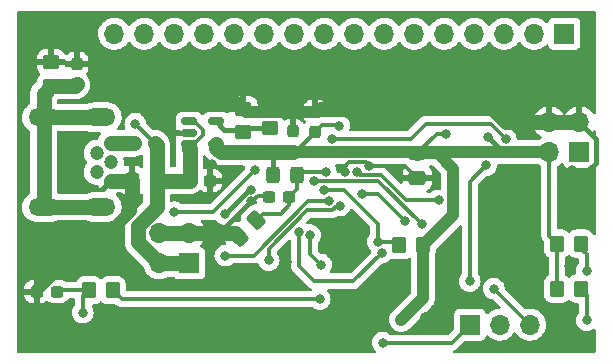
<source format=gbr>
%TF.GenerationSoftware,KiCad,Pcbnew,7.0.5*%
%TF.CreationDate,2023-07-22T19:28:39+09:00*%
%TF.ProjectId,power,706f7765-722e-46b6-9963-61645f706362,rev?*%
%TF.SameCoordinates,Original*%
%TF.FileFunction,Copper,L2,Bot*%
%TF.FilePolarity,Positive*%
%FSLAX46Y46*%
G04 Gerber Fmt 4.6, Leading zero omitted, Abs format (unit mm)*
G04 Created by KiCad (PCBNEW 7.0.5) date 2023-07-22 19:28:39*
%MOMM*%
%LPD*%
G01*
G04 APERTURE LIST*
G04 Aperture macros list*
%AMRoundRect*
0 Rectangle with rounded corners*
0 $1 Rounding radius*
0 $2 $3 $4 $5 $6 $7 $8 $9 X,Y pos of 4 corners*
0 Add a 4 corners polygon primitive as box body*
4,1,4,$2,$3,$4,$5,$6,$7,$8,$9,$2,$3,0*
0 Add four circle primitives for the rounded corners*
1,1,$1+$1,$2,$3*
1,1,$1+$1,$4,$5*
1,1,$1+$1,$6,$7*
1,1,$1+$1,$8,$9*
0 Add four rect primitives between the rounded corners*
20,1,$1+$1,$2,$3,$4,$5,0*
20,1,$1+$1,$4,$5,$6,$7,0*
20,1,$1+$1,$6,$7,$8,$9,0*
20,1,$1+$1,$8,$9,$2,$3,0*%
G04 Aperture macros list end*
%TA.AperFunction,ComponentPad*%
%ADD10C,1.200000*%
%TD*%
%TA.AperFunction,ComponentPad*%
%ADD11O,2.600000X1.500000*%
%TD*%
%TA.AperFunction,ComponentPad*%
%ADD12R,1.700000X1.700000*%
%TD*%
%TA.AperFunction,ComponentPad*%
%ADD13O,1.700000X1.700000*%
%TD*%
%TA.AperFunction,SMDPad,CuDef*%
%ADD14RoundRect,0.237500X0.237500X-0.300000X0.237500X0.300000X-0.237500X0.300000X-0.237500X-0.300000X0*%
%TD*%
%TA.AperFunction,SMDPad,CuDef*%
%ADD15RoundRect,0.150000X-0.512500X-0.150000X0.512500X-0.150000X0.512500X0.150000X-0.512500X0.150000X0*%
%TD*%
%TA.AperFunction,SMDPad,CuDef*%
%ADD16RoundRect,0.250000X0.450000X-0.350000X0.450000X0.350000X-0.450000X0.350000X-0.450000X-0.350000X0*%
%TD*%
%TA.AperFunction,SMDPad,CuDef*%
%ADD17RoundRect,0.250000X0.337500X0.475000X-0.337500X0.475000X-0.337500X-0.475000X0.337500X-0.475000X0*%
%TD*%
%TA.AperFunction,SMDPad,CuDef*%
%ADD18RoundRect,0.237500X-0.300000X-0.237500X0.300000X-0.237500X0.300000X0.237500X-0.300000X0.237500X0*%
%TD*%
%TA.AperFunction,SMDPad,CuDef*%
%ADD19RoundRect,0.250000X0.350000X0.450000X-0.350000X0.450000X-0.350000X-0.450000X0.350000X-0.450000X0*%
%TD*%
%TA.AperFunction,SMDPad,CuDef*%
%ADD20RoundRect,0.250000X-0.350000X-0.450000X0.350000X-0.450000X0.350000X0.450000X-0.350000X0.450000X0*%
%TD*%
%TA.AperFunction,SMDPad,CuDef*%
%ADD21RoundRect,0.237500X-0.287500X-0.237500X0.287500X-0.237500X0.287500X0.237500X-0.287500X0.237500X0*%
%TD*%
%TA.AperFunction,SMDPad,CuDef*%
%ADD22RoundRect,0.237500X0.300000X0.237500X-0.300000X0.237500X-0.300000X-0.237500X0.300000X-0.237500X0*%
%TD*%
%TA.AperFunction,SMDPad,CuDef*%
%ADD23RoundRect,0.250000X-0.325000X-0.450000X0.325000X-0.450000X0.325000X0.450000X-0.325000X0.450000X0*%
%TD*%
%TA.AperFunction,SMDPad,CuDef*%
%ADD24RoundRect,0.250000X-0.475000X0.337500X-0.475000X-0.337500X0.475000X-0.337500X0.475000X0.337500X0*%
%TD*%
%TA.AperFunction,SMDPad,CuDef*%
%ADD25RoundRect,0.250000X-0.097227X0.574524X-0.574524X0.097227X0.097227X-0.574524X0.574524X-0.097227X0*%
%TD*%
%TA.AperFunction,ViaPad*%
%ADD26C,0.800000*%
%TD*%
%TA.AperFunction,Conductor*%
%ADD27C,1.250000*%
%TD*%
%TA.AperFunction,Conductor*%
%ADD28C,1.000000*%
%TD*%
%TA.AperFunction,Conductor*%
%ADD29C,0.300000*%
%TD*%
%TA.AperFunction,Conductor*%
%ADD30C,0.400000*%
%TD*%
G04 APERTURE END LIST*
D10*
%TO.P,J101,1,VBUS*%
%TO.N,Net-(FB101-Pad1)*%
X71976000Y-49795000D03*
%TO.P,J101,2,D-*%
%TO.N,Net-(J101-Pad2)*%
X70776000Y-50595000D03*
%TO.P,J101,3,D+*%
%TO.N,Net-(J101-Pad3)*%
X71976000Y-51395000D03*
%TO.P,J101,4,ID*%
%TO.N,unconnected-(J101-Pad4)*%
X70776000Y-52195000D03*
%TO.P,J101,5,GND*%
%TO.N,GND*%
X71976000Y-52995000D03*
D11*
%TO.P,J101,6,Shield*%
%TO.N,Net-(C104-Pad1)*%
X71076000Y-47595000D03*
X71076000Y-55195000D03*
X66276000Y-55195000D03*
X66276000Y-47595000D03*
%TD*%
D12*
%TO.P,J108,1,Pin_1*%
%TO.N,/~{RESET}*%
X102377000Y-65151000D03*
D13*
%TO.P,J108,2,Pin_2*%
%TO.N,/ACBUS8*%
X104917000Y-65151000D03*
%TO.P,J108,3,Pin_3*%
%TO.N,/ACBUS9*%
X107457000Y-65151000D03*
%TD*%
D14*
%TO.P,C104,1*%
%TO.N,Net-(C104-Pad1)*%
X69088000Y-44804500D03*
%TO.P,C104,2*%
%TO.N,GND*%
X69088000Y-43079500D03*
%TD*%
D15*
%TO.P,U103,1,IN*%
%TO.N,Net-(C105-Pad1)*%
X78618500Y-49845000D03*
%TO.P,U103,2,GND*%
%TO.N,GND*%
X78618500Y-48895000D03*
%TO.P,U103,3,EN*%
%TO.N,Net-(C105-Pad1)*%
X78618500Y-47945000D03*
%TO.P,U103,4,ADJ*%
%TO.N,Net-(R110-Pad2)*%
X80893500Y-47945000D03*
%TO.P,U103,5,OUT*%
%TO.N,+3.3V*%
X80893500Y-49845000D03*
%TD*%
D16*
%TO.P,R111,1*%
%TO.N,Net-(R110-Pad2)*%
X83185000Y-48879000D03*
%TO.P,R111,2*%
%TO.N,GND*%
X83185000Y-46879000D03*
%TD*%
D17*
%TO.P,C107,1*%
%TO.N,Net-(C105-Pad1)*%
X75840500Y-52959000D03*
%TO.P,C107,2*%
%TO.N,GND*%
X73765500Y-52959000D03*
%TD*%
D12*
%TO.P,J105,1,Pin_1*%
%TO.N,/ADBUS0*%
X110363000Y-40513000D03*
D13*
%TO.P,J105,2,Pin_2*%
%TO.N,/ADBUS1*%
X107823000Y-40513000D03*
%TO.P,J105,3,Pin_3*%
%TO.N,/ADBUS2*%
X105283000Y-40513000D03*
%TO.P,J105,4,Pin_4*%
%TO.N,/ADBUS3*%
X102743000Y-40513000D03*
%TO.P,J105,5,Pin_5*%
%TO.N,/ADBUS4*%
X100203000Y-40513000D03*
%TO.P,J105,6,Pin_6*%
%TO.N,/ADBUS5*%
X97663000Y-40513000D03*
%TO.P,J105,7,Pin_7*%
%TO.N,/ADBUS6*%
X95123000Y-40513000D03*
%TO.P,J105,8,Pin_8*%
%TO.N,/ADBUS7*%
X92583000Y-40513000D03*
%TO.P,J105,9,Pin_9*%
%TO.N,/ACBUS0*%
X90043000Y-40513000D03*
%TO.P,J105,10,Pin_10*%
%TO.N,/ACBUS1*%
X87503000Y-40513000D03*
%TO.P,J105,11,Pin_11*%
%TO.N,/ACBUS2*%
X84963000Y-40513000D03*
%TO.P,J105,12,Pin_12*%
%TO.N,/ACBUS3*%
X82423000Y-40513000D03*
%TO.P,J105,13,Pin_13*%
%TO.N,/ACBUS4*%
X79883000Y-40513000D03*
%TO.P,J105,14,Pin_14*%
%TO.N,/ACBUS5*%
X77343000Y-40513000D03*
%TO.P,J105,15,Pin_15*%
%TO.N,/ACBUS6*%
X74803000Y-40513000D03*
%TO.P,J105,16,Pin_16*%
%TO.N,/ACBUS7*%
X72263000Y-40513000D03*
%TD*%
D18*
%TO.P,C105,1*%
%TO.N,Net-(C105-Pad1)*%
X78639500Y-52959000D03*
%TO.P,C105,2*%
%TO.N,GND*%
X80364500Y-52959000D03*
%TD*%
D19*
%TO.P,R112,1*%
%TO.N,+3.3V*%
X72120000Y-62230000D03*
%TO.P,R112,2*%
%TO.N,/~{RESET}*%
X70120000Y-62230000D03*
%TD*%
D20*
%TO.P,R115,1*%
%TO.N,+3.3V*%
X109744000Y-62103000D03*
%TO.P,R115,2*%
%TO.N,Net-(D104-Pad2)*%
X111744000Y-62103000D03*
%TD*%
D12*
%TO.P,J102,1,Pin_1*%
%TO.N,Net-(C105-Pad1)*%
X78613000Y-59944000D03*
D13*
%TO.P,J102,2,Pin_2*%
%TO.N,GND*%
X78613000Y-57404000D03*
%TO.P,J102,3,Pin_3*%
%TO.N,Net-(C105-Pad1)*%
X76073000Y-59944000D03*
%TO.P,J102,4,Pin_4*%
%TO.N,GND*%
X76073000Y-57404000D03*
%TD*%
D20*
%TO.P,R113,1*%
%TO.N,+3.3V*%
X109744000Y-58293000D03*
%TO.P,R113,2*%
%TO.N,Net-(D102-Pad2)*%
X111744000Y-58293000D03*
%TD*%
D14*
%TO.P,C109,1*%
%TO.N,+3.3V*%
X89281000Y-48868500D03*
%TO.P,C109,2*%
%TO.N,GND*%
X89281000Y-47143500D03*
%TD*%
D12*
%TO.P,J107,1,Pin_1*%
%TO.N,+3.3V*%
X111633000Y-50546000D03*
D13*
%TO.P,J107,2,Pin_2*%
%TO.N,GND*%
X111633000Y-48006000D03*
%TO.P,J107,3,Pin_3*%
%TO.N,+3.3V*%
X109093000Y-50546000D03*
%TO.P,J107,4,Pin_4*%
%TO.N,GND*%
X109093000Y-48006000D03*
%TD*%
D21*
%TO.P,FB101,1*%
%TO.N,Net-(FB101-Pad1)*%
X73928000Y-49784000D03*
%TO.P,FB101,2*%
%TO.N,Net-(C105-Pad1)*%
X75678000Y-49784000D03*
%TD*%
D14*
%TO.P,C110,1*%
%TO.N,+3.3V*%
X87376000Y-50519500D03*
%TO.P,C110,2*%
%TO.N,GND*%
X87376000Y-48794500D03*
%TD*%
D22*
%TO.P,C116,1*%
%TO.N,/VPHY*%
X87095500Y-54356000D03*
%TO.P,C116,2*%
%TO.N,GND*%
X85370500Y-54356000D03*
%TD*%
D23*
%TO.P,FB102,1*%
%TO.N,+3.3V*%
X85716000Y-52451000D03*
%TO.P,FB102,2*%
%TO.N,/VPHY*%
X87766000Y-52451000D03*
%TD*%
D19*
%TO.P,R109,1*%
%TO.N,+3.3V*%
X98409000Y-58420000D03*
%TO.P,R109,2*%
%TO.N,Net-(R109-Pad2)*%
X96409000Y-58420000D03*
%TD*%
D22*
%TO.P,C113,1*%
%TO.N,/~{RESET}*%
X67410500Y-62357000D03*
%TO.P,C113,2*%
%TO.N,GND*%
X65685500Y-62357000D03*
%TD*%
D24*
%TO.P,C112,1*%
%TO.N,+3.3V*%
X97917000Y-50651500D03*
%TO.P,C112,2*%
%TO.N,GND*%
X97917000Y-52726500D03*
%TD*%
D25*
%TO.P,C119,1*%
%TO.N,/VPHY*%
X84299623Y-56289377D03*
%TO.P,C119,2*%
%TO.N,GND*%
X82832377Y-57756623D03*
%TD*%
D16*
%TO.P,R101,1*%
%TO.N,Net-(C104-Pad1)*%
X66929000Y-44942000D03*
%TO.P,R101,2*%
%TO.N,GND*%
X66929000Y-42942000D03*
%TD*%
%TO.P,R110,1*%
%TO.N,+3.3V*%
X85471000Y-50530000D03*
%TO.P,R110,2*%
%TO.N,Net-(R110-Pad2)*%
X85471000Y-48530000D03*
%TD*%
D26*
%TO.N,GND*%
X96901000Y-46101000D03*
X91440000Y-42672000D03*
X64770000Y-60452000D03*
X86233000Y-43942000D03*
X107061000Y-53467000D03*
X92329000Y-62992000D03*
X73279000Y-43942000D03*
X73660000Y-60452000D03*
X107061000Y-57404000D03*
X89408000Y-43942000D03*
X96266000Y-43180000D03*
X112395000Y-43942000D03*
X73660000Y-54864000D03*
X64516000Y-49149000D03*
X73279000Y-64770000D03*
X103632000Y-58039000D03*
X86868000Y-59817000D03*
X106426000Y-43942000D03*
X110998000Y-52070000D03*
X68453000Y-51435000D03*
X79248000Y-54483000D03*
X91948000Y-59563000D03*
X78740000Y-43942000D03*
X84201000Y-64897000D03*
X91186000Y-57551500D03*
X70739000Y-43942000D03*
X66675000Y-64262000D03*
X76200000Y-64770000D03*
X95123000Y-63881000D03*
X91186000Y-46736000D03*
X100584000Y-62103000D03*
X92710000Y-64897000D03*
X112395000Y-39878000D03*
X84582000Y-45847000D03*
X83820000Y-43942000D03*
X81407000Y-43942000D03*
X93853000Y-51689000D03*
X65024000Y-44196000D03*
X98552000Y-64516000D03*
X94152000Y-44450000D03*
X68580000Y-66548000D03*
X76073000Y-48133000D03*
X80518000Y-51562000D03*
X69088000Y-39751000D03*
X110744000Y-60198000D03*
X91804503Y-52197000D03*
X83822081Y-54722584D03*
X76327000Y-46069500D03*
X104013000Y-43942000D03*
X100076000Y-59055000D03*
X107061000Y-60960000D03*
X101600000Y-43180000D03*
X64643000Y-53340000D03*
X108966000Y-43942000D03*
X76073000Y-43942000D03*
%TO.N,+3.3V*%
X89662000Y-62992000D03*
X96546500Y-64743500D03*
X89782750Y-60077250D03*
X88845070Y-57551500D03*
X91313000Y-48307912D03*
X100330000Y-49022000D03*
X103886000Y-49276000D03*
X80893500Y-49845000D03*
%TO.N,Net-(C106-Pad1)*%
X81661000Y-59309000D03*
X90403500Y-54706235D03*
%TO.N,Net-(D102-Pad2)*%
X112268000Y-60579000D03*
%TO.N,Net-(C103-Pad1)*%
X81624000Y-55790000D03*
X83820000Y-53721000D03*
%TO.N,Net-(C105-Pad1)*%
X74041000Y-48133000D03*
%TO.N,Net-(C108-Pad1)*%
X91365849Y-55079689D03*
X85344000Y-59690000D03*
%TO.N,/~{RESET}*%
X77343000Y-55626000D03*
X94996000Y-66675000D03*
X69596000Y-64135000D03*
X84201000Y-52070000D03*
%TO.N,/VPHY*%
X90170000Y-52209500D03*
%TO.N,/ACBUS8*%
X90678000Y-49451500D03*
X102362000Y-61468000D03*
X103759000Y-51650500D03*
X105410000Y-49403000D03*
%TO.N,/ACBUS9*%
X99716977Y-54631977D03*
X92803925Y-52209500D03*
X104401500Y-62095500D03*
%TO.N,Net-(D104-Pad2)*%
X112268000Y-64770000D03*
%TO.N,Net-(R102-Pad1)*%
X96901000Y-56388000D03*
X93223594Y-54103679D03*
%TO.N,Net-(R104-Pad2)*%
X94919132Y-59064856D03*
X87884000Y-57277000D03*
%TO.N,Net-(R108-Pad1)*%
X89154000Y-52959000D03*
X98298000Y-56642000D03*
%TO.N,Net-(R109-Pad2)*%
X89985636Y-53708500D03*
X94575340Y-58126340D03*
%TD*%
D27*
%TO.N,GND*%
X73765500Y-54758500D02*
X73660000Y-54864000D01*
D28*
X65685500Y-62218675D02*
X70881175Y-57023000D01*
D29*
X100076000Y-61595000D02*
X100584000Y-62103000D01*
D27*
X81387000Y-57424000D02*
X82499754Y-57424000D01*
X94152000Y-44450000D02*
X91739000Y-46863000D01*
X105396858Y-48011000D02*
X101835858Y-44450000D01*
X73729500Y-52995000D02*
X73765500Y-52959000D01*
X101835858Y-44450000D02*
X94152000Y-44450000D01*
D29*
X92109000Y-51401000D02*
X93565000Y-51401000D01*
D30*
X110998000Y-52070000D02*
X112395000Y-52070000D01*
D27*
X78608000Y-57424000D02*
X81387000Y-57424000D01*
D29*
X84455000Y-54229000D02*
X85243500Y-54229000D01*
X96879500Y-51689000D02*
X97917000Y-52726500D01*
D30*
X113030000Y-51435000D02*
X113030000Y-49413000D01*
D27*
X76068000Y-57424000D02*
X78608000Y-57424000D01*
X91739000Y-46863000D02*
X89789000Y-46863000D01*
D28*
X76327000Y-46069500D02*
X76327000Y-47879000D01*
D30*
X113030000Y-49413000D02*
X111628000Y-48011000D01*
X112395000Y-52070000D02*
X113030000Y-51435000D01*
X83822081Y-54722584D02*
X81387000Y-57157665D01*
D27*
X82499754Y-57424000D02*
X82832377Y-57756623D01*
D29*
X83961416Y-54722584D02*
X84455000Y-54229000D01*
X83822081Y-54722584D02*
X83961416Y-54722584D01*
D30*
X78618500Y-48895000D02*
X76835000Y-48895000D01*
D27*
X111628000Y-48011000D02*
X105396858Y-48011000D01*
D29*
X91804503Y-52197000D02*
X91804503Y-51705497D01*
D27*
X73765500Y-52959000D02*
X73765500Y-54758500D01*
D28*
X76327000Y-47879000D02*
X76073000Y-48133000D01*
X76327000Y-46069500D02*
X78454500Y-46069500D01*
D29*
X100076000Y-59055000D02*
X100076000Y-61595000D01*
D28*
X82407000Y-46101000D02*
X83185000Y-46879000D01*
D29*
X93853000Y-51689000D02*
X96879500Y-51689000D01*
D28*
X70881175Y-57023000D02*
X72167167Y-57023000D01*
D29*
X91804503Y-51705497D02*
X92109000Y-51401000D01*
X93565000Y-51401000D02*
X93853000Y-51689000D01*
D28*
X72167167Y-57023000D02*
X73660000Y-55530167D01*
X83449500Y-47143500D02*
X83185000Y-46879000D01*
X78486000Y-46101000D02*
X82407000Y-46101000D01*
D30*
X81387000Y-57157665D02*
X81387000Y-57424000D01*
D28*
X73660000Y-55530167D02*
X73660000Y-54864000D01*
X78454500Y-46069500D02*
X78486000Y-46101000D01*
X89281000Y-47143500D02*
X83449500Y-47143500D01*
D29*
X85243500Y-54229000D02*
X85370500Y-54356000D01*
D30*
X76835000Y-48895000D02*
X76073000Y-48133000D01*
D28*
X65685500Y-62357000D02*
X65685500Y-62218675D01*
D27*
X71976000Y-52995000D02*
X73729500Y-52995000D01*
D29*
%TO.N,+3.3V*%
X109744000Y-62103000D02*
X109744000Y-58293000D01*
D27*
X87376000Y-50519500D02*
X87365500Y-50530000D01*
D28*
X99673500Y-50651500D02*
X97917000Y-50651500D01*
D27*
X81264000Y-50530000D02*
X80893500Y-50159500D01*
D30*
X85716000Y-50775000D02*
X85471000Y-50530000D01*
D29*
X91313000Y-48307912D02*
X91265088Y-48260000D01*
X99546500Y-49022000D02*
X97917000Y-50651500D01*
D28*
X100965000Y-51943000D02*
X99673500Y-50651500D01*
D27*
X80893500Y-50159500D02*
X80893500Y-49845000D01*
D28*
X98409000Y-58420000D02*
X100965000Y-55864000D01*
X87376000Y-50519500D02*
X87407500Y-50551000D01*
X87407500Y-50551000D02*
X97816500Y-50551000D01*
D27*
X87365500Y-50530000D02*
X81264000Y-50530000D01*
D29*
X87630000Y-50519500D02*
X89281000Y-48868500D01*
X109744000Y-58293000D02*
X109093000Y-57642000D01*
X89782750Y-60077250D02*
X88845070Y-59139570D01*
D28*
X100965000Y-55864000D02*
X100965000Y-51943000D01*
D29*
X88845070Y-59139570D02*
X88845070Y-57551500D01*
D30*
X105161000Y-50551000D02*
X103886000Y-49276000D01*
D28*
X98017500Y-50551000D02*
X109088000Y-50551000D01*
D29*
X72882000Y-62992000D02*
X72120000Y-62230000D01*
X87376000Y-50519500D02*
X87630000Y-50519500D01*
D27*
X97917000Y-50651500D02*
X97895500Y-50651500D01*
D29*
X109093000Y-57642000D02*
X109093000Y-50546000D01*
X100330000Y-49022000D02*
X99546500Y-49022000D01*
D28*
X98409000Y-58420000D02*
X98409000Y-62881000D01*
X97917000Y-50651500D02*
X98017500Y-50551000D01*
D29*
X91265088Y-48260000D02*
X89889500Y-48260000D01*
D30*
X85716000Y-52451000D02*
X85716000Y-50775000D01*
D28*
X98409000Y-62881000D02*
X96546500Y-64743500D01*
D29*
X89662000Y-62992000D02*
X72882000Y-62992000D01*
D28*
X97816500Y-50551000D02*
X97917000Y-50651500D01*
D29*
X89889500Y-48260000D02*
X89281000Y-48868500D01*
%TO.N,Net-(C106-Pad1)*%
X88658293Y-54706235D02*
X84055528Y-59309000D01*
X84055528Y-59309000D02*
X81661000Y-59309000D01*
X90403500Y-54706235D02*
X88658293Y-54706235D01*
%TO.N,Net-(D102-Pad2)*%
X112268000Y-60579000D02*
X112268000Y-59198000D01*
X112268000Y-59198000D02*
X111363000Y-58293000D01*
D27*
%TO.N,Net-(FB101-Pad1)*%
X73917000Y-49795000D02*
X73928000Y-49784000D01*
X71976000Y-49795000D02*
X73917000Y-49795000D01*
D30*
%TO.N,Net-(C103-Pad1)*%
X83693000Y-53721000D02*
X83820000Y-53721000D01*
X81624000Y-55790000D02*
X83693000Y-53721000D01*
D27*
%TO.N,Net-(C104-Pad1)*%
X66929000Y-44942000D02*
X68950500Y-44942000D01*
X66276000Y-55195000D02*
X71076000Y-55195000D01*
X66276000Y-47595000D02*
X66276000Y-45595000D01*
X68950500Y-44942000D02*
X69088000Y-44804500D01*
X71076000Y-47595000D02*
X66276000Y-47595000D01*
X66276000Y-45595000D02*
X66929000Y-44942000D01*
X66276000Y-47595000D02*
X66276000Y-55195000D01*
%TO.N,Net-(C105-Pad1)*%
X78639500Y-50318500D02*
X78613000Y-50292000D01*
D29*
X74041000Y-48133000D02*
X74041000Y-48147000D01*
D27*
X75840500Y-49946500D02*
X75678000Y-49784000D01*
X75840500Y-55223500D02*
X74295000Y-56769000D01*
X78639500Y-52959000D02*
X78639500Y-50318500D01*
D29*
X79038107Y-49845000D02*
X79756000Y-49127107D01*
D27*
X75840500Y-52959000D02*
X75840500Y-49946500D01*
D29*
X79756000Y-48662893D02*
X79038107Y-47945000D01*
D27*
X74295000Y-58191000D02*
X76068000Y-59964000D01*
X76068000Y-59964000D02*
X78608000Y-59964000D01*
D29*
X74041000Y-48147000D02*
X75678000Y-49784000D01*
X79038107Y-47945000D02*
X78618500Y-47945000D01*
D27*
X74295000Y-56769000D02*
X74295000Y-58191000D01*
X75840500Y-52959000D02*
X78639500Y-52959000D01*
D29*
X79756000Y-49127107D02*
X79756000Y-48662893D01*
D27*
X75840500Y-52959000D02*
X75840500Y-55223500D01*
D29*
X78618500Y-49845000D02*
X79038107Y-49845000D01*
%TO.N,Net-(C108-Pad1)*%
X90714161Y-55456235D02*
X91090707Y-55079689D01*
X88615399Y-55456235D02*
X90714161Y-55456235D01*
X91090707Y-55079689D02*
X91365849Y-55079689D01*
X85344000Y-59690000D02*
X85344000Y-58727634D01*
X85344000Y-58727634D02*
X88615399Y-55456235D01*
%TO.N,/~{RESET}*%
X100853000Y-66675000D02*
X102377000Y-65151000D01*
X69596000Y-64135000D02*
X69596000Y-62754000D01*
X94996000Y-66675000D02*
X100853000Y-66675000D01*
X69596000Y-62754000D02*
X70120000Y-62230000D01*
X67537500Y-62230000D02*
X67410500Y-62357000D01*
X80645000Y-55626000D02*
X77343000Y-55626000D01*
X84201000Y-52070000D02*
X80645000Y-55626000D01*
X70120000Y-62230000D02*
X67537500Y-62230000D01*
%TO.N,/VPHY*%
X88007500Y-52209500D02*
X87766000Y-52451000D01*
X87766000Y-52451000D02*
X87766000Y-53685500D01*
X87095500Y-55017500D02*
X87095500Y-54356000D01*
X87766000Y-53685500D02*
X87095500Y-54356000D01*
X84299623Y-56289377D02*
X84836000Y-55753000D01*
X84836000Y-55753000D02*
X86360000Y-55753000D01*
X90170000Y-52209500D02*
X88007500Y-52209500D01*
X86360000Y-55753000D02*
X87095500Y-55017500D01*
%TO.N,/ACBUS8*%
X97360500Y-49451500D02*
X98679000Y-48133000D01*
X98679000Y-48133000D02*
X104140000Y-48133000D01*
X104140000Y-48133000D02*
X105410000Y-49403000D01*
X102362000Y-53047500D02*
X102362000Y-61468000D01*
X103759000Y-51650500D02*
X102362000Y-53047500D01*
X90678000Y-49451500D02*
X97360500Y-49451500D01*
%TO.N,/ACBUS9*%
X96995083Y-54631977D02*
X99716977Y-54631977D01*
X92803925Y-52209500D02*
X93053425Y-52459000D01*
X94822107Y-52459000D02*
X96995083Y-54631977D01*
X104401500Y-62095500D02*
X107457000Y-65151000D01*
X93053425Y-52459000D02*
X94822107Y-52459000D01*
%TO.N,Net-(D104-Pad2)*%
X112268000Y-62627000D02*
X111744000Y-62103000D01*
X112268000Y-64770000D02*
X112268000Y-62627000D01*
%TO.N,Net-(R102-Pad1)*%
X94616679Y-54103679D02*
X96901000Y-56388000D01*
X93223594Y-54103679D02*
X94616679Y-54103679D01*
%TO.N,Net-(R104-Pad2)*%
X87884000Y-60198000D02*
X89154000Y-61468000D01*
X92515988Y-61468000D02*
X94919132Y-59064856D01*
X87884000Y-57277000D02*
X87884000Y-60198000D01*
X89154000Y-61468000D02*
X92515988Y-61468000D01*
%TO.N,Net-(R108-Pad1)*%
X89154000Y-52959000D02*
X94615000Y-52959000D01*
X94615000Y-52959000D02*
X98298000Y-56642000D01*
%TO.N,Net-(R109-Pad2)*%
X94575340Y-58126340D02*
X96115340Y-58126340D01*
X94575340Y-56602340D02*
X94575340Y-58126340D01*
X89985636Y-53708500D02*
X91681500Y-53708500D01*
X96115340Y-58126340D02*
X96409000Y-58420000D01*
X91681500Y-53708500D02*
X94575340Y-56602340D01*
D30*
%TO.N,Net-(R110-Pad2)*%
X83534000Y-48530000D02*
X83185000Y-48879000D01*
X82947000Y-48641000D02*
X83185000Y-48879000D01*
X80893500Y-47945000D02*
X81589500Y-48641000D01*
X81589500Y-48641000D02*
X82947000Y-48641000D01*
X85471000Y-48530000D02*
X83534000Y-48530000D01*
%TD*%
%TA.AperFunction,Conductor*%
%TO.N,GND*%
G36*
X112971454Y-38628560D02*
G01*
X113017963Y-38682201D01*
X113029366Y-38734645D01*
X113027281Y-42686329D01*
X113024901Y-47197422D01*
X113024883Y-47230603D01*
X113004845Y-47298714D01*
X112951165Y-47345178D01*
X112880886Y-47355245D01*
X112816320Y-47325718D01*
X112793091Y-47298977D01*
X112715427Y-47178926D01*
X112709136Y-47170757D01*
X112565806Y-47013240D01*
X112558273Y-47006215D01*
X112391139Y-46874222D01*
X112382552Y-46868517D01*
X112196117Y-46765599D01*
X112186705Y-46761369D01*
X111985959Y-46690280D01*
X111975988Y-46687646D01*
X111904837Y-46674972D01*
X111891540Y-46676432D01*
X111887000Y-46690989D01*
X111887000Y-48134000D01*
X111866998Y-48202121D01*
X111813342Y-48248614D01*
X111761000Y-48260000D01*
X107776225Y-48260000D01*
X107762694Y-48263973D01*
X107761257Y-48273966D01*
X107791565Y-48408446D01*
X107794645Y-48418275D01*
X107874770Y-48615603D01*
X107879413Y-48624794D01*
X107990694Y-48806388D01*
X107996777Y-48814699D01*
X108136213Y-48975667D01*
X108143580Y-48982883D01*
X108307434Y-49118916D01*
X108315881Y-49124831D01*
X108384969Y-49165203D01*
X108433693Y-49216842D01*
X108446764Y-49286625D01*
X108420033Y-49352396D01*
X108379584Y-49385752D01*
X108366607Y-49392507D01*
X108362474Y-49395610D01*
X108362471Y-49395612D01*
X108200451Y-49517260D01*
X108133966Y-49542166D01*
X108124798Y-49542500D01*
X106448779Y-49542500D01*
X106380658Y-49522498D01*
X106334165Y-49468842D01*
X106325600Y-49416171D01*
X106322814Y-49416171D01*
X106322814Y-49409565D01*
X106323504Y-49403000D01*
X106322814Y-49396435D01*
X106304232Y-49219635D01*
X106304232Y-49219633D01*
X106303542Y-49213072D01*
X106244527Y-49031444D01*
X106240873Y-49025114D01*
X106165751Y-48895000D01*
X106149040Y-48866056D01*
X106135015Y-48850479D01*
X106025675Y-48729045D01*
X106025674Y-48729044D01*
X106021253Y-48724134D01*
X105914259Y-48646398D01*
X105872094Y-48615763D01*
X105872093Y-48615762D01*
X105866752Y-48611882D01*
X105860724Y-48609198D01*
X105860722Y-48609197D01*
X105698319Y-48536891D01*
X105698318Y-48536891D01*
X105692288Y-48534206D01*
X105598887Y-48514353D01*
X105511944Y-48495872D01*
X105511939Y-48495872D01*
X105505487Y-48494500D01*
X105484949Y-48494500D01*
X105416828Y-48474498D01*
X105395854Y-48457595D01*
X104678442Y-47740183D01*
X107757389Y-47740183D01*
X107758912Y-47748607D01*
X107771292Y-47752000D01*
X108820885Y-47752000D01*
X108836124Y-47747525D01*
X108837329Y-47746135D01*
X108839000Y-47738452D01*
X108839000Y-47733885D01*
X109347000Y-47733885D01*
X109351475Y-47749124D01*
X109352865Y-47750329D01*
X109360548Y-47752000D01*
X111360885Y-47752000D01*
X111376124Y-47747525D01*
X111377329Y-47746135D01*
X111379000Y-47738452D01*
X111379000Y-46689102D01*
X111375082Y-46675758D01*
X111360806Y-46673771D01*
X111322324Y-46679660D01*
X111312288Y-46682051D01*
X111109868Y-46748212D01*
X111100359Y-46752209D01*
X110911463Y-46850542D01*
X110902738Y-46856036D01*
X110732433Y-46983905D01*
X110724726Y-46990748D01*
X110577590Y-47144717D01*
X110571104Y-47152727D01*
X110466193Y-47306521D01*
X110411282Y-47351524D01*
X110340757Y-47359695D01*
X110277010Y-47328441D01*
X110256313Y-47303957D01*
X110175427Y-47178926D01*
X110169136Y-47170757D01*
X110025806Y-47013240D01*
X110018273Y-47006215D01*
X109851139Y-46874222D01*
X109842552Y-46868517D01*
X109656117Y-46765599D01*
X109646705Y-46761369D01*
X109445959Y-46690280D01*
X109435988Y-46687646D01*
X109364837Y-46674972D01*
X109351540Y-46676432D01*
X109347000Y-46690989D01*
X109347000Y-47733885D01*
X108839000Y-47733885D01*
X108839000Y-46689102D01*
X108835082Y-46675758D01*
X108820806Y-46673771D01*
X108782324Y-46679660D01*
X108772288Y-46682051D01*
X108569868Y-46748212D01*
X108560359Y-46752209D01*
X108371463Y-46850542D01*
X108362738Y-46856036D01*
X108192433Y-46983905D01*
X108184726Y-46990748D01*
X108037590Y-47144717D01*
X108031104Y-47152727D01*
X107911098Y-47328649D01*
X107906000Y-47337623D01*
X107816338Y-47530783D01*
X107812775Y-47540470D01*
X107757389Y-47740183D01*
X104678442Y-47740183D01*
X104663655Y-47725396D01*
X104655663Y-47716613D01*
X104655663Y-47716612D01*
X104651416Y-47709920D01*
X104599741Y-47661394D01*
X104596900Y-47658640D01*
X104576333Y-47638073D01*
X104572826Y-47635353D01*
X104563804Y-47627647D01*
X104552592Y-47617118D01*
X104530133Y-47596028D01*
X104523181Y-47592206D01*
X104511342Y-47585697D01*
X104494818Y-47574843D01*
X104484132Y-47566555D01*
X104477868Y-47561696D01*
X104470596Y-47558549D01*
X104470594Y-47558548D01*
X104435465Y-47543346D01*
X104424805Y-47538124D01*
X104391284Y-47519695D01*
X104391282Y-47519694D01*
X104384337Y-47515876D01*
X104363559Y-47510541D01*
X104344869Y-47504142D01*
X104325176Y-47495620D01*
X104281404Y-47488687D01*
X104279552Y-47488394D01*
X104267929Y-47485987D01*
X104233657Y-47477188D01*
X104223188Y-47474500D01*
X104201741Y-47474500D01*
X104182031Y-47472949D01*
X104160848Y-47469594D01*
X104114859Y-47473941D01*
X104103004Y-47474500D01*
X98761060Y-47474500D01*
X98749203Y-47473941D01*
X98741463Y-47472211D01*
X98733538Y-47472460D01*
X98733537Y-47472460D01*
X98670599Y-47474438D01*
X98666641Y-47474500D01*
X98637568Y-47474500D01*
X98633634Y-47474997D01*
X98633632Y-47474997D01*
X98633189Y-47475053D01*
X98621354Y-47475985D01*
X98588564Y-47477016D01*
X98583089Y-47477188D01*
X98583088Y-47477188D01*
X98575169Y-47477437D01*
X98555444Y-47483168D01*
X98554571Y-47483421D01*
X98535218Y-47487429D01*
X98531743Y-47487868D01*
X98513936Y-47490118D01*
X98506568Y-47493035D01*
X98506565Y-47493036D01*
X98470982Y-47507125D01*
X98459747Y-47510971D01*
X98423016Y-47521642D01*
X98423013Y-47521643D01*
X98415400Y-47523855D01*
X98396935Y-47534775D01*
X98379195Y-47543466D01*
X98359244Y-47551365D01*
X98321874Y-47578516D01*
X98311952Y-47585033D01*
X98279023Y-47604507D01*
X98279019Y-47604510D01*
X98272193Y-47608547D01*
X98257029Y-47623711D01*
X98241996Y-47636551D01*
X98224643Y-47649159D01*
X98200482Y-47678365D01*
X98195198Y-47684752D01*
X98187208Y-47693532D01*
X97124645Y-48756095D01*
X97062333Y-48790121D01*
X97035550Y-48793000D01*
X92284062Y-48793000D01*
X92215941Y-48772998D01*
X92169448Y-48719342D01*
X92159344Y-48649068D01*
X92164227Y-48628070D01*
X92206542Y-48497840D01*
X92208996Y-48474498D01*
X92225814Y-48314477D01*
X92226504Y-48307912D01*
X92216044Y-48208390D01*
X92207232Y-48124547D01*
X92207232Y-48124545D01*
X92206542Y-48117984D01*
X92147527Y-47936356D01*
X92052040Y-47770968D01*
X92043937Y-47761968D01*
X91928675Y-47633957D01*
X91928674Y-47633956D01*
X91924253Y-47629046D01*
X91799110Y-47538124D01*
X91775094Y-47520675D01*
X91775093Y-47520674D01*
X91769752Y-47516794D01*
X91763724Y-47514110D01*
X91763722Y-47514109D01*
X91601319Y-47441803D01*
X91601318Y-47441803D01*
X91595288Y-47439118D01*
X91501887Y-47419265D01*
X91414944Y-47400784D01*
X91414939Y-47400784D01*
X91408487Y-47399412D01*
X91217513Y-47399412D01*
X91211061Y-47400784D01*
X91211056Y-47400784D01*
X91124112Y-47419265D01*
X91030712Y-47439118D01*
X91024682Y-47441803D01*
X91024681Y-47441803D01*
X90862278Y-47514109D01*
X90862276Y-47514110D01*
X90856248Y-47516794D01*
X90850907Y-47520674D01*
X90850906Y-47520675D01*
X90772782Y-47577436D01*
X90705915Y-47601294D01*
X90698721Y-47601500D01*
X90390000Y-47601500D01*
X90321879Y-47581498D01*
X90275386Y-47527842D01*
X90264000Y-47475500D01*
X90264000Y-47415615D01*
X90259525Y-47400376D01*
X90258135Y-47399171D01*
X90250452Y-47397500D01*
X88316115Y-47397500D01*
X88300876Y-47401975D01*
X88299671Y-47403365D01*
X88298000Y-47411048D01*
X88298000Y-47489766D01*
X88298337Y-47496282D01*
X88308075Y-47590132D01*
X88310968Y-47603528D01*
X88361488Y-47754953D01*
X88367653Y-47768115D01*
X88451426Y-47903492D01*
X88460464Y-47914894D01*
X88462139Y-47916567D01*
X88462919Y-47917993D01*
X88465007Y-47920627D01*
X88464556Y-47920984D01*
X88496219Y-47978849D01*
X88491216Y-48049669D01*
X88462299Y-48094754D01*
X88459241Y-48097817D01*
X88459237Y-48097822D01*
X88454071Y-48102997D01*
X88450337Y-48109055D01*
X88392486Y-48150070D01*
X88321562Y-48153300D01*
X88260152Y-48117674D01*
X88244378Y-48097216D01*
X88205573Y-48034508D01*
X88196540Y-48023110D01*
X88083871Y-47910637D01*
X88072460Y-47901625D01*
X87936937Y-47818088D01*
X87923759Y-47811944D01*
X87772234Y-47761685D01*
X87758868Y-47758819D01*
X87666230Y-47749328D01*
X87659815Y-47749000D01*
X87648115Y-47749000D01*
X87632876Y-47753475D01*
X87631671Y-47754865D01*
X87630000Y-47762548D01*
X87630000Y-48922500D01*
X87609998Y-48990621D01*
X87556342Y-49037114D01*
X87504000Y-49048500D01*
X87248000Y-49048500D01*
X87179879Y-49028498D01*
X87133386Y-48974842D01*
X87122000Y-48922500D01*
X87122000Y-47767115D01*
X87117525Y-47751876D01*
X87116135Y-47750671D01*
X87108452Y-47749000D01*
X87092234Y-47749000D01*
X87085718Y-47749337D01*
X86991868Y-47759075D01*
X86978472Y-47761968D01*
X86827047Y-47812488D01*
X86813885Y-47818653D01*
X86758707Y-47852798D01*
X86690255Y-47871635D01*
X86622486Y-47850473D01*
X86585261Y-47811956D01*
X86566231Y-47781203D01*
X86519478Y-47705652D01*
X86394303Y-47580695D01*
X86386005Y-47575580D01*
X86249968Y-47491725D01*
X86249966Y-47491724D01*
X86243738Y-47487885D01*
X86131637Y-47450703D01*
X86082389Y-47434368D01*
X86082387Y-47434368D01*
X86075861Y-47432203D01*
X86069025Y-47431503D01*
X86069022Y-47431502D01*
X86025969Y-47427091D01*
X85971400Y-47421500D01*
X84970600Y-47421500D01*
X84967354Y-47421837D01*
X84967350Y-47421837D01*
X84871692Y-47431762D01*
X84871688Y-47431763D01*
X84864834Y-47432474D01*
X84858298Y-47434655D01*
X84858296Y-47434655D01*
X84734413Y-47475986D01*
X84697054Y-47488450D01*
X84690826Y-47492304D01*
X84690824Y-47492305D01*
X84655919Y-47513905D01*
X84552500Y-47577903D01*
X84484050Y-47596741D01*
X84416280Y-47575580D01*
X84370709Y-47521139D01*
X84361804Y-47450703D01*
X84366605Y-47431092D01*
X84380137Y-47390294D01*
X84383005Y-47376914D01*
X84392672Y-47282562D01*
X84393000Y-47276146D01*
X84393000Y-47151115D01*
X84388525Y-47135876D01*
X84387135Y-47134671D01*
X84379452Y-47133000D01*
X81995116Y-47133000D01*
X81979877Y-47137475D01*
X81978672Y-47138865D01*
X81977001Y-47146548D01*
X81977001Y-47146750D01*
X81976832Y-47147327D01*
X81974122Y-47159783D01*
X81973231Y-47159589D01*
X81956999Y-47214871D01*
X81903343Y-47261364D01*
X81833069Y-47271468D01*
X81786862Y-47255203D01*
X81676427Y-47189892D01*
X81676428Y-47189892D01*
X81669601Y-47185855D01*
X81661990Y-47183644D01*
X81661988Y-47183643D01*
X81609769Y-47168472D01*
X81509831Y-47139438D01*
X81503426Y-47138934D01*
X81503421Y-47138933D01*
X81474958Y-47136693D01*
X81474950Y-47136693D01*
X81472502Y-47136500D01*
X80314498Y-47136500D01*
X80312050Y-47136693D01*
X80312042Y-47136693D01*
X80283579Y-47138933D01*
X80283574Y-47138934D01*
X80277169Y-47139438D01*
X80177231Y-47168472D01*
X80125012Y-47183643D01*
X80125010Y-47183644D01*
X80117399Y-47185855D01*
X80110572Y-47189892D01*
X80110573Y-47189892D01*
X79981020Y-47266509D01*
X79981017Y-47266511D01*
X79974193Y-47270547D01*
X79856547Y-47388193D01*
X79854294Y-47392002D01*
X79798004Y-47432655D01*
X79727112Y-47436506D01*
X79665391Y-47401418D01*
X79658724Y-47393724D01*
X79655453Y-47388193D01*
X79537807Y-47270547D01*
X79530983Y-47266511D01*
X79530980Y-47266509D01*
X79401427Y-47189892D01*
X79401428Y-47189892D01*
X79394601Y-47185855D01*
X79386990Y-47183644D01*
X79386988Y-47183643D01*
X79334769Y-47168472D01*
X79234831Y-47139438D01*
X79228426Y-47138934D01*
X79228421Y-47138933D01*
X79199958Y-47136693D01*
X79199950Y-47136693D01*
X79197502Y-47136500D01*
X78039498Y-47136500D01*
X78037050Y-47136693D01*
X78037042Y-47136693D01*
X78008579Y-47138933D01*
X78008574Y-47138934D01*
X78002169Y-47139438D01*
X77902231Y-47168472D01*
X77850012Y-47183643D01*
X77850010Y-47183644D01*
X77842399Y-47185855D01*
X77835572Y-47189892D01*
X77835573Y-47189892D01*
X77706020Y-47266509D01*
X77706017Y-47266511D01*
X77699193Y-47270547D01*
X77581547Y-47388193D01*
X77577511Y-47395017D01*
X77577509Y-47395020D01*
X77525229Y-47483421D01*
X77496855Y-47531399D01*
X77494644Y-47539010D01*
X77494643Y-47539012D01*
X77488279Y-47560917D01*
X77450438Y-47691169D01*
X77449934Y-47697574D01*
X77449933Y-47697579D01*
X77448962Y-47709920D01*
X77447500Y-47728498D01*
X77447500Y-48161502D01*
X77450438Y-48198831D01*
X77496855Y-48358601D01*
X77500889Y-48365423D01*
X77503128Y-48370596D01*
X77511824Y-48441058D01*
X77503128Y-48470674D01*
X77495107Y-48489210D01*
X77456061Y-48623605D01*
X77456101Y-48637706D01*
X77463370Y-48641000D01*
X77701158Y-48641000D01*
X77765297Y-48658547D01*
X77842399Y-48704145D01*
X77850010Y-48706356D01*
X77850012Y-48706357D01*
X77894708Y-48719342D01*
X78002169Y-48750562D01*
X78008574Y-48751066D01*
X78008579Y-48751067D01*
X78037042Y-48753307D01*
X78037050Y-48753307D01*
X78039498Y-48753500D01*
X78746500Y-48753500D01*
X78814621Y-48773502D01*
X78861114Y-48827158D01*
X78872500Y-48879500D01*
X78872500Y-48910500D01*
X78852498Y-48978621D01*
X78798842Y-49025114D01*
X78746500Y-49036500D01*
X78039498Y-49036500D01*
X78037050Y-49036693D01*
X78037042Y-49036693D01*
X78008579Y-49038933D01*
X78008574Y-49038934D01*
X78002169Y-49039438D01*
X77902231Y-49068472D01*
X77850012Y-49083643D01*
X77850010Y-49083644D01*
X77842399Y-49085855D01*
X77835572Y-49089892D01*
X77835573Y-49089892D01*
X77765297Y-49131453D01*
X77701158Y-49149000D01*
X77469122Y-49149000D01*
X77455591Y-49152973D01*
X77454456Y-49160871D01*
X77495107Y-49300790D01*
X77503128Y-49319326D01*
X77511824Y-49389788D01*
X77503128Y-49419404D01*
X77500889Y-49424577D01*
X77496855Y-49431399D01*
X77494644Y-49439010D01*
X77494643Y-49439012D01*
X77485977Y-49468842D01*
X77450438Y-49591169D01*
X77449934Y-49597574D01*
X77449933Y-49597579D01*
X77447801Y-49624671D01*
X77447500Y-49628498D01*
X77447500Y-50061502D01*
X77450438Y-50098831D01*
X77452232Y-50105007D01*
X77452233Y-50105011D01*
X77472527Y-50174864D01*
X77476081Y-50208636D01*
X77477402Y-50208607D01*
X77482121Y-50424848D01*
X77483383Y-50430708D01*
X77483383Y-50430711D01*
X77503178Y-50522654D01*
X77506000Y-50549173D01*
X77506000Y-51699500D01*
X77485998Y-51767621D01*
X77432342Y-51814114D01*
X77380000Y-51825500D01*
X77100000Y-51825500D01*
X77031879Y-51805498D01*
X76985386Y-51751842D01*
X76974000Y-51699500D01*
X76974000Y-50052868D01*
X76974933Y-50041807D01*
X76974653Y-50041786D01*
X76975092Y-50035813D01*
X76976098Y-50029894D01*
X76974030Y-49935111D01*
X76974000Y-49932363D01*
X76974000Y-49892459D01*
X76973270Y-49884811D01*
X76972731Y-49875599D01*
X76971511Y-49819652D01*
X76971511Y-49819650D01*
X76971380Y-49813653D01*
X76964133Y-49779991D01*
X76961882Y-49765446D01*
X76959183Y-49737162D01*
X76958613Y-49731185D01*
X76941171Y-49671732D01*
X76938900Y-49662787D01*
X76927120Y-49608071D01*
X76927117Y-49608060D01*
X76925856Y-49602205D01*
X76912380Y-49570534D01*
X76907416Y-49556671D01*
X76897726Y-49523640D01*
X76869353Y-49468550D01*
X76865432Y-49460197D01*
X76843520Y-49408702D01*
X76841171Y-49403181D01*
X76821946Y-49374625D01*
X76814450Y-49361950D01*
X76801438Y-49336686D01*
X76798691Y-49331352D01*
X76790559Y-49320999D01*
X76776785Y-49303465D01*
X76760419Y-49282630D01*
X76754985Y-49275165D01*
X76720378Y-49223760D01*
X76716555Y-49219544D01*
X76695362Y-49198351D01*
X76685371Y-49187089D01*
X76668788Y-49165978D01*
X76665083Y-49161261D01*
X76616935Y-49119480D01*
X76610422Y-49113411D01*
X76441293Y-48944282D01*
X76438995Y-48942385D01*
X76438987Y-48942377D01*
X76346566Y-48866056D01*
X76316375Y-48841124D01*
X76126565Y-48737421D01*
X75947797Y-48680197D01*
X75926273Y-48673307D01*
X75926271Y-48673307D01*
X75920568Y-48671481D01*
X75822122Y-48659655D01*
X75711767Y-48646398D01*
X75711763Y-48646398D01*
X75705820Y-48645684D01*
X75699844Y-48646107D01*
X75699841Y-48646107D01*
X75543818Y-48657154D01*
X75474454Y-48642013D01*
X75445824Y-48620564D01*
X74985614Y-48160354D01*
X74951588Y-48098042D01*
X74949399Y-48084429D01*
X74948139Y-48072435D01*
X74934542Y-47943072D01*
X74875527Y-47761444D01*
X74871780Y-47754953D01*
X74820895Y-47666819D01*
X74780040Y-47596056D01*
X74766412Y-47580920D01*
X74656675Y-47459045D01*
X74656674Y-47459044D01*
X74652253Y-47454134D01*
X74545969Y-47376914D01*
X74503094Y-47345763D01*
X74503093Y-47345762D01*
X74497752Y-47341882D01*
X74491724Y-47339198D01*
X74491722Y-47339197D01*
X74329319Y-47266891D01*
X74329318Y-47266891D01*
X74323288Y-47264206D01*
X74229888Y-47244353D01*
X74142944Y-47225872D01*
X74142939Y-47225872D01*
X74136487Y-47224500D01*
X73945513Y-47224500D01*
X73939061Y-47225872D01*
X73939056Y-47225872D01*
X73852112Y-47244353D01*
X73758712Y-47264206D01*
X73752682Y-47266891D01*
X73752681Y-47266891D01*
X73590278Y-47339197D01*
X73590276Y-47339198D01*
X73584248Y-47341882D01*
X73578907Y-47345762D01*
X73578906Y-47345763D01*
X73536031Y-47376914D01*
X73429747Y-47454134D01*
X73425326Y-47459044D01*
X73425325Y-47459045D01*
X73315589Y-47580920D01*
X73301960Y-47596056D01*
X73261105Y-47666819D01*
X73210221Y-47754953D01*
X73206473Y-47761444D01*
X73147458Y-47943072D01*
X73146768Y-47949633D01*
X73146768Y-47949635D01*
X73133338Y-48077419D01*
X73127496Y-48133000D01*
X73128186Y-48139565D01*
X73142580Y-48276512D01*
X73147458Y-48322928D01*
X73149498Y-48329206D01*
X73203876Y-48496564D01*
X73205904Y-48567531D01*
X73169241Y-48628329D01*
X73105529Y-48659655D01*
X73084043Y-48661500D01*
X72642644Y-48661500D01*
X72574523Y-48641498D01*
X72528030Y-48587842D01*
X72517926Y-48517568D01*
X72552160Y-48447815D01*
X72604089Y-48394229D01*
X72604091Y-48394226D01*
X72607992Y-48390201D01*
X72733290Y-48203738D01*
X72823588Y-47998033D01*
X72827946Y-47979884D01*
X72874722Y-47785046D01*
X72874722Y-47785045D01*
X72876032Y-47779589D01*
X72885019Y-47623711D01*
X72888640Y-47560917D01*
X72888640Y-47560914D01*
X72888963Y-47555310D01*
X72861975Y-47332285D01*
X72795918Y-47117565D01*
X72730798Y-46991396D01*
X72695454Y-46922919D01*
X72695454Y-46922918D01*
X72692882Y-46917936D01*
X72657162Y-46871385D01*
X88298000Y-46871385D01*
X88302475Y-46886624D01*
X88303865Y-46887829D01*
X88311548Y-46889500D01*
X89008885Y-46889500D01*
X89024124Y-46885025D01*
X89025329Y-46883635D01*
X89027000Y-46875952D01*
X89027000Y-46871385D01*
X89535000Y-46871385D01*
X89539475Y-46886624D01*
X89540865Y-46887829D01*
X89548548Y-46889500D01*
X90245885Y-46889500D01*
X90261124Y-46885025D01*
X90262329Y-46883635D01*
X90264000Y-46875952D01*
X90264000Y-46797234D01*
X90263663Y-46790718D01*
X90253925Y-46696868D01*
X90251032Y-46683472D01*
X90200512Y-46532047D01*
X90194347Y-46518885D01*
X90110574Y-46383508D01*
X90101540Y-46372110D01*
X89988871Y-46259637D01*
X89977460Y-46250625D01*
X89841937Y-46167088D01*
X89828759Y-46160944D01*
X89677234Y-46110685D01*
X89663868Y-46107819D01*
X89571230Y-46098328D01*
X89564815Y-46098000D01*
X89553115Y-46098000D01*
X89537876Y-46102475D01*
X89536671Y-46103865D01*
X89535000Y-46111548D01*
X89535000Y-46871385D01*
X89027000Y-46871385D01*
X89027000Y-46116115D01*
X89022525Y-46100876D01*
X89021135Y-46099671D01*
X89013452Y-46098000D01*
X88997234Y-46098000D01*
X88990718Y-46098337D01*
X88896868Y-46108075D01*
X88883472Y-46110968D01*
X88732047Y-46161488D01*
X88718885Y-46167653D01*
X88583508Y-46251426D01*
X88572110Y-46260460D01*
X88459637Y-46373129D01*
X88450625Y-46384540D01*
X88367088Y-46520063D01*
X88360944Y-46533241D01*
X88310685Y-46684766D01*
X88307819Y-46698132D01*
X88298328Y-46790770D01*
X88298000Y-46797185D01*
X88298000Y-46871385D01*
X72657162Y-46871385D01*
X72556123Y-46739708D01*
X72410152Y-46606885D01*
X81977000Y-46606885D01*
X81981475Y-46622124D01*
X81982865Y-46623329D01*
X81990548Y-46625000D01*
X82912885Y-46625000D01*
X82928124Y-46620525D01*
X82929329Y-46619135D01*
X82931000Y-46611452D01*
X82931000Y-46606885D01*
X83439000Y-46606885D01*
X83443475Y-46622124D01*
X83444865Y-46623329D01*
X83452548Y-46625000D01*
X84374884Y-46625000D01*
X84390123Y-46620525D01*
X84391328Y-46619135D01*
X84392999Y-46611452D01*
X84392999Y-46481905D01*
X84392662Y-46475386D01*
X84382743Y-46379794D01*
X84379851Y-46366400D01*
X84328412Y-46212216D01*
X84322239Y-46199038D01*
X84236937Y-46061193D01*
X84227901Y-46049792D01*
X84113171Y-45935261D01*
X84101760Y-45926249D01*
X83963757Y-45841184D01*
X83950576Y-45835037D01*
X83796290Y-45783862D01*
X83782914Y-45780995D01*
X83688562Y-45771328D01*
X83682145Y-45771000D01*
X83457115Y-45771000D01*
X83441876Y-45775475D01*
X83440671Y-45776865D01*
X83439000Y-45784548D01*
X83439000Y-46606885D01*
X82931000Y-46606885D01*
X82931000Y-45789116D01*
X82926525Y-45773877D01*
X82925135Y-45772672D01*
X82917452Y-45771001D01*
X82687905Y-45771001D01*
X82681386Y-45771338D01*
X82585794Y-45781257D01*
X82572400Y-45784149D01*
X82418216Y-45835588D01*
X82405038Y-45841761D01*
X82267193Y-45927063D01*
X82255792Y-45936099D01*
X82141261Y-46050829D01*
X82132249Y-46062240D01*
X82047184Y-46200243D01*
X82041037Y-46213424D01*
X81989862Y-46367710D01*
X81986995Y-46381086D01*
X81977328Y-46475438D01*
X81977000Y-46481855D01*
X81977000Y-46606885D01*
X72410152Y-46606885D01*
X72389964Y-46588515D01*
X72385217Y-46585537D01*
X72385214Y-46585535D01*
X72204405Y-46472115D01*
X72199656Y-46469136D01*
X71991217Y-46385344D01*
X71771233Y-46339787D01*
X71766622Y-46339521D01*
X71766621Y-46339521D01*
X71716048Y-46336605D01*
X71716044Y-46336605D01*
X71714225Y-46336500D01*
X70469001Y-46336500D01*
X70466214Y-46336749D01*
X70466208Y-46336749D01*
X70396071Y-46343009D01*
X70302238Y-46351383D01*
X70296824Y-46352864D01*
X70296819Y-46352865D01*
X70178099Y-46385344D01*
X70085549Y-46410663D01*
X70080491Y-46413075D01*
X70080487Y-46413077D01*
X70004700Y-46449226D01*
X69950456Y-46461500D01*
X67535500Y-46461500D01*
X67467379Y-46441498D01*
X67420886Y-46387842D01*
X67409500Y-46335500D01*
X67409500Y-46201500D01*
X67429502Y-46133379D01*
X67483158Y-46086886D01*
X67535500Y-46075500D01*
X68844133Y-46075500D01*
X68855194Y-46076433D01*
X68855215Y-46076153D01*
X68861188Y-46076592D01*
X68867107Y-46077598D01*
X68961871Y-46075530D01*
X68964619Y-46075500D01*
X69004541Y-46075500D01*
X69012205Y-46074769D01*
X69021401Y-46074231D01*
X69057065Y-46073453D01*
X69077352Y-46073010D01*
X69077353Y-46073010D01*
X69083348Y-46072879D01*
X69116995Y-46065635D01*
X69131544Y-46063383D01*
X69152010Y-46061430D01*
X69165815Y-46060113D01*
X69197461Y-46050829D01*
X69225268Y-46042671D01*
X69234219Y-46040397D01*
X69294795Y-46027356D01*
X69326466Y-46013880D01*
X69340327Y-46008917D01*
X69373360Y-45999226D01*
X69428441Y-45970858D01*
X69436786Y-45966939D01*
X69493820Y-45942671D01*
X69522379Y-45923444D01*
X69535054Y-45915948D01*
X69540312Y-45913240D01*
X69565648Y-45900191D01*
X69614374Y-45861917D01*
X69621824Y-45856494D01*
X69669481Y-45824409D01*
X69669483Y-45824407D01*
X69673240Y-45821878D01*
X69677456Y-45818055D01*
X69698649Y-45796862D01*
X69709911Y-45786871D01*
X69717058Y-45781257D01*
X69735739Y-45766583D01*
X69777520Y-45718435D01*
X69783589Y-45711922D01*
X69927718Y-45567793D01*
X69929615Y-45565495D01*
X69929623Y-45565487D01*
X69987433Y-45495482D01*
X70030876Y-45442875D01*
X70105994Y-45305385D01*
X70131705Y-45258326D01*
X70131706Y-45258323D01*
X70134579Y-45253065D01*
X70147041Y-45214135D01*
X70182644Y-45102906D01*
X70200518Y-45047068D01*
X70211383Y-44956625D01*
X70225602Y-44838267D01*
X70225602Y-44838264D01*
X70226316Y-44832321D01*
X70224277Y-44803517D01*
X70211464Y-44622551D01*
X70211463Y-44622547D01*
X70211040Y-44616568D01*
X70155242Y-44407597D01*
X70060934Y-44212947D01*
X69986684Y-44113512D01*
X69935113Y-44044450D01*
X69931522Y-44039641D01*
X69918176Y-44027476D01*
X69881308Y-43966803D01*
X69883095Y-43895828D01*
X69906712Y-43857107D01*
X69904825Y-43855617D01*
X69918375Y-43838460D01*
X70001912Y-43702937D01*
X70008056Y-43689759D01*
X70058315Y-43538234D01*
X70061181Y-43524868D01*
X70070672Y-43432230D01*
X70071000Y-43425815D01*
X70071000Y-43351615D01*
X70066525Y-43336376D01*
X70065135Y-43335171D01*
X70057452Y-43333500D01*
X68191000Y-43333500D01*
X68122879Y-43313498D01*
X68076386Y-43259842D01*
X68070213Y-43231466D01*
X68070104Y-43231498D01*
X68060525Y-43198876D01*
X68059135Y-43197671D01*
X68051452Y-43196000D01*
X65739116Y-43196000D01*
X65723877Y-43200475D01*
X65722672Y-43201865D01*
X65721001Y-43209548D01*
X65721001Y-43339095D01*
X65721338Y-43345614D01*
X65731257Y-43441206D01*
X65734149Y-43454600D01*
X65785588Y-43608784D01*
X65791761Y-43621962D01*
X65877063Y-43759807D01*
X65886099Y-43771208D01*
X65967462Y-43852430D01*
X66001541Y-43914713D01*
X65996538Y-43985533D01*
X65967617Y-44030620D01*
X65884870Y-44113512D01*
X65884866Y-44113517D01*
X65879695Y-44118697D01*
X65875855Y-44124927D01*
X65875854Y-44124928D01*
X65818270Y-44218347D01*
X65786885Y-44269262D01*
X65784581Y-44276209D01*
X65741002Y-44407597D01*
X65731203Y-44437139D01*
X65730502Y-44443977D01*
X65730502Y-44443979D01*
X65724394Y-44503592D01*
X65697552Y-44569319D01*
X65688145Y-44579844D01*
X65549709Y-44718280D01*
X65541224Y-44725444D01*
X65541408Y-44725657D01*
X65536872Y-44729572D01*
X65531979Y-44733043D01*
X65527833Y-44737374D01*
X65466395Y-44801553D01*
X65464472Y-44803517D01*
X65436282Y-44831707D01*
X65434373Y-44834019D01*
X65434370Y-44834022D01*
X65431396Y-44837624D01*
X65425261Y-44844521D01*
X65386563Y-44884946D01*
X65386560Y-44884950D01*
X65382410Y-44889285D01*
X65379157Y-44894324D01*
X65379154Y-44894327D01*
X65363740Y-44918200D01*
X65355042Y-44930083D01*
X65333124Y-44956625D01*
X65303406Y-45011019D01*
X65298693Y-45018939D01*
X65268341Y-45065946D01*
X65268339Y-45065950D01*
X65265084Y-45070991D01*
X65252216Y-45102920D01*
X65245928Y-45116222D01*
X65229421Y-45146435D01*
X65227595Y-45152140D01*
X65227594Y-45152142D01*
X65210531Y-45205449D01*
X65207395Y-45214135D01*
X65184234Y-45271604D01*
X65183084Y-45277490D01*
X65183084Y-45277492D01*
X65177637Y-45305385D01*
X65173975Y-45319648D01*
X65163481Y-45352432D01*
X65162766Y-45358381D01*
X65162765Y-45358387D01*
X65156089Y-45413955D01*
X65154653Y-45423075D01*
X65151815Y-45437610D01*
X65142778Y-45483887D01*
X65142500Y-45489571D01*
X65142500Y-45519545D01*
X65141601Y-45534573D01*
X65137684Y-45567180D01*
X65138107Y-45573156D01*
X65138107Y-45573159D01*
X65142185Y-45630751D01*
X65142500Y-45639650D01*
X65142500Y-46400771D01*
X65122498Y-46468892D01*
X65082689Y-46507249D01*
X65082782Y-46507378D01*
X64900346Y-46638471D01*
X64849452Y-46690989D01*
X64752758Y-46790770D01*
X64744008Y-46799799D01*
X64618710Y-46986262D01*
X64528412Y-47191967D01*
X64527103Y-47197418D01*
X64527102Y-47197422D01*
X64477278Y-47404954D01*
X64475968Y-47410411D01*
X64472273Y-47474500D01*
X64464834Y-47603528D01*
X64463037Y-47634690D01*
X64490025Y-47857715D01*
X64556082Y-48072435D01*
X64558652Y-48077415D01*
X64558654Y-48077419D01*
X64648287Y-48251080D01*
X64659118Y-48272064D01*
X64795877Y-48450292D01*
X64962036Y-48601485D01*
X64966783Y-48604463D01*
X64966786Y-48604465D01*
X65083456Y-48677651D01*
X65130534Y-48730795D01*
X65142500Y-48784389D01*
X65142500Y-54000771D01*
X65122498Y-54068892D01*
X65082689Y-54107249D01*
X65082782Y-54107378D01*
X64900346Y-54238471D01*
X64877001Y-54262561D01*
X64805899Y-54335933D01*
X64744008Y-54399799D01*
X64618710Y-54586262D01*
X64528412Y-54791967D01*
X64527103Y-54797418D01*
X64527102Y-54797422D01*
X64479535Y-54995553D01*
X64475968Y-55010411D01*
X64463037Y-55234690D01*
X64490025Y-55457715D01*
X64556082Y-55672435D01*
X64558652Y-55677415D01*
X64558654Y-55677419D01*
X64623852Y-55803738D01*
X64659118Y-55872064D01*
X64795877Y-56050292D01*
X64962036Y-56201485D01*
X64966783Y-56204463D01*
X64966786Y-56204465D01*
X65147595Y-56317885D01*
X65152344Y-56320864D01*
X65360783Y-56404656D01*
X65580767Y-56450213D01*
X65585378Y-56450479D01*
X65585379Y-56450479D01*
X65635952Y-56453395D01*
X65635956Y-56453395D01*
X65637775Y-56453500D01*
X66882999Y-56453500D01*
X66885786Y-56453251D01*
X66885792Y-56453251D01*
X66964571Y-56446220D01*
X67049762Y-56438617D01*
X67055176Y-56437136D01*
X67055181Y-56437135D01*
X67182912Y-56402191D01*
X67266451Y-56379337D01*
X67271509Y-56376925D01*
X67271513Y-56376923D01*
X67347300Y-56340774D01*
X67401544Y-56328500D01*
X69946963Y-56328500D01*
X69993957Y-56337592D01*
X70160783Y-56404656D01*
X70380767Y-56450213D01*
X70385378Y-56450479D01*
X70385379Y-56450479D01*
X70435952Y-56453395D01*
X70435956Y-56453395D01*
X70437775Y-56453500D01*
X71682999Y-56453500D01*
X71685786Y-56453251D01*
X71685792Y-56453251D01*
X71764571Y-56446220D01*
X71849762Y-56438617D01*
X71855176Y-56437136D01*
X71855181Y-56437135D01*
X71982912Y-56402191D01*
X72066451Y-56379337D01*
X72071509Y-56376925D01*
X72071513Y-56376923D01*
X72176295Y-56326944D01*
X72269218Y-56282622D01*
X72451654Y-56151529D01*
X72522655Y-56078262D01*
X72604089Y-55994229D01*
X72604091Y-55994226D01*
X72607992Y-55990201D01*
X72733290Y-55803738D01*
X72823588Y-55598033D01*
X72830759Y-55568167D01*
X72874722Y-55385046D01*
X72874722Y-55385045D01*
X72876032Y-55379589D01*
X72888963Y-55155310D01*
X72861975Y-54932285D01*
X72795918Y-54717565D01*
X72784307Y-54695068D01*
X72695454Y-54522919D01*
X72695454Y-54522918D01*
X72692882Y-54517936D01*
X72556123Y-54339708D01*
X72551978Y-54335937D01*
X72551975Y-54335933D01*
X72413627Y-54210046D01*
X72376704Y-54149405D01*
X72378427Y-54078430D01*
X72418249Y-54019653D01*
X72436859Y-54006918D01*
X72601230Y-53914865D01*
X72610705Y-53908353D01*
X72644445Y-53880292D01*
X72709609Y-53852111D01*
X72779665Y-53863635D01*
X72823760Y-53898902D01*
X72835098Y-53913207D01*
X72949829Y-54027739D01*
X72961240Y-54036751D01*
X73099243Y-54121816D01*
X73112424Y-54127963D01*
X73266710Y-54179138D01*
X73280086Y-54182005D01*
X73374438Y-54191672D01*
X73380854Y-54192000D01*
X73493385Y-54192000D01*
X73508624Y-54187525D01*
X73509829Y-54186135D01*
X73511500Y-54178452D01*
X73511500Y-51744116D01*
X73507025Y-51728877D01*
X73505635Y-51727672D01*
X73497952Y-51726001D01*
X73380905Y-51726001D01*
X73374386Y-51726338D01*
X73278794Y-51736257D01*
X73265395Y-51739150D01*
X73229038Y-51751280D01*
X73158089Y-51753866D01*
X73097004Y-51717682D01*
X73065179Y-51654218D01*
X73064465Y-51613678D01*
X73087190Y-51456939D01*
X73087723Y-51453263D01*
X73089249Y-51395000D01*
X73075749Y-51248077D01*
X73071137Y-51197880D01*
X73071136Y-51197877D01*
X73070608Y-51192126D01*
X73041439Y-51088702D01*
X73042199Y-51017709D01*
X73081220Y-50958398D01*
X73146113Y-50929598D01*
X73162708Y-50928500D01*
X73810633Y-50928500D01*
X73821694Y-50929433D01*
X73821715Y-50929153D01*
X73827688Y-50929592D01*
X73833607Y-50930598D01*
X73928371Y-50928530D01*
X73931119Y-50928500D01*
X73971041Y-50928500D01*
X73978705Y-50927769D01*
X73987901Y-50927231D01*
X74023565Y-50926453D01*
X74043852Y-50926010D01*
X74043853Y-50926010D01*
X74049848Y-50925879D01*
X74083495Y-50918635D01*
X74098044Y-50916383D01*
X74118510Y-50914430D01*
X74132315Y-50913113D01*
X74191768Y-50895671D01*
X74200719Y-50893397D01*
X74261295Y-50880356D01*
X74286198Y-50869760D01*
X74292966Y-50866880D01*
X74306827Y-50861917D01*
X74339860Y-50852226D01*
X74394941Y-50823858D01*
X74403286Y-50819939D01*
X74460320Y-50795671D01*
X74488879Y-50776444D01*
X74501554Y-50768948D01*
X74523308Y-50757744D01*
X74593027Y-50744335D01*
X74658927Y-50770748D01*
X74700087Y-50828597D01*
X74707000Y-50869760D01*
X74707000Y-51740163D01*
X74686998Y-51808284D01*
X74633342Y-51854777D01*
X74563068Y-51864881D01*
X74514885Y-51847423D01*
X74431762Y-51796186D01*
X74418576Y-51790037D01*
X74264290Y-51738862D01*
X74250914Y-51735995D01*
X74156562Y-51726328D01*
X74150145Y-51726000D01*
X74037615Y-51726000D01*
X74022376Y-51730475D01*
X74021171Y-51731865D01*
X74019500Y-51739548D01*
X74019500Y-54173884D01*
X74023975Y-54189123D01*
X74025365Y-54190328D01*
X74033048Y-54191999D01*
X74150095Y-54191999D01*
X74156614Y-54191662D01*
X74252206Y-54181743D01*
X74265600Y-54178851D01*
X74419784Y-54127412D01*
X74432962Y-54121239D01*
X74514697Y-54070659D01*
X74583148Y-54051821D01*
X74650918Y-54072982D01*
X74696489Y-54127423D01*
X74707000Y-54177803D01*
X74707000Y-54701799D01*
X74686998Y-54769920D01*
X74670095Y-54790894D01*
X73568709Y-55892280D01*
X73560224Y-55899444D01*
X73560408Y-55899657D01*
X73555872Y-55903572D01*
X73550979Y-55907043D01*
X73546833Y-55911374D01*
X73485395Y-55975553D01*
X73483472Y-55977517D01*
X73455282Y-56005707D01*
X73453373Y-56008019D01*
X73453370Y-56008022D01*
X73450396Y-56011624D01*
X73444261Y-56018521D01*
X73405563Y-56058946D01*
X73405560Y-56058950D01*
X73401410Y-56063285D01*
X73398157Y-56068324D01*
X73398154Y-56068327D01*
X73382740Y-56092200D01*
X73374042Y-56104083D01*
X73352124Y-56130625D01*
X73322406Y-56185019D01*
X73317693Y-56192939D01*
X73287341Y-56239946D01*
X73287339Y-56239950D01*
X73284084Y-56244991D01*
X73271216Y-56276920D01*
X73264928Y-56290222D01*
X73248421Y-56320435D01*
X73246595Y-56326140D01*
X73246594Y-56326142D01*
X73240127Y-56346346D01*
X73230340Y-56376923D01*
X73229531Y-56379449D01*
X73226395Y-56388135D01*
X73220581Y-56402561D01*
X73203234Y-56445604D01*
X73202084Y-56451490D01*
X73202084Y-56451492D01*
X73196637Y-56479385D01*
X73192975Y-56493648D01*
X73182481Y-56526432D01*
X73181766Y-56532381D01*
X73181765Y-56532387D01*
X73175089Y-56587955D01*
X73173653Y-56597075D01*
X73170852Y-56611419D01*
X73161778Y-56657887D01*
X73161500Y-56663571D01*
X73161500Y-56693545D01*
X73160601Y-56708573D01*
X73159861Y-56714737D01*
X73156684Y-56741180D01*
X73157107Y-56747156D01*
X73157107Y-56747159D01*
X73161185Y-56804751D01*
X73161500Y-56813650D01*
X73161500Y-58084633D01*
X73160567Y-58095694D01*
X73160847Y-58095715D01*
X73160408Y-58101688D01*
X73159402Y-58107607D01*
X73159533Y-58113608D01*
X73161470Y-58202370D01*
X73161500Y-58205119D01*
X73161500Y-58245041D01*
X73162231Y-58252705D01*
X73162769Y-58261906D01*
X73163956Y-58316268D01*
X73164121Y-58323848D01*
X73165383Y-58329708D01*
X73171365Y-58357494D01*
X73173617Y-58372044D01*
X73176887Y-58406315D01*
X73178577Y-58412075D01*
X73178577Y-58412076D01*
X73194329Y-58465768D01*
X73196603Y-58474717D01*
X73209644Y-58535295D01*
X73211992Y-58540814D01*
X73211993Y-58540816D01*
X73223120Y-58566966D01*
X73228083Y-58580827D01*
X73237774Y-58613860D01*
X73264450Y-58665654D01*
X73266139Y-58668934D01*
X73270061Y-58677286D01*
X73294329Y-58734320D01*
X73297680Y-58739297D01*
X73313556Y-58762879D01*
X73321052Y-58775554D01*
X73336809Y-58806148D01*
X73375083Y-58854874D01*
X73380506Y-58862324D01*
X73408373Y-58903715D01*
X73415122Y-58913740D01*
X73418945Y-58917956D01*
X73440138Y-58939149D01*
X73450128Y-58950410D01*
X73470417Y-58976239D01*
X73474947Y-58980170D01*
X73474948Y-58980171D01*
X73518564Y-59018019D01*
X73525078Y-59024089D01*
X74723029Y-60222041D01*
X74756851Y-60283434D01*
X74772222Y-60351639D01*
X74856266Y-60558616D01*
X74972987Y-60749088D01*
X75119250Y-60917938D01*
X75291126Y-61060632D01*
X75484000Y-61173338D01*
X75488825Y-61175180D01*
X75488826Y-61175181D01*
X75516807Y-61185866D01*
X75692692Y-61253030D01*
X75697760Y-61254061D01*
X75697763Y-61254062D01*
X75766807Y-61268109D01*
X75911597Y-61297567D01*
X75916772Y-61297757D01*
X75916774Y-61297757D01*
X76129673Y-61305564D01*
X76129677Y-61305564D01*
X76134837Y-61305753D01*
X76139957Y-61305097D01*
X76139959Y-61305097D01*
X76351288Y-61278025D01*
X76351289Y-61278025D01*
X76356416Y-61277368D01*
X76407890Y-61261925D01*
X76565429Y-61214661D01*
X76565434Y-61214659D01*
X76570384Y-61213174D01*
X76626000Y-61185928D01*
X76766349Y-61117172D01*
X76766353Y-61117170D01*
X76770994Y-61114896D01*
X76771055Y-61114852D01*
X76834054Y-61097500D01*
X77291923Y-61097500D01*
X77360044Y-61117502D01*
X77392752Y-61147938D01*
X77399739Y-61157261D01*
X77406919Y-61162642D01*
X77406922Y-61162645D01*
X77441250Y-61188372D01*
X77516295Y-61244615D01*
X77652684Y-61295745D01*
X77714866Y-61302500D01*
X79511134Y-61302500D01*
X79573316Y-61295745D01*
X79709705Y-61244615D01*
X79826261Y-61157261D01*
X79913615Y-61040705D01*
X79964745Y-60904316D01*
X79971500Y-60842134D01*
X79971500Y-59045866D01*
X79964745Y-58983684D01*
X79913615Y-58847295D01*
X79826261Y-58730739D01*
X79709705Y-58643385D01*
X79590687Y-58598767D01*
X79533923Y-58556125D01*
X79509223Y-58489564D01*
X79524430Y-58420215D01*
X79545977Y-58391535D01*
X79647052Y-58290812D01*
X79653730Y-58282965D01*
X79778003Y-58110020D01*
X79783313Y-58101183D01*
X79877670Y-57910267D01*
X79881469Y-57900672D01*
X79943377Y-57696910D01*
X79945555Y-57686837D01*
X79946986Y-57675962D01*
X79944775Y-57661778D01*
X79931617Y-57658000D01*
X75945000Y-57658000D01*
X75876879Y-57637998D01*
X75830386Y-57584342D01*
X75819000Y-57532000D01*
X75819000Y-57276000D01*
X75839002Y-57207879D01*
X75892658Y-57161386D01*
X75945000Y-57150000D01*
X79931344Y-57150000D01*
X79944875Y-57146027D01*
X79946180Y-57136947D01*
X79904214Y-56969875D01*
X79900894Y-56960124D01*
X79815972Y-56764814D01*
X79811105Y-56755739D01*
X79695426Y-56576926D01*
X79689136Y-56568758D01*
X79622294Y-56495299D01*
X79591242Y-56431454D01*
X79599638Y-56360955D01*
X79644814Y-56306187D01*
X79715488Y-56284500D01*
X80562944Y-56284500D01*
X80574800Y-56285059D01*
X80574803Y-56285059D01*
X80582537Y-56286788D01*
X80653369Y-56284562D01*
X80657327Y-56284500D01*
X80686432Y-56284500D01*
X80690832Y-56283944D01*
X80702664Y-56283012D01*
X80748831Y-56281562D01*
X80756445Y-56279350D01*
X80764273Y-56278110D01*
X80764787Y-56281356D01*
X80820698Y-56281528D01*
X80880306Y-56320095D01*
X80882891Y-56323361D01*
X80884960Y-56326944D01*
X80889375Y-56331848D01*
X80889377Y-56331850D01*
X80957800Y-56407841D01*
X81012747Y-56468866D01*
X81100176Y-56532387D01*
X81133391Y-56556519D01*
X81167248Y-56581118D01*
X81173276Y-56583802D01*
X81173278Y-56583803D01*
X81329682Y-56653438D01*
X81341712Y-56658794D01*
X81435112Y-56678647D01*
X81522056Y-56697128D01*
X81522061Y-56697128D01*
X81528513Y-56698500D01*
X81719487Y-56698500D01*
X81725939Y-56697128D01*
X81725944Y-56697128D01*
X81812887Y-56678647D01*
X81906288Y-56658794D01*
X81912315Y-56656111D01*
X81912323Y-56656108D01*
X81970536Y-56630189D01*
X82040903Y-56620754D01*
X82105201Y-56650860D01*
X82125320Y-56682831D01*
X82128063Y-56681068D01*
X82149701Y-56714737D01*
X83102492Y-57667528D01*
X83136518Y-57729840D01*
X83131453Y-57800655D01*
X83102492Y-57845718D01*
X82921472Y-58026738D01*
X82859160Y-58060764D01*
X82788345Y-58055699D01*
X82743282Y-58026738D01*
X81793722Y-57077178D01*
X81779778Y-57069564D01*
X81777945Y-57069695D01*
X81771330Y-57073946D01*
X81688558Y-57156718D01*
X81684209Y-57161541D01*
X81623610Y-57236171D01*
X81616188Y-57247682D01*
X81543534Y-57393083D01*
X81538584Y-57406757D01*
X81501429Y-57564556D01*
X81499757Y-57579001D01*
X81499898Y-57741117D01*
X81501594Y-57755553D01*
X81539027Y-57913290D01*
X81544000Y-57926954D01*
X81616911Y-58072238D01*
X81624342Y-58083723D01*
X81684224Y-58157278D01*
X81688532Y-58162049D01*
X81711888Y-58185405D01*
X81745914Y-58247717D01*
X81740849Y-58318532D01*
X81698302Y-58375368D01*
X81631782Y-58400179D01*
X81622793Y-58400500D01*
X81565513Y-58400500D01*
X81559061Y-58401872D01*
X81559056Y-58401872D01*
X81472762Y-58420215D01*
X81378712Y-58440206D01*
X81372682Y-58442891D01*
X81372681Y-58442891D01*
X81210278Y-58515197D01*
X81210276Y-58515198D01*
X81204248Y-58517882D01*
X81049747Y-58630134D01*
X81045326Y-58635044D01*
X81045325Y-58635045D01*
X80955938Y-58734320D01*
X80921960Y-58772056D01*
X80878521Y-58847295D01*
X80840159Y-58913740D01*
X80826473Y-58937444D01*
X80767458Y-59119072D01*
X80766768Y-59125633D01*
X80766768Y-59125635D01*
X80760249Y-59187658D01*
X80747496Y-59309000D01*
X80748186Y-59315565D01*
X80766138Y-59486365D01*
X80767458Y-59498928D01*
X80826473Y-59680556D01*
X80829776Y-59686278D01*
X80829777Y-59686279D01*
X80835716Y-59696565D01*
X80921960Y-59845944D01*
X80926378Y-59850851D01*
X80926379Y-59850852D01*
X81035447Y-59971984D01*
X81049747Y-59987866D01*
X81204248Y-60100118D01*
X81210276Y-60102802D01*
X81210278Y-60102803D01*
X81372681Y-60175109D01*
X81378712Y-60177794D01*
X81472113Y-60197647D01*
X81559056Y-60216128D01*
X81559061Y-60216128D01*
X81565513Y-60217500D01*
X81756487Y-60217500D01*
X81762939Y-60216128D01*
X81762944Y-60216128D01*
X81849887Y-60197647D01*
X81943288Y-60177794D01*
X81949319Y-60175109D01*
X82111722Y-60102803D01*
X82111724Y-60102802D01*
X82117752Y-60100118D01*
X82267163Y-59991564D01*
X82334031Y-59967706D01*
X82341224Y-59967500D01*
X83973472Y-59967500D01*
X83985328Y-59968059D01*
X83985331Y-59968059D01*
X83993065Y-59969788D01*
X84063897Y-59967562D01*
X84067855Y-59967500D01*
X84096960Y-59967500D01*
X84101360Y-59966944D01*
X84113192Y-59966012D01*
X84159359Y-59964562D01*
X84179949Y-59958580D01*
X84199310Y-59954570D01*
X84206298Y-59953688D01*
X84212732Y-59952875D01*
X84212733Y-59952875D01*
X84220592Y-59951882D01*
X84227957Y-59948966D01*
X84227961Y-59948965D01*
X84263549Y-59934874D01*
X84274759Y-59931035D01*
X84319128Y-59918145D01*
X84320541Y-59917310D01*
X84388228Y-59908956D01*
X84452206Y-59939736D01*
X84487637Y-59994353D01*
X84509473Y-60061556D01*
X84512776Y-60067278D01*
X84512777Y-60067279D01*
X84518534Y-60077250D01*
X84604960Y-60226944D01*
X84609378Y-60231851D01*
X84609379Y-60231852D01*
X84647549Y-60274244D01*
X84732747Y-60368866D01*
X84831843Y-60440864D01*
X84850652Y-60454529D01*
X84887248Y-60481118D01*
X84893276Y-60483802D01*
X84893278Y-60483803D01*
X84983949Y-60524172D01*
X85061712Y-60558794D01*
X85125888Y-60572435D01*
X85242056Y-60597128D01*
X85242061Y-60597128D01*
X85248513Y-60598500D01*
X85439487Y-60598500D01*
X85445939Y-60597128D01*
X85445944Y-60597128D01*
X85562112Y-60572435D01*
X85626288Y-60558794D01*
X85704051Y-60524172D01*
X85794722Y-60483803D01*
X85794724Y-60483802D01*
X85800752Y-60481118D01*
X85837349Y-60454529D01*
X85856157Y-60440864D01*
X85955253Y-60368866D01*
X86040451Y-60274244D01*
X86078621Y-60231852D01*
X86078622Y-60231851D01*
X86083040Y-60226944D01*
X86169466Y-60077250D01*
X86175223Y-60067279D01*
X86175224Y-60067278D01*
X86178527Y-60061556D01*
X86237542Y-59879928D01*
X86239638Y-59859991D01*
X86256814Y-59696565D01*
X86257504Y-59690000D01*
X86247118Y-59591186D01*
X86238232Y-59506635D01*
X86238232Y-59506633D01*
X86237542Y-59500072D01*
X86178527Y-59318444D01*
X86173075Y-59309000D01*
X86137435Y-59247271D01*
X86083040Y-59153056D01*
X86065950Y-59134075D01*
X86052557Y-59119201D01*
X86021839Y-59055194D01*
X86030604Y-58984740D01*
X86057098Y-58945796D01*
X87010405Y-57992489D01*
X87072717Y-57958463D01*
X87143532Y-57963528D01*
X87200368Y-58006075D01*
X87225179Y-58072595D01*
X87225500Y-58081584D01*
X87225500Y-60115944D01*
X87224941Y-60127800D01*
X87223212Y-60135537D01*
X87223461Y-60143459D01*
X87225438Y-60206369D01*
X87225500Y-60210327D01*
X87225500Y-60239432D01*
X87226056Y-60243832D01*
X87226988Y-60255664D01*
X87228438Y-60301831D01*
X87230650Y-60309444D01*
X87230650Y-60309445D01*
X87234419Y-60322416D01*
X87238430Y-60341782D01*
X87241118Y-60363064D01*
X87244034Y-60370429D01*
X87244035Y-60370433D01*
X87258126Y-60406021D01*
X87261965Y-60417231D01*
X87274855Y-60461600D01*
X87285775Y-60480065D01*
X87294466Y-60497805D01*
X87302365Y-60517756D01*
X87329516Y-60555126D01*
X87336033Y-60565048D01*
X87355507Y-60597977D01*
X87355510Y-60597981D01*
X87359547Y-60604807D01*
X87374711Y-60619971D01*
X87387551Y-60635004D01*
X87400159Y-60652357D01*
X87435752Y-60681802D01*
X87444532Y-60689792D01*
X88630345Y-61875605D01*
X88638335Y-61884385D01*
X88642584Y-61891080D01*
X88648362Y-61896506D01*
X88648363Y-61896507D01*
X88694257Y-61939604D01*
X88697099Y-61942359D01*
X88717667Y-61962927D01*
X88721170Y-61965644D01*
X88730195Y-61973352D01*
X88763867Y-62004972D01*
X88770812Y-62008790D01*
X88770816Y-62008793D01*
X88782653Y-62015300D01*
X88799181Y-62026156D01*
X88816131Y-62039304D01*
X88858545Y-62057659D01*
X88869183Y-62062871D01*
X88909663Y-62085124D01*
X88917342Y-62087096D01*
X88924713Y-62090014D01*
X88923550Y-62092951D01*
X88971969Y-62121770D01*
X89003659Y-62185302D01*
X88995971Y-62255881D01*
X88951346Y-62311099D01*
X88879630Y-62333500D01*
X73354500Y-62333500D01*
X73286379Y-62313498D01*
X73239886Y-62259842D01*
X73228500Y-62207500D01*
X73228500Y-61729600D01*
X73227913Y-61723944D01*
X73218238Y-61630692D01*
X73218237Y-61630688D01*
X73217526Y-61623834D01*
X73199821Y-61570764D01*
X73167726Y-61474565D01*
X73161550Y-61456054D01*
X73068478Y-61305652D01*
X72943303Y-61180695D01*
X72934358Y-61175181D01*
X72798968Y-61091725D01*
X72798966Y-61091724D01*
X72792738Y-61087885D01*
X72680532Y-61050668D01*
X72631389Y-61034368D01*
X72631387Y-61034368D01*
X72624861Y-61032203D01*
X72618025Y-61031503D01*
X72618022Y-61031502D01*
X72574969Y-61027091D01*
X72520400Y-61021500D01*
X71719600Y-61021500D01*
X71716354Y-61021837D01*
X71716350Y-61021837D01*
X71620692Y-61031762D01*
X71620688Y-61031763D01*
X71613834Y-61032474D01*
X71607298Y-61034655D01*
X71607296Y-61034655D01*
X71532216Y-61059704D01*
X71446054Y-61088450D01*
X71295652Y-61181522D01*
X71229523Y-61247767D01*
X71209216Y-61268109D01*
X71146934Y-61302188D01*
X71076114Y-61297185D01*
X71031025Y-61268264D01*
X70948483Y-61185866D01*
X70943303Y-61180695D01*
X70934358Y-61175181D01*
X70798968Y-61091725D01*
X70798966Y-61091724D01*
X70792738Y-61087885D01*
X70680532Y-61050668D01*
X70631389Y-61034368D01*
X70631387Y-61034368D01*
X70624861Y-61032203D01*
X70618025Y-61031503D01*
X70618022Y-61031502D01*
X70574969Y-61027091D01*
X70520400Y-61021500D01*
X69719600Y-61021500D01*
X69716354Y-61021837D01*
X69716350Y-61021837D01*
X69620692Y-61031762D01*
X69620688Y-61031763D01*
X69613834Y-61032474D01*
X69607298Y-61034655D01*
X69607296Y-61034655D01*
X69532216Y-61059704D01*
X69446054Y-61088450D01*
X69295652Y-61181522D01*
X69290479Y-61186704D01*
X69232669Y-61244615D01*
X69170695Y-61306697D01*
X69166855Y-61312927D01*
X69166854Y-61312928D01*
X69086904Y-61442631D01*
X69077885Y-61457262D01*
X69072146Y-61474565D01*
X69068629Y-61485169D01*
X69028197Y-61543528D01*
X68962633Y-61570764D01*
X68949036Y-61571500D01*
X68269631Y-61571500D01*
X68201510Y-61551498D01*
X68186939Y-61539767D01*
X68186929Y-61539780D01*
X68181183Y-61535242D01*
X68176003Y-61530071D01*
X68069149Y-61464205D01*
X68034150Y-61442631D01*
X68034148Y-61442630D01*
X68027920Y-61438791D01*
X67862809Y-61384026D01*
X67855973Y-61383326D01*
X67855970Y-61383325D01*
X67804474Y-61378049D01*
X67760072Y-61373500D01*
X67060928Y-61373500D01*
X67057682Y-61373837D01*
X67057678Y-61373837D01*
X66963765Y-61383581D01*
X66963761Y-61383582D01*
X66956907Y-61384293D01*
X66950371Y-61386474D01*
X66950369Y-61386474D01*
X66871608Y-61412751D01*
X66791893Y-61439346D01*
X66643969Y-61530884D01*
X66638797Y-61536065D01*
X66636727Y-61538139D01*
X66634962Y-61539105D01*
X66633059Y-61540613D01*
X66632801Y-61540287D01*
X66574446Y-61572219D01*
X66503625Y-61567218D01*
X66458530Y-61538292D01*
X66455869Y-61535636D01*
X66444460Y-61526625D01*
X66308937Y-61443088D01*
X66295759Y-61436944D01*
X66144234Y-61386685D01*
X66130868Y-61383819D01*
X66038230Y-61374328D01*
X66031815Y-61374000D01*
X65957615Y-61374000D01*
X65942376Y-61378475D01*
X65941171Y-61379865D01*
X65939500Y-61387548D01*
X65939500Y-63321885D01*
X65943975Y-63337124D01*
X65945365Y-63338329D01*
X65953048Y-63340000D01*
X66031766Y-63340000D01*
X66038282Y-63339663D01*
X66132132Y-63329925D01*
X66145528Y-63327032D01*
X66296953Y-63276512D01*
X66310115Y-63270347D01*
X66445492Y-63186574D01*
X66456894Y-63177536D01*
X66458567Y-63175861D01*
X66459993Y-63175081D01*
X66462627Y-63172993D01*
X66462984Y-63173444D01*
X66520849Y-63141781D01*
X66591669Y-63146784D01*
X66636754Y-63175701D01*
X66639421Y-63178363D01*
X66644997Y-63183929D01*
X66651227Y-63187769D01*
X66651228Y-63187770D01*
X66747103Y-63246868D01*
X66793080Y-63275209D01*
X66958191Y-63329974D01*
X66965027Y-63330674D01*
X66965030Y-63330675D01*
X67012370Y-63335525D01*
X67060928Y-63340500D01*
X67760072Y-63340500D01*
X67763318Y-63340163D01*
X67763322Y-63340163D01*
X67857235Y-63330419D01*
X67857239Y-63330418D01*
X67864093Y-63329707D01*
X67870629Y-63327526D01*
X67870631Y-63327526D01*
X68017645Y-63278478D01*
X68029107Y-63274654D01*
X68177031Y-63183116D01*
X68184433Y-63175701D01*
X68294758Y-63065184D01*
X68294762Y-63065179D01*
X68299929Y-63060003D01*
X68368732Y-62948384D01*
X68421504Y-62900891D01*
X68475992Y-62888500D01*
X68811500Y-62888500D01*
X68879621Y-62908502D01*
X68926114Y-62962158D01*
X68937500Y-63014500D01*
X68937500Y-63460241D01*
X68917498Y-63528362D01*
X68905136Y-63544551D01*
X68856960Y-63598056D01*
X68761473Y-63763444D01*
X68702458Y-63945072D01*
X68701768Y-63951633D01*
X68701768Y-63951635D01*
X68694709Y-64018800D01*
X68682496Y-64135000D01*
X68683186Y-64141565D01*
X68701463Y-64315457D01*
X68702458Y-64324928D01*
X68761473Y-64506556D01*
X68856960Y-64671944D01*
X68861378Y-64676851D01*
X68861379Y-64676852D01*
X68923724Y-64746093D01*
X68984747Y-64813866D01*
X69139248Y-64926118D01*
X69145276Y-64928802D01*
X69145278Y-64928803D01*
X69307681Y-65001109D01*
X69313712Y-65003794D01*
X69407113Y-65023647D01*
X69494056Y-65042128D01*
X69494061Y-65042128D01*
X69500513Y-65043500D01*
X69691487Y-65043500D01*
X69697939Y-65042128D01*
X69697944Y-65042128D01*
X69784887Y-65023647D01*
X69878288Y-65003794D01*
X69884319Y-65001109D01*
X70046722Y-64928803D01*
X70046724Y-64928802D01*
X70052752Y-64926118D01*
X70207253Y-64813866D01*
X70268276Y-64746093D01*
X70330621Y-64676852D01*
X70330622Y-64676851D01*
X70335040Y-64671944D01*
X70430527Y-64506556D01*
X70489542Y-64324928D01*
X70490538Y-64315457D01*
X70508814Y-64141565D01*
X70509504Y-64135000D01*
X70497291Y-64018800D01*
X70490232Y-63951635D01*
X70490232Y-63951633D01*
X70489542Y-63945072D01*
X70430527Y-63763444D01*
X70374242Y-63665955D01*
X70352040Y-63627500D01*
X70335302Y-63558504D01*
X70358523Y-63491413D01*
X70414330Y-63447526D01*
X70461159Y-63438500D01*
X70520400Y-63438500D01*
X70523646Y-63438163D01*
X70523650Y-63438163D01*
X70619308Y-63428238D01*
X70619312Y-63428237D01*
X70626166Y-63427526D01*
X70632702Y-63425345D01*
X70632704Y-63425345D01*
X70764806Y-63381272D01*
X70793946Y-63371550D01*
X70944348Y-63278478D01*
X71030784Y-63191891D01*
X71093066Y-63157812D01*
X71163886Y-63162815D01*
X71208976Y-63191736D01*
X71296697Y-63279305D01*
X71302927Y-63283145D01*
X71302928Y-63283146D01*
X71440090Y-63367694D01*
X71447262Y-63372115D01*
X71486586Y-63385158D01*
X71608611Y-63425632D01*
X71608613Y-63425632D01*
X71615139Y-63427797D01*
X71621975Y-63428497D01*
X71621978Y-63428498D01*
X71665031Y-63432909D01*
X71719600Y-63438500D01*
X72345050Y-63438500D01*
X72413171Y-63458502D01*
X72434145Y-63475405D01*
X72445667Y-63486927D01*
X72449170Y-63489644D01*
X72458195Y-63497352D01*
X72491867Y-63528972D01*
X72498818Y-63532793D01*
X72498819Y-63532794D01*
X72510658Y-63539303D01*
X72527182Y-63550157D01*
X72537271Y-63557982D01*
X72544132Y-63563304D01*
X72551404Y-63566451D01*
X72551406Y-63566452D01*
X72586535Y-63581654D01*
X72597195Y-63586876D01*
X72630220Y-63605032D01*
X72637663Y-63609124D01*
X72658441Y-63614459D01*
X72677131Y-63620858D01*
X72696824Y-63629380D01*
X72740596Y-63636313D01*
X72742448Y-63636606D01*
X72754071Y-63639013D01*
X72782072Y-63646202D01*
X72798812Y-63650500D01*
X72820259Y-63650500D01*
X72839969Y-63652051D01*
X72861152Y-63655406D01*
X72907141Y-63651059D01*
X72918996Y-63650500D01*
X88981776Y-63650500D01*
X89049897Y-63670502D01*
X89055834Y-63674562D01*
X89104168Y-63709679D01*
X89186820Y-63769729D01*
X89205248Y-63783118D01*
X89211276Y-63785802D01*
X89211278Y-63785803D01*
X89368430Y-63855771D01*
X89379712Y-63860794D01*
X89473112Y-63880647D01*
X89560056Y-63899128D01*
X89560061Y-63899128D01*
X89566513Y-63900500D01*
X89757487Y-63900500D01*
X89763939Y-63899128D01*
X89763944Y-63899128D01*
X89850888Y-63880647D01*
X89944288Y-63860794D01*
X89955570Y-63855771D01*
X90112722Y-63785803D01*
X90112724Y-63785802D01*
X90118752Y-63783118D01*
X90137181Y-63769729D01*
X90174157Y-63742864D01*
X90273253Y-63670866D01*
X90302976Y-63637855D01*
X90396621Y-63533852D01*
X90396622Y-63533851D01*
X90401040Y-63528944D01*
X90490255Y-63374419D01*
X90493223Y-63369279D01*
X90493224Y-63369278D01*
X90496527Y-63363556D01*
X90555542Y-63181928D01*
X90558338Y-63155332D01*
X90574814Y-62998565D01*
X90575504Y-62992000D01*
X90563565Y-62878406D01*
X90556232Y-62808635D01*
X90556232Y-62808633D01*
X90555542Y-62802072D01*
X90496527Y-62620444D01*
X90491075Y-62611000D01*
X90404341Y-62460774D01*
X90401040Y-62455056D01*
X90294571Y-62336810D01*
X90263853Y-62272803D01*
X90272618Y-62202349D01*
X90318081Y-62147818D01*
X90388207Y-62126500D01*
X92433932Y-62126500D01*
X92445788Y-62127059D01*
X92445791Y-62127059D01*
X92453525Y-62128788D01*
X92524357Y-62126562D01*
X92528315Y-62126500D01*
X92557420Y-62126500D01*
X92561820Y-62125944D01*
X92573652Y-62125012D01*
X92619819Y-62123562D01*
X92640409Y-62117580D01*
X92659770Y-62113570D01*
X92666758Y-62112688D01*
X92673192Y-62111875D01*
X92673193Y-62111875D01*
X92681052Y-62110882D01*
X92688417Y-62107966D01*
X92688421Y-62107965D01*
X92724009Y-62093874D01*
X92735219Y-62090035D01*
X92779588Y-62077145D01*
X92798053Y-62066225D01*
X92815793Y-62057534D01*
X92835744Y-62049635D01*
X92873117Y-62022482D01*
X92883036Y-62015967D01*
X92915965Y-61996493D01*
X92915969Y-61996490D01*
X92922795Y-61992453D01*
X92937959Y-61977289D01*
X92952993Y-61964448D01*
X92970345Y-61951841D01*
X92999791Y-61916247D01*
X93007780Y-61907468D01*
X94904987Y-60010261D01*
X94967299Y-59976235D01*
X94994082Y-59973356D01*
X95014619Y-59973356D01*
X95021071Y-59971984D01*
X95021076Y-59971984D01*
X95112235Y-59952607D01*
X95201420Y-59933650D01*
X95207451Y-59930965D01*
X95369854Y-59858659D01*
X95369856Y-59858658D01*
X95375884Y-59855974D01*
X95530385Y-59743722D01*
X95558967Y-59711979D01*
X95648527Y-59612512D01*
X95708973Y-59575272D01*
X95781830Y-59577229D01*
X95904139Y-59617797D01*
X95910975Y-59618497D01*
X95910978Y-59618498D01*
X95954031Y-59622909D01*
X96008600Y-59628500D01*
X96809400Y-59628500D01*
X96812646Y-59628163D01*
X96812650Y-59628163D01*
X96908308Y-59618238D01*
X96908312Y-59618237D01*
X96915166Y-59617526D01*
X96921702Y-59615345D01*
X96921704Y-59615345D01*
X97075998Y-59563868D01*
X97082946Y-59561550D01*
X97208197Y-59484042D01*
X97276649Y-59465204D01*
X97344419Y-59486365D01*
X97389990Y-59540806D01*
X97400500Y-59591186D01*
X97400500Y-62411076D01*
X97380498Y-62479197D01*
X97363595Y-62500171D01*
X95798191Y-64065575D01*
X95704397Y-64179761D01*
X95610938Y-64354063D01*
X95609136Y-64359958D01*
X95562777Y-64511590D01*
X95553113Y-64543198D01*
X95552490Y-64549333D01*
X95535487Y-64716720D01*
X95533126Y-64739962D01*
X95551739Y-64936862D01*
X95608241Y-65126396D01*
X95700482Y-65301346D01*
X95704358Y-65306132D01*
X95704359Y-65306134D01*
X95807854Y-65433939D01*
X95824947Y-65455047D01*
X95829682Y-65458992D01*
X95952258Y-65561118D01*
X95976896Y-65581646D01*
X96150541Y-65676322D01*
X96244904Y-65705893D01*
X96333386Y-65733622D01*
X96333389Y-65733623D01*
X96339268Y-65735465D01*
X96345391Y-65736130D01*
X96345395Y-65736131D01*
X96529763Y-65756159D01*
X96529767Y-65756159D01*
X96535888Y-65756824D01*
X96732913Y-65739587D01*
X96738830Y-65737868D01*
X96738835Y-65737867D01*
X96869564Y-65699886D01*
X96922836Y-65684409D01*
X97098426Y-65593392D01*
X97143717Y-65557237D01*
X97216723Y-65498958D01*
X97216730Y-65498951D01*
X97219473Y-65496762D01*
X99078379Y-63637855D01*
X99088522Y-63628753D01*
X99113218Y-63608897D01*
X99118025Y-63605032D01*
X99150292Y-63566578D01*
X99153472Y-63562931D01*
X99155115Y-63561119D01*
X99157309Y-63558925D01*
X99184642Y-63525651D01*
X99185348Y-63524800D01*
X99211791Y-63493287D01*
X99245154Y-63453526D01*
X99247722Y-63448856D01*
X99251103Y-63444739D01*
X99295015Y-63362842D01*
X99295624Y-63361720D01*
X99337466Y-63285611D01*
X99337468Y-63285606D01*
X99340433Y-63280213D01*
X99342044Y-63275135D01*
X99344563Y-63270437D01*
X99371753Y-63181502D01*
X99372136Y-63180272D01*
X99398371Y-63097570D01*
X99400235Y-63091694D01*
X99400828Y-63086403D01*
X99402388Y-63081302D01*
X99411795Y-62988689D01*
X99411915Y-62987569D01*
X99417500Y-62937773D01*
X99417500Y-62934244D01*
X99417555Y-62933261D01*
X99418004Y-62927556D01*
X99421752Y-62890664D01*
X99421752Y-62890661D01*
X99422374Y-62884537D01*
X99418059Y-62838888D01*
X99417500Y-62827031D01*
X99417500Y-59282985D01*
X99436241Y-59216868D01*
X99447274Y-59198970D01*
X99447276Y-59198967D01*
X99451115Y-59192738D01*
X99506797Y-59024861D01*
X99517500Y-58920400D01*
X99517500Y-58789925D01*
X99537502Y-58721804D01*
X99554405Y-58700830D01*
X100520370Y-57734865D01*
X101488405Y-56766829D01*
X101550717Y-56732804D01*
X101621532Y-56737868D01*
X101678368Y-56780415D01*
X101703179Y-56846935D01*
X101703500Y-56855924D01*
X101703500Y-60793241D01*
X101683498Y-60861362D01*
X101671136Y-60877551D01*
X101648223Y-60902999D01*
X101622960Y-60931056D01*
X101605738Y-60960885D01*
X101532415Y-61087885D01*
X101527473Y-61096444D01*
X101468458Y-61278072D01*
X101467768Y-61284633D01*
X101467768Y-61284635D01*
X101458428Y-61373500D01*
X101448496Y-61468000D01*
X101449186Y-61474565D01*
X101464875Y-61623834D01*
X101468458Y-61657928D01*
X101527473Y-61839556D01*
X101622960Y-62004944D01*
X101627378Y-62009851D01*
X101627379Y-62009852D01*
X101736827Y-62131406D01*
X101750747Y-62146866D01*
X101905248Y-62259118D01*
X101911276Y-62261802D01*
X101911278Y-62261803D01*
X102073681Y-62334109D01*
X102079712Y-62336794D01*
X102173113Y-62356647D01*
X102260056Y-62375128D01*
X102260061Y-62375128D01*
X102266513Y-62376500D01*
X102457487Y-62376500D01*
X102463939Y-62375128D01*
X102463944Y-62375128D01*
X102550887Y-62356647D01*
X102644288Y-62336794D01*
X102650319Y-62334109D01*
X102812722Y-62261803D01*
X102812724Y-62261802D01*
X102818752Y-62259118D01*
X102973253Y-62146866D01*
X102987173Y-62131406D01*
X103096621Y-62009852D01*
X103096622Y-62009851D01*
X103101040Y-62004944D01*
X103196527Y-61839556D01*
X103255542Y-61657928D01*
X103259126Y-61623834D01*
X103274814Y-61474565D01*
X103275504Y-61468000D01*
X103265572Y-61373500D01*
X103256232Y-61284635D01*
X103256232Y-61284633D01*
X103255542Y-61278072D01*
X103196527Y-61096444D01*
X103191586Y-61087885D01*
X103118262Y-60960885D01*
X103101040Y-60931056D01*
X103075778Y-60902999D01*
X103052864Y-60877551D01*
X103022146Y-60813544D01*
X103020500Y-60793241D01*
X103020500Y-53372451D01*
X103040502Y-53304330D01*
X103057404Y-53283356D01*
X103744854Y-52595905D01*
X103807167Y-52561880D01*
X103833950Y-52559000D01*
X103854487Y-52559000D01*
X103860939Y-52557628D01*
X103860944Y-52557628D01*
X103947888Y-52539147D01*
X104041288Y-52519294D01*
X104150143Y-52470829D01*
X104209722Y-52444303D01*
X104209724Y-52444302D01*
X104215752Y-52441618D01*
X104370253Y-52329366D01*
X104396244Y-52300500D01*
X104493621Y-52192352D01*
X104493622Y-52192351D01*
X104498040Y-52187444D01*
X104577301Y-52050160D01*
X104590223Y-52027779D01*
X104590224Y-52027778D01*
X104593527Y-52022056D01*
X104652542Y-51840428D01*
X104653405Y-51832221D01*
X104670210Y-51672329D01*
X104697223Y-51606673D01*
X104755445Y-51566043D01*
X104795520Y-51559500D01*
X108141416Y-51559500D01*
X108209537Y-51579502D01*
X108221901Y-51588556D01*
X108224172Y-51590441D01*
X108311126Y-51662632D01*
X108315583Y-51665236D01*
X108315588Y-51665240D01*
X108372070Y-51698245D01*
X108420794Y-51749883D01*
X108434500Y-51807033D01*
X108434500Y-57559944D01*
X108433941Y-57571800D01*
X108432212Y-57579537D01*
X108432461Y-57587459D01*
X108434438Y-57650369D01*
X108434500Y-57654327D01*
X108434500Y-57683432D01*
X108435056Y-57687832D01*
X108435988Y-57699664D01*
X108437438Y-57745831D01*
X108439650Y-57753444D01*
X108439650Y-57753445D01*
X108443419Y-57766416D01*
X108447430Y-57785782D01*
X108450118Y-57807064D01*
X108453034Y-57814429D01*
X108453035Y-57814433D01*
X108467126Y-57850021D01*
X108470965Y-57861231D01*
X108483855Y-57905600D01*
X108494775Y-57924065D01*
X108503466Y-57941805D01*
X108511365Y-57961756D01*
X108533694Y-57992489D01*
X108538516Y-57999126D01*
X108545033Y-58009048D01*
X108564507Y-58041977D01*
X108564510Y-58041981D01*
X108568547Y-58048807D01*
X108583711Y-58063971D01*
X108596552Y-58079005D01*
X108609159Y-58096357D01*
X108607063Y-58097880D01*
X108633402Y-58149946D01*
X108635500Y-58172843D01*
X108635500Y-58793400D01*
X108635837Y-58796646D01*
X108635837Y-58796650D01*
X108643574Y-58871214D01*
X108646474Y-58899166D01*
X108648655Y-58905702D01*
X108648655Y-58905704D01*
X108674930Y-58984458D01*
X108702450Y-59066946D01*
X108795522Y-59217348D01*
X108920697Y-59342305D01*
X109005375Y-59394501D01*
X109025616Y-59406978D01*
X109073109Y-59459750D01*
X109085500Y-59514238D01*
X109085500Y-60881689D01*
X109065498Y-60949810D01*
X109025804Y-60988833D01*
X108919652Y-61054522D01*
X108794695Y-61179697D01*
X108790855Y-61185927D01*
X108790854Y-61185928D01*
X108716993Y-61305753D01*
X108701885Y-61330262D01*
X108681369Y-61392115D01*
X108656200Y-61468000D01*
X108646203Y-61498139D01*
X108645503Y-61504975D01*
X108645502Y-61504978D01*
X108641851Y-61540613D01*
X108635500Y-61602600D01*
X108635500Y-62603400D01*
X108635837Y-62606646D01*
X108635837Y-62606650D01*
X108644430Y-62689463D01*
X108646474Y-62709166D01*
X108648655Y-62715702D01*
X108648655Y-62715704D01*
X108669522Y-62778249D01*
X108702450Y-62876946D01*
X108795522Y-63027348D01*
X108920697Y-63152305D01*
X108926927Y-63156145D01*
X108926928Y-63156146D01*
X109064090Y-63240694D01*
X109071262Y-63245115D01*
X109147335Y-63270347D01*
X109232611Y-63298632D01*
X109232613Y-63298632D01*
X109239139Y-63300797D01*
X109245975Y-63301497D01*
X109245978Y-63301498D01*
X109289031Y-63305909D01*
X109343600Y-63311500D01*
X110144400Y-63311500D01*
X110147646Y-63311163D01*
X110147650Y-63311163D01*
X110243308Y-63301238D01*
X110243312Y-63301237D01*
X110250166Y-63300526D01*
X110256702Y-63298345D01*
X110256704Y-63298345D01*
X110388806Y-63254272D01*
X110417946Y-63244550D01*
X110568348Y-63151478D01*
X110654784Y-63064891D01*
X110717066Y-63030812D01*
X110787886Y-63035815D01*
X110832975Y-63064736D01*
X110908431Y-63140060D01*
X110920697Y-63152305D01*
X110926927Y-63156145D01*
X110926928Y-63156146D01*
X111064090Y-63240694D01*
X111071262Y-63245115D01*
X111147335Y-63270347D01*
X111232611Y-63298632D01*
X111232613Y-63298632D01*
X111239139Y-63300797D01*
X111245975Y-63301497D01*
X111245978Y-63301498D01*
X111289031Y-63305909D01*
X111343600Y-63311500D01*
X111483500Y-63311500D01*
X111551621Y-63331502D01*
X111598114Y-63385158D01*
X111609500Y-63437500D01*
X111609500Y-64095241D01*
X111589498Y-64163362D01*
X111577136Y-64179551D01*
X111544260Y-64216064D01*
X111528960Y-64233056D01*
X111433473Y-64398444D01*
X111374458Y-64580072D01*
X111354496Y-64770000D01*
X111355186Y-64776565D01*
X111371683Y-64933522D01*
X111374458Y-64959928D01*
X111433473Y-65141556D01*
X111436776Y-65147278D01*
X111436777Y-65147279D01*
X111440868Y-65154365D01*
X111528960Y-65306944D01*
X111656747Y-65448866D01*
X111811248Y-65561118D01*
X111817276Y-65563802D01*
X111817278Y-65563803D01*
X111932595Y-65615145D01*
X111985712Y-65638794D01*
X112073495Y-65657453D01*
X112166056Y-65677128D01*
X112166061Y-65677128D01*
X112172513Y-65678500D01*
X112363487Y-65678500D01*
X112369939Y-65677128D01*
X112369944Y-65677128D01*
X112462505Y-65657453D01*
X112550288Y-65638794D01*
X112603405Y-65615145D01*
X112718722Y-65563803D01*
X112718724Y-65563802D01*
X112724752Y-65561118D01*
X112730094Y-65557237D01*
X112815128Y-65495456D01*
X112881996Y-65471597D01*
X112951147Y-65487678D01*
X113000628Y-65538592D01*
X113015189Y-65597459D01*
X113014225Y-67422159D01*
X112994187Y-67490269D01*
X112940507Y-67536733D01*
X112888225Y-67548092D01*
X101097135Y-67548092D01*
X101029014Y-67528090D01*
X100982521Y-67474434D01*
X100972417Y-67404160D01*
X101001911Y-67339580D01*
X101050747Y-67304942D01*
X101061018Y-67300875D01*
X101072231Y-67297035D01*
X101116600Y-67284145D01*
X101135065Y-67273225D01*
X101152805Y-67264534D01*
X101172756Y-67256635D01*
X101210129Y-67229482D01*
X101220048Y-67222967D01*
X101252977Y-67203493D01*
X101252981Y-67203490D01*
X101259807Y-67199453D01*
X101274971Y-67184289D01*
X101290005Y-67171448D01*
X101300943Y-67163501D01*
X101307357Y-67158841D01*
X101336803Y-67123247D01*
X101344792Y-67114468D01*
X101912855Y-66546405D01*
X101975167Y-66512379D01*
X102001950Y-66509500D01*
X103275134Y-66509500D01*
X103337316Y-66502745D01*
X103473705Y-66451615D01*
X103590261Y-66364261D01*
X103677615Y-66247705D01*
X103720561Y-66133148D01*
X103721598Y-66130382D01*
X103764240Y-66073618D01*
X103830802Y-66048918D01*
X103900150Y-66064126D01*
X103934817Y-66092114D01*
X103963250Y-66124938D01*
X104135126Y-66267632D01*
X104328000Y-66380338D01*
X104536692Y-66460030D01*
X104541760Y-66461061D01*
X104541763Y-66461062D01*
X104628919Y-66478794D01*
X104755597Y-66504567D01*
X104760772Y-66504757D01*
X104760774Y-66504757D01*
X104973673Y-66512564D01*
X104973677Y-66512564D01*
X104978837Y-66512753D01*
X104983957Y-66512097D01*
X104983959Y-66512097D01*
X105195288Y-66485025D01*
X105195289Y-66485025D01*
X105200416Y-66484368D01*
X105218995Y-66478794D01*
X105409429Y-66421661D01*
X105409434Y-66421659D01*
X105414384Y-66420174D01*
X105614994Y-66321896D01*
X105796860Y-66192173D01*
X105845429Y-66143774D01*
X105951435Y-66038137D01*
X105955096Y-66034489D01*
X106063318Y-65883882D01*
X106085453Y-65853077D01*
X106086776Y-65854028D01*
X106133645Y-65810857D01*
X106203580Y-65798625D01*
X106269026Y-65826144D01*
X106296875Y-65857994D01*
X106356987Y-65956088D01*
X106503250Y-66124938D01*
X106675126Y-66267632D01*
X106868000Y-66380338D01*
X107076692Y-66460030D01*
X107081760Y-66461061D01*
X107081763Y-66461062D01*
X107168919Y-66478794D01*
X107295597Y-66504567D01*
X107300772Y-66504757D01*
X107300774Y-66504757D01*
X107513673Y-66512564D01*
X107513677Y-66512564D01*
X107518837Y-66512753D01*
X107523957Y-66512097D01*
X107523959Y-66512097D01*
X107735288Y-66485025D01*
X107735289Y-66485025D01*
X107740416Y-66484368D01*
X107758995Y-66478794D01*
X107949429Y-66421661D01*
X107949434Y-66421659D01*
X107954384Y-66420174D01*
X108154994Y-66321896D01*
X108336860Y-66192173D01*
X108385429Y-66143774D01*
X108491435Y-66038137D01*
X108495096Y-66034489D01*
X108603318Y-65883882D01*
X108622435Y-65857277D01*
X108625453Y-65853077D01*
X108646320Y-65810857D01*
X108722136Y-65657453D01*
X108722137Y-65657451D01*
X108724430Y-65652811D01*
X108771174Y-65498958D01*
X108787865Y-65444023D01*
X108787865Y-65444021D01*
X108789370Y-65439069D01*
X108818529Y-65217590D01*
X108820156Y-65151000D01*
X108801852Y-64928361D01*
X108747431Y-64711702D01*
X108658354Y-64506840D01*
X108618906Y-64445862D01*
X108539822Y-64323617D01*
X108539820Y-64323614D01*
X108537014Y-64319277D01*
X108386670Y-64154051D01*
X108382619Y-64150852D01*
X108382615Y-64150848D01*
X108215414Y-64018800D01*
X108215410Y-64018798D01*
X108211359Y-64015598D01*
X108015789Y-63907638D01*
X108010920Y-63905914D01*
X108010916Y-63905912D01*
X107810087Y-63834795D01*
X107810083Y-63834794D01*
X107805212Y-63833069D01*
X107800119Y-63832162D01*
X107800116Y-63832161D01*
X107590373Y-63794800D01*
X107590367Y-63794799D01*
X107585284Y-63793894D01*
X107511452Y-63792992D01*
X107367081Y-63791228D01*
X107367079Y-63791228D01*
X107361911Y-63791165D01*
X107141091Y-63824955D01*
X107140928Y-63823891D01*
X107075329Y-63820488D01*
X107027948Y-63790688D01*
X105344470Y-62107210D01*
X105310444Y-62044898D01*
X105308255Y-62031286D01*
X105304886Y-61999226D01*
X105299263Y-61945732D01*
X105295732Y-61912136D01*
X105295732Y-61912135D01*
X105295042Y-61905572D01*
X105275452Y-61845279D01*
X105238069Y-61730229D01*
X105236027Y-61723944D01*
X105140540Y-61558556D01*
X105122157Y-61538139D01*
X105017175Y-61421545D01*
X105017174Y-61421544D01*
X105012753Y-61416634D01*
X104858252Y-61304382D01*
X104852224Y-61301698D01*
X104852222Y-61301697D01*
X104689819Y-61229391D01*
X104689818Y-61229391D01*
X104683788Y-61226706D01*
X104590388Y-61206853D01*
X104503444Y-61188372D01*
X104503439Y-61188372D01*
X104496987Y-61187000D01*
X104306013Y-61187000D01*
X104299561Y-61188372D01*
X104299556Y-61188372D01*
X104212612Y-61206853D01*
X104119212Y-61226706D01*
X104113182Y-61229391D01*
X104113181Y-61229391D01*
X103950778Y-61301697D01*
X103950776Y-61301698D01*
X103944748Y-61304382D01*
X103790247Y-61416634D01*
X103785826Y-61421544D01*
X103785825Y-61421545D01*
X103680844Y-61538139D01*
X103662460Y-61558556D01*
X103566973Y-61723944D01*
X103507958Y-61905572D01*
X103507268Y-61912133D01*
X103507268Y-61912135D01*
X103492817Y-62049635D01*
X103487996Y-62095500D01*
X103488686Y-62102065D01*
X103504853Y-62255881D01*
X103507958Y-62285428D01*
X103566973Y-62467056D01*
X103570276Y-62472778D01*
X103570277Y-62472779D01*
X103586092Y-62500171D01*
X103662460Y-62632444D01*
X103666878Y-62637351D01*
X103666879Y-62637352D01*
X103760323Y-62741132D01*
X103790247Y-62774366D01*
X103819740Y-62795794D01*
X103931436Y-62876946D01*
X103944748Y-62886618D01*
X103950776Y-62889302D01*
X103950778Y-62889303D01*
X104067503Y-62941272D01*
X104119212Y-62964294D01*
X104212613Y-62984147D01*
X104299556Y-63002628D01*
X104299561Y-63002628D01*
X104306013Y-63004000D01*
X104326550Y-63004000D01*
X104394671Y-63024002D01*
X104415645Y-63040905D01*
X104951292Y-63576552D01*
X104985318Y-63638864D01*
X104980253Y-63709679D01*
X104937706Y-63766515D01*
X104871186Y-63791326D01*
X104860659Y-63791638D01*
X104827081Y-63791228D01*
X104827079Y-63791228D01*
X104821911Y-63791165D01*
X104601091Y-63824955D01*
X104388756Y-63894357D01*
X104190607Y-63997507D01*
X104186474Y-64000610D01*
X104186471Y-64000612D01*
X104096776Y-64067957D01*
X104011965Y-64131635D01*
X103955537Y-64190684D01*
X103931283Y-64216064D01*
X103869759Y-64251494D01*
X103798846Y-64248037D01*
X103741060Y-64206791D01*
X103722207Y-64173243D01*
X103680767Y-64062703D01*
X103677615Y-64054295D01*
X103590261Y-63937739D01*
X103473705Y-63850385D01*
X103337316Y-63799255D01*
X103275134Y-63792500D01*
X101478866Y-63792500D01*
X101416684Y-63799255D01*
X101280295Y-63850385D01*
X101163739Y-63937739D01*
X101076385Y-64054295D01*
X101025255Y-64190684D01*
X101018500Y-64252866D01*
X101018500Y-65526050D01*
X100998498Y-65594171D01*
X100981595Y-65615145D01*
X100617145Y-65979595D01*
X100554833Y-66013621D01*
X100528050Y-66016500D01*
X95676224Y-66016500D01*
X95608103Y-65996498D01*
X95602163Y-65992436D01*
X95601909Y-65992251D01*
X95452752Y-65883882D01*
X95446724Y-65881198D01*
X95446722Y-65881197D01*
X95284319Y-65808891D01*
X95284318Y-65808891D01*
X95278288Y-65806206D01*
X95184888Y-65786353D01*
X95097944Y-65767872D01*
X95097939Y-65767872D01*
X95091487Y-65766500D01*
X94900513Y-65766500D01*
X94894061Y-65767872D01*
X94894056Y-65767872D01*
X94807112Y-65786353D01*
X94713712Y-65806206D01*
X94707682Y-65808891D01*
X94707681Y-65808891D01*
X94545278Y-65881197D01*
X94545276Y-65881198D01*
X94539248Y-65883882D01*
X94384747Y-65996134D01*
X94380326Y-66001044D01*
X94380325Y-66001045D01*
X94337026Y-66049134D01*
X94256960Y-66138056D01*
X94161473Y-66303444D01*
X94102458Y-66485072D01*
X94101768Y-66491633D01*
X94101768Y-66491635D01*
X94096012Y-66546405D01*
X94082496Y-66675000D01*
X94102458Y-66864928D01*
X94161473Y-67046556D01*
X94256960Y-67211944D01*
X94261378Y-67216851D01*
X94261379Y-67216852D01*
X94370265Y-67337782D01*
X94400983Y-67401789D01*
X94392218Y-67472243D01*
X94346755Y-67526774D01*
X94276629Y-67548092D01*
X64149908Y-67548092D01*
X64081787Y-67528090D01*
X64035294Y-67474434D01*
X64023908Y-67422092D01*
X64023908Y-62640766D01*
X64640000Y-62640766D01*
X64640337Y-62647282D01*
X64650075Y-62741132D01*
X64652968Y-62754528D01*
X64703488Y-62905953D01*
X64709653Y-62919115D01*
X64793426Y-63054492D01*
X64802460Y-63065890D01*
X64915129Y-63178363D01*
X64926540Y-63187375D01*
X65062063Y-63270912D01*
X65075241Y-63277056D01*
X65226766Y-63327315D01*
X65240132Y-63330181D01*
X65332770Y-63339672D01*
X65339185Y-63340000D01*
X65413385Y-63340000D01*
X65428624Y-63335525D01*
X65429829Y-63334135D01*
X65431500Y-63326452D01*
X65431500Y-62629115D01*
X65427025Y-62613876D01*
X65425635Y-62612671D01*
X65417952Y-62611000D01*
X64658115Y-62611000D01*
X64642876Y-62615475D01*
X64641671Y-62616865D01*
X64640000Y-62624548D01*
X64640000Y-62640766D01*
X64023908Y-62640766D01*
X64023908Y-62084885D01*
X64640000Y-62084885D01*
X64644475Y-62100124D01*
X64645865Y-62101329D01*
X64653548Y-62103000D01*
X65413385Y-62103000D01*
X65428624Y-62098525D01*
X65429829Y-62097135D01*
X65431500Y-62089452D01*
X65431500Y-61392115D01*
X65427025Y-61376876D01*
X65425635Y-61375671D01*
X65417952Y-61374000D01*
X65339234Y-61374000D01*
X65332718Y-61374337D01*
X65238868Y-61384075D01*
X65225472Y-61386968D01*
X65074047Y-61437488D01*
X65060885Y-61443653D01*
X64925508Y-61527426D01*
X64914110Y-61536460D01*
X64801637Y-61649129D01*
X64792625Y-61660540D01*
X64709088Y-61796063D01*
X64702944Y-61809241D01*
X64652685Y-61960766D01*
X64649819Y-61974132D01*
X64640328Y-62066770D01*
X64640000Y-62073185D01*
X64640000Y-62084885D01*
X64023908Y-62084885D01*
X64023908Y-42669885D01*
X65721000Y-42669885D01*
X65725475Y-42685124D01*
X65726865Y-42686329D01*
X65734548Y-42688000D01*
X66656885Y-42688000D01*
X66672124Y-42683525D01*
X66673329Y-42682135D01*
X66675000Y-42674452D01*
X66675000Y-42669885D01*
X67183000Y-42669885D01*
X67187475Y-42685124D01*
X67188865Y-42686329D01*
X67196548Y-42688000D01*
X68051000Y-42688000D01*
X68119121Y-42708002D01*
X68165614Y-42761658D01*
X68171787Y-42790034D01*
X68171896Y-42790002D01*
X68181475Y-42822624D01*
X68182865Y-42823829D01*
X68190548Y-42825500D01*
X68815885Y-42825500D01*
X68831124Y-42821025D01*
X68832329Y-42819635D01*
X68834000Y-42811952D01*
X68834000Y-42807385D01*
X69342000Y-42807385D01*
X69346475Y-42822624D01*
X69347865Y-42823829D01*
X69355548Y-42825500D01*
X70052885Y-42825500D01*
X70068124Y-42821025D01*
X70069329Y-42819635D01*
X70071000Y-42811952D01*
X70071000Y-42733234D01*
X70070663Y-42726718D01*
X70060925Y-42632868D01*
X70058032Y-42619472D01*
X70007512Y-42468047D01*
X70001347Y-42454885D01*
X69917574Y-42319508D01*
X69908540Y-42308110D01*
X69795871Y-42195637D01*
X69784460Y-42186625D01*
X69648937Y-42103088D01*
X69635759Y-42096944D01*
X69484234Y-42046685D01*
X69470868Y-42043819D01*
X69378230Y-42034328D01*
X69371815Y-42034000D01*
X69360115Y-42034000D01*
X69344876Y-42038475D01*
X69343671Y-42039865D01*
X69342000Y-42047548D01*
X69342000Y-42807385D01*
X68834000Y-42807385D01*
X68834000Y-42052115D01*
X68829525Y-42036876D01*
X68828135Y-42035671D01*
X68820452Y-42034000D01*
X68804234Y-42034000D01*
X68797718Y-42034337D01*
X68703868Y-42044075D01*
X68690472Y-42046968D01*
X68539047Y-42097488D01*
X68525885Y-42103653D01*
X68390508Y-42187426D01*
X68379110Y-42196460D01*
X68272269Y-42303487D01*
X68209986Y-42337566D01*
X68139166Y-42332563D01*
X68082294Y-42290066D01*
X68068997Y-42267923D01*
X68066244Y-42262046D01*
X67980937Y-42124193D01*
X67971901Y-42112792D01*
X67857171Y-41998261D01*
X67845760Y-41989249D01*
X67707757Y-41904184D01*
X67694576Y-41898037D01*
X67540290Y-41846862D01*
X67526914Y-41843995D01*
X67432562Y-41834328D01*
X67426145Y-41834000D01*
X67201115Y-41834000D01*
X67185876Y-41838475D01*
X67184671Y-41839865D01*
X67183000Y-41847548D01*
X67183000Y-42669885D01*
X66675000Y-42669885D01*
X66675000Y-41852116D01*
X66670525Y-41836877D01*
X66669135Y-41835672D01*
X66661452Y-41834001D01*
X66431905Y-41834001D01*
X66425386Y-41834338D01*
X66329794Y-41844257D01*
X66316400Y-41847149D01*
X66162216Y-41898588D01*
X66149038Y-41904761D01*
X66011193Y-41990063D01*
X65999792Y-41999099D01*
X65885261Y-42113829D01*
X65876249Y-42125240D01*
X65791184Y-42263243D01*
X65785037Y-42276424D01*
X65733862Y-42430710D01*
X65730995Y-42444086D01*
X65721328Y-42538438D01*
X65721000Y-42544855D01*
X65721000Y-42669885D01*
X64023908Y-42669885D01*
X64023908Y-40479695D01*
X70900251Y-40479695D01*
X70913110Y-40702715D01*
X70914247Y-40707761D01*
X70914248Y-40707767D01*
X70938304Y-40814508D01*
X70962222Y-40920639D01*
X71046266Y-41127616D01*
X71083685Y-41188678D01*
X71160291Y-41313688D01*
X71162987Y-41318088D01*
X71309250Y-41486938D01*
X71481126Y-41629632D01*
X71674000Y-41742338D01*
X71882692Y-41822030D01*
X71887760Y-41823061D01*
X71887763Y-41823062D01*
X71995017Y-41844883D01*
X72101597Y-41866567D01*
X72106772Y-41866757D01*
X72106774Y-41866757D01*
X72319673Y-41874564D01*
X72319677Y-41874564D01*
X72324837Y-41874753D01*
X72329957Y-41874097D01*
X72329959Y-41874097D01*
X72541288Y-41847025D01*
X72541289Y-41847025D01*
X72546416Y-41846368D01*
X72551366Y-41844883D01*
X72755429Y-41783661D01*
X72755434Y-41783659D01*
X72760384Y-41782174D01*
X72960994Y-41683896D01*
X73142860Y-41554173D01*
X73301096Y-41396489D01*
X73360594Y-41313689D01*
X73431453Y-41215077D01*
X73432776Y-41216028D01*
X73479645Y-41172857D01*
X73549580Y-41160625D01*
X73615026Y-41188144D01*
X73642875Y-41219994D01*
X73702987Y-41318088D01*
X73849250Y-41486938D01*
X74021126Y-41629632D01*
X74214000Y-41742338D01*
X74422692Y-41822030D01*
X74427760Y-41823061D01*
X74427763Y-41823062D01*
X74535017Y-41844883D01*
X74641597Y-41866567D01*
X74646772Y-41866757D01*
X74646774Y-41866757D01*
X74859673Y-41874564D01*
X74859677Y-41874564D01*
X74864837Y-41874753D01*
X74869957Y-41874097D01*
X74869959Y-41874097D01*
X75081288Y-41847025D01*
X75081289Y-41847025D01*
X75086416Y-41846368D01*
X75091366Y-41844883D01*
X75295429Y-41783661D01*
X75295434Y-41783659D01*
X75300384Y-41782174D01*
X75500994Y-41683896D01*
X75682860Y-41554173D01*
X75841096Y-41396489D01*
X75900594Y-41313689D01*
X75971453Y-41215077D01*
X75972776Y-41216028D01*
X76019645Y-41172857D01*
X76089580Y-41160625D01*
X76155026Y-41188144D01*
X76182875Y-41219994D01*
X76242987Y-41318088D01*
X76389250Y-41486938D01*
X76561126Y-41629632D01*
X76754000Y-41742338D01*
X76962692Y-41822030D01*
X76967760Y-41823061D01*
X76967763Y-41823062D01*
X77075017Y-41844883D01*
X77181597Y-41866567D01*
X77186772Y-41866757D01*
X77186774Y-41866757D01*
X77399673Y-41874564D01*
X77399677Y-41874564D01*
X77404837Y-41874753D01*
X77409957Y-41874097D01*
X77409959Y-41874097D01*
X77621288Y-41847025D01*
X77621289Y-41847025D01*
X77626416Y-41846368D01*
X77631366Y-41844883D01*
X77835429Y-41783661D01*
X77835434Y-41783659D01*
X77840384Y-41782174D01*
X78040994Y-41683896D01*
X78222860Y-41554173D01*
X78381096Y-41396489D01*
X78440594Y-41313689D01*
X78511453Y-41215077D01*
X78512776Y-41216028D01*
X78559645Y-41172857D01*
X78629580Y-41160625D01*
X78695026Y-41188144D01*
X78722875Y-41219994D01*
X78782987Y-41318088D01*
X78929250Y-41486938D01*
X79101126Y-41629632D01*
X79294000Y-41742338D01*
X79502692Y-41822030D01*
X79507760Y-41823061D01*
X79507763Y-41823062D01*
X79615017Y-41844883D01*
X79721597Y-41866567D01*
X79726772Y-41866757D01*
X79726774Y-41866757D01*
X79939673Y-41874564D01*
X79939677Y-41874564D01*
X79944837Y-41874753D01*
X79949957Y-41874097D01*
X79949959Y-41874097D01*
X80161288Y-41847025D01*
X80161289Y-41847025D01*
X80166416Y-41846368D01*
X80171366Y-41844883D01*
X80375429Y-41783661D01*
X80375434Y-41783659D01*
X80380384Y-41782174D01*
X80580994Y-41683896D01*
X80762860Y-41554173D01*
X80921096Y-41396489D01*
X80980594Y-41313689D01*
X81051453Y-41215077D01*
X81052776Y-41216028D01*
X81099645Y-41172857D01*
X81169580Y-41160625D01*
X81235026Y-41188144D01*
X81262875Y-41219994D01*
X81322987Y-41318088D01*
X81469250Y-41486938D01*
X81641126Y-41629632D01*
X81834000Y-41742338D01*
X82042692Y-41822030D01*
X82047760Y-41823061D01*
X82047763Y-41823062D01*
X82155017Y-41844883D01*
X82261597Y-41866567D01*
X82266772Y-41866757D01*
X82266774Y-41866757D01*
X82479673Y-41874564D01*
X82479677Y-41874564D01*
X82484837Y-41874753D01*
X82489957Y-41874097D01*
X82489959Y-41874097D01*
X82701288Y-41847025D01*
X82701289Y-41847025D01*
X82706416Y-41846368D01*
X82711366Y-41844883D01*
X82915429Y-41783661D01*
X82915434Y-41783659D01*
X82920384Y-41782174D01*
X83120994Y-41683896D01*
X83302860Y-41554173D01*
X83461096Y-41396489D01*
X83520594Y-41313689D01*
X83591453Y-41215077D01*
X83592776Y-41216028D01*
X83639645Y-41172857D01*
X83709580Y-41160625D01*
X83775026Y-41188144D01*
X83802875Y-41219994D01*
X83862987Y-41318088D01*
X84009250Y-41486938D01*
X84181126Y-41629632D01*
X84374000Y-41742338D01*
X84582692Y-41822030D01*
X84587760Y-41823061D01*
X84587763Y-41823062D01*
X84695017Y-41844883D01*
X84801597Y-41866567D01*
X84806772Y-41866757D01*
X84806774Y-41866757D01*
X85019673Y-41874564D01*
X85019677Y-41874564D01*
X85024837Y-41874753D01*
X85029957Y-41874097D01*
X85029959Y-41874097D01*
X85241288Y-41847025D01*
X85241289Y-41847025D01*
X85246416Y-41846368D01*
X85251366Y-41844883D01*
X85455429Y-41783661D01*
X85455434Y-41783659D01*
X85460384Y-41782174D01*
X85660994Y-41683896D01*
X85842860Y-41554173D01*
X86001096Y-41396489D01*
X86060594Y-41313689D01*
X86131453Y-41215077D01*
X86132776Y-41216028D01*
X86179645Y-41172857D01*
X86249580Y-41160625D01*
X86315026Y-41188144D01*
X86342875Y-41219994D01*
X86402987Y-41318088D01*
X86549250Y-41486938D01*
X86721126Y-41629632D01*
X86914000Y-41742338D01*
X87122692Y-41822030D01*
X87127760Y-41823061D01*
X87127763Y-41823062D01*
X87235017Y-41844883D01*
X87341597Y-41866567D01*
X87346772Y-41866757D01*
X87346774Y-41866757D01*
X87559673Y-41874564D01*
X87559677Y-41874564D01*
X87564837Y-41874753D01*
X87569957Y-41874097D01*
X87569959Y-41874097D01*
X87781288Y-41847025D01*
X87781289Y-41847025D01*
X87786416Y-41846368D01*
X87791366Y-41844883D01*
X87995429Y-41783661D01*
X87995434Y-41783659D01*
X88000384Y-41782174D01*
X88200994Y-41683896D01*
X88382860Y-41554173D01*
X88541096Y-41396489D01*
X88600594Y-41313689D01*
X88671453Y-41215077D01*
X88672776Y-41216028D01*
X88719645Y-41172857D01*
X88789580Y-41160625D01*
X88855026Y-41188144D01*
X88882875Y-41219994D01*
X88942987Y-41318088D01*
X89089250Y-41486938D01*
X89261126Y-41629632D01*
X89454000Y-41742338D01*
X89662692Y-41822030D01*
X89667760Y-41823061D01*
X89667763Y-41823062D01*
X89775017Y-41844883D01*
X89881597Y-41866567D01*
X89886772Y-41866757D01*
X89886774Y-41866757D01*
X90099673Y-41874564D01*
X90099677Y-41874564D01*
X90104837Y-41874753D01*
X90109957Y-41874097D01*
X90109959Y-41874097D01*
X90321288Y-41847025D01*
X90321289Y-41847025D01*
X90326416Y-41846368D01*
X90331366Y-41844883D01*
X90535429Y-41783661D01*
X90535434Y-41783659D01*
X90540384Y-41782174D01*
X90740994Y-41683896D01*
X90922860Y-41554173D01*
X91081096Y-41396489D01*
X91140594Y-41313689D01*
X91211453Y-41215077D01*
X91212776Y-41216028D01*
X91259645Y-41172857D01*
X91329580Y-41160625D01*
X91395026Y-41188144D01*
X91422875Y-41219994D01*
X91482987Y-41318088D01*
X91629250Y-41486938D01*
X91801126Y-41629632D01*
X91994000Y-41742338D01*
X92202692Y-41822030D01*
X92207760Y-41823061D01*
X92207763Y-41823062D01*
X92315017Y-41844883D01*
X92421597Y-41866567D01*
X92426772Y-41866757D01*
X92426774Y-41866757D01*
X92639673Y-41874564D01*
X92639677Y-41874564D01*
X92644837Y-41874753D01*
X92649957Y-41874097D01*
X92649959Y-41874097D01*
X92861288Y-41847025D01*
X92861289Y-41847025D01*
X92866416Y-41846368D01*
X92871366Y-41844883D01*
X93075429Y-41783661D01*
X93075434Y-41783659D01*
X93080384Y-41782174D01*
X93280994Y-41683896D01*
X93462860Y-41554173D01*
X93621096Y-41396489D01*
X93680594Y-41313689D01*
X93751453Y-41215077D01*
X93752776Y-41216028D01*
X93799645Y-41172857D01*
X93869580Y-41160625D01*
X93935026Y-41188144D01*
X93962875Y-41219994D01*
X94022987Y-41318088D01*
X94169250Y-41486938D01*
X94341126Y-41629632D01*
X94534000Y-41742338D01*
X94742692Y-41822030D01*
X94747760Y-41823061D01*
X94747763Y-41823062D01*
X94855017Y-41844883D01*
X94961597Y-41866567D01*
X94966772Y-41866757D01*
X94966774Y-41866757D01*
X95179673Y-41874564D01*
X95179677Y-41874564D01*
X95184837Y-41874753D01*
X95189957Y-41874097D01*
X95189959Y-41874097D01*
X95401288Y-41847025D01*
X95401289Y-41847025D01*
X95406416Y-41846368D01*
X95411366Y-41844883D01*
X95615429Y-41783661D01*
X95615434Y-41783659D01*
X95620384Y-41782174D01*
X95820994Y-41683896D01*
X96002860Y-41554173D01*
X96161096Y-41396489D01*
X96220594Y-41313689D01*
X96291453Y-41215077D01*
X96292776Y-41216028D01*
X96339645Y-41172857D01*
X96409580Y-41160625D01*
X96475026Y-41188144D01*
X96502875Y-41219994D01*
X96562987Y-41318088D01*
X96709250Y-41486938D01*
X96881126Y-41629632D01*
X97074000Y-41742338D01*
X97282692Y-41822030D01*
X97287760Y-41823061D01*
X97287763Y-41823062D01*
X97395017Y-41844883D01*
X97501597Y-41866567D01*
X97506772Y-41866757D01*
X97506774Y-41866757D01*
X97719673Y-41874564D01*
X97719677Y-41874564D01*
X97724837Y-41874753D01*
X97729957Y-41874097D01*
X97729959Y-41874097D01*
X97941288Y-41847025D01*
X97941289Y-41847025D01*
X97946416Y-41846368D01*
X97951366Y-41844883D01*
X98155429Y-41783661D01*
X98155434Y-41783659D01*
X98160384Y-41782174D01*
X98360994Y-41683896D01*
X98542860Y-41554173D01*
X98701096Y-41396489D01*
X98760594Y-41313689D01*
X98831453Y-41215077D01*
X98832776Y-41216028D01*
X98879645Y-41172857D01*
X98949580Y-41160625D01*
X99015026Y-41188144D01*
X99042875Y-41219994D01*
X99102987Y-41318088D01*
X99249250Y-41486938D01*
X99421126Y-41629632D01*
X99614000Y-41742338D01*
X99822692Y-41822030D01*
X99827760Y-41823061D01*
X99827763Y-41823062D01*
X99935017Y-41844883D01*
X100041597Y-41866567D01*
X100046772Y-41866757D01*
X100046774Y-41866757D01*
X100259673Y-41874564D01*
X100259677Y-41874564D01*
X100264837Y-41874753D01*
X100269957Y-41874097D01*
X100269959Y-41874097D01*
X100481288Y-41847025D01*
X100481289Y-41847025D01*
X100486416Y-41846368D01*
X100491366Y-41844883D01*
X100695429Y-41783661D01*
X100695434Y-41783659D01*
X100700384Y-41782174D01*
X100900994Y-41683896D01*
X101082860Y-41554173D01*
X101241096Y-41396489D01*
X101300594Y-41313689D01*
X101371453Y-41215077D01*
X101372776Y-41216028D01*
X101419645Y-41172857D01*
X101489580Y-41160625D01*
X101555026Y-41188144D01*
X101582875Y-41219994D01*
X101642987Y-41318088D01*
X101789250Y-41486938D01*
X101961126Y-41629632D01*
X102154000Y-41742338D01*
X102362692Y-41822030D01*
X102367760Y-41823061D01*
X102367763Y-41823062D01*
X102475017Y-41844883D01*
X102581597Y-41866567D01*
X102586772Y-41866757D01*
X102586774Y-41866757D01*
X102799673Y-41874564D01*
X102799677Y-41874564D01*
X102804837Y-41874753D01*
X102809957Y-41874097D01*
X102809959Y-41874097D01*
X103021288Y-41847025D01*
X103021289Y-41847025D01*
X103026416Y-41846368D01*
X103031366Y-41844883D01*
X103235429Y-41783661D01*
X103235434Y-41783659D01*
X103240384Y-41782174D01*
X103440994Y-41683896D01*
X103622860Y-41554173D01*
X103781096Y-41396489D01*
X103840594Y-41313689D01*
X103911453Y-41215077D01*
X103912776Y-41216028D01*
X103959645Y-41172857D01*
X104029580Y-41160625D01*
X104095026Y-41188144D01*
X104122875Y-41219994D01*
X104182987Y-41318088D01*
X104329250Y-41486938D01*
X104501126Y-41629632D01*
X104694000Y-41742338D01*
X104902692Y-41822030D01*
X104907760Y-41823061D01*
X104907763Y-41823062D01*
X105015017Y-41844883D01*
X105121597Y-41866567D01*
X105126772Y-41866757D01*
X105126774Y-41866757D01*
X105339673Y-41874564D01*
X105339677Y-41874564D01*
X105344837Y-41874753D01*
X105349957Y-41874097D01*
X105349959Y-41874097D01*
X105561288Y-41847025D01*
X105561289Y-41847025D01*
X105566416Y-41846368D01*
X105571366Y-41844883D01*
X105775429Y-41783661D01*
X105775434Y-41783659D01*
X105780384Y-41782174D01*
X105980994Y-41683896D01*
X106162860Y-41554173D01*
X106321096Y-41396489D01*
X106380594Y-41313689D01*
X106451453Y-41215077D01*
X106452776Y-41216028D01*
X106499645Y-41172857D01*
X106569580Y-41160625D01*
X106635026Y-41188144D01*
X106662875Y-41219994D01*
X106722987Y-41318088D01*
X106869250Y-41486938D01*
X107041126Y-41629632D01*
X107234000Y-41742338D01*
X107442692Y-41822030D01*
X107447760Y-41823061D01*
X107447763Y-41823062D01*
X107555017Y-41844883D01*
X107661597Y-41866567D01*
X107666772Y-41866757D01*
X107666774Y-41866757D01*
X107879673Y-41874564D01*
X107879677Y-41874564D01*
X107884837Y-41874753D01*
X107889957Y-41874097D01*
X107889959Y-41874097D01*
X108101288Y-41847025D01*
X108101289Y-41847025D01*
X108106416Y-41846368D01*
X108111366Y-41844883D01*
X108315429Y-41783661D01*
X108315434Y-41783659D01*
X108320384Y-41782174D01*
X108520994Y-41683896D01*
X108702860Y-41554173D01*
X108811091Y-41446319D01*
X108873462Y-41412404D01*
X108944268Y-41417592D01*
X109001030Y-41460238D01*
X109018012Y-41491341D01*
X109062385Y-41609705D01*
X109149739Y-41726261D01*
X109266295Y-41813615D01*
X109402684Y-41864745D01*
X109464866Y-41871500D01*
X111261134Y-41871500D01*
X111323316Y-41864745D01*
X111459705Y-41813615D01*
X111576261Y-41726261D01*
X111663615Y-41609705D01*
X111714745Y-41473316D01*
X111721500Y-41411134D01*
X111721500Y-39614866D01*
X111714745Y-39552684D01*
X111663615Y-39416295D01*
X111576261Y-39299739D01*
X111459705Y-39212385D01*
X111323316Y-39161255D01*
X111261134Y-39154500D01*
X109464866Y-39154500D01*
X109402684Y-39161255D01*
X109266295Y-39212385D01*
X109149739Y-39299739D01*
X109062385Y-39416295D01*
X109059233Y-39424703D01*
X109017919Y-39534907D01*
X108975277Y-39591671D01*
X108908716Y-39616371D01*
X108839367Y-39601163D01*
X108806743Y-39575476D01*
X108756151Y-39519875D01*
X108756142Y-39519866D01*
X108752670Y-39516051D01*
X108748619Y-39512852D01*
X108748615Y-39512848D01*
X108581414Y-39380800D01*
X108581410Y-39380798D01*
X108577359Y-39377598D01*
X108381789Y-39269638D01*
X108376920Y-39267914D01*
X108376916Y-39267912D01*
X108176087Y-39196795D01*
X108176083Y-39196794D01*
X108171212Y-39195069D01*
X108166119Y-39194162D01*
X108166116Y-39194161D01*
X107956373Y-39156800D01*
X107956367Y-39156799D01*
X107951284Y-39155894D01*
X107877452Y-39154992D01*
X107733081Y-39153228D01*
X107733079Y-39153228D01*
X107727911Y-39153165D01*
X107507091Y-39186955D01*
X107294756Y-39256357D01*
X107096607Y-39359507D01*
X107092474Y-39362610D01*
X107092471Y-39362612D01*
X106922100Y-39490530D01*
X106917965Y-39493635D01*
X106878525Y-39534907D01*
X106824280Y-39591671D01*
X106763629Y-39655138D01*
X106656201Y-39812621D01*
X106601293Y-39857621D01*
X106530768Y-39865792D01*
X106467021Y-39834538D01*
X106446324Y-39810054D01*
X106365822Y-39685617D01*
X106365820Y-39685614D01*
X106363014Y-39681277D01*
X106212670Y-39516051D01*
X106208619Y-39512852D01*
X106208615Y-39512848D01*
X106041414Y-39380800D01*
X106041410Y-39380798D01*
X106037359Y-39377598D01*
X105841789Y-39269638D01*
X105836920Y-39267914D01*
X105836916Y-39267912D01*
X105636087Y-39196795D01*
X105636083Y-39196794D01*
X105631212Y-39195069D01*
X105626119Y-39194162D01*
X105626116Y-39194161D01*
X105416373Y-39156800D01*
X105416367Y-39156799D01*
X105411284Y-39155894D01*
X105337452Y-39154992D01*
X105193081Y-39153228D01*
X105193079Y-39153228D01*
X105187911Y-39153165D01*
X104967091Y-39186955D01*
X104754756Y-39256357D01*
X104556607Y-39359507D01*
X104552474Y-39362610D01*
X104552471Y-39362612D01*
X104382100Y-39490530D01*
X104377965Y-39493635D01*
X104338525Y-39534907D01*
X104284280Y-39591671D01*
X104223629Y-39655138D01*
X104116201Y-39812621D01*
X104061293Y-39857621D01*
X103990768Y-39865792D01*
X103927021Y-39834538D01*
X103906324Y-39810054D01*
X103825822Y-39685617D01*
X103825820Y-39685614D01*
X103823014Y-39681277D01*
X103672670Y-39516051D01*
X103668619Y-39512852D01*
X103668615Y-39512848D01*
X103501414Y-39380800D01*
X103501410Y-39380798D01*
X103497359Y-39377598D01*
X103301789Y-39269638D01*
X103296920Y-39267914D01*
X103296916Y-39267912D01*
X103096087Y-39196795D01*
X103096083Y-39196794D01*
X103091212Y-39195069D01*
X103086119Y-39194162D01*
X103086116Y-39194161D01*
X102876373Y-39156800D01*
X102876367Y-39156799D01*
X102871284Y-39155894D01*
X102797452Y-39154992D01*
X102653081Y-39153228D01*
X102653079Y-39153228D01*
X102647911Y-39153165D01*
X102427091Y-39186955D01*
X102214756Y-39256357D01*
X102016607Y-39359507D01*
X102012474Y-39362610D01*
X102012471Y-39362612D01*
X101842100Y-39490530D01*
X101837965Y-39493635D01*
X101798525Y-39534907D01*
X101744280Y-39591671D01*
X101683629Y-39655138D01*
X101576201Y-39812621D01*
X101521293Y-39857621D01*
X101450768Y-39865792D01*
X101387021Y-39834538D01*
X101366324Y-39810054D01*
X101285822Y-39685617D01*
X101285820Y-39685614D01*
X101283014Y-39681277D01*
X101132670Y-39516051D01*
X101128619Y-39512852D01*
X101128615Y-39512848D01*
X100961414Y-39380800D01*
X100961410Y-39380798D01*
X100957359Y-39377598D01*
X100761789Y-39269638D01*
X100756920Y-39267914D01*
X100756916Y-39267912D01*
X100556087Y-39196795D01*
X100556083Y-39196794D01*
X100551212Y-39195069D01*
X100546119Y-39194162D01*
X100546116Y-39194161D01*
X100336373Y-39156800D01*
X100336367Y-39156799D01*
X100331284Y-39155894D01*
X100257452Y-39154992D01*
X100113081Y-39153228D01*
X100113079Y-39153228D01*
X100107911Y-39153165D01*
X99887091Y-39186955D01*
X99674756Y-39256357D01*
X99476607Y-39359507D01*
X99472474Y-39362610D01*
X99472471Y-39362612D01*
X99302100Y-39490530D01*
X99297965Y-39493635D01*
X99258525Y-39534907D01*
X99204280Y-39591671D01*
X99143629Y-39655138D01*
X99036201Y-39812621D01*
X98981293Y-39857621D01*
X98910768Y-39865792D01*
X98847021Y-39834538D01*
X98826324Y-39810054D01*
X98745822Y-39685617D01*
X98745820Y-39685614D01*
X98743014Y-39681277D01*
X98592670Y-39516051D01*
X98588619Y-39512852D01*
X98588615Y-39512848D01*
X98421414Y-39380800D01*
X98421410Y-39380798D01*
X98417359Y-39377598D01*
X98221789Y-39269638D01*
X98216920Y-39267914D01*
X98216916Y-39267912D01*
X98016087Y-39196795D01*
X98016083Y-39196794D01*
X98011212Y-39195069D01*
X98006119Y-39194162D01*
X98006116Y-39194161D01*
X97796373Y-39156800D01*
X97796367Y-39156799D01*
X97791284Y-39155894D01*
X97717452Y-39154992D01*
X97573081Y-39153228D01*
X97573079Y-39153228D01*
X97567911Y-39153165D01*
X97347091Y-39186955D01*
X97134756Y-39256357D01*
X96936607Y-39359507D01*
X96932474Y-39362610D01*
X96932471Y-39362612D01*
X96762100Y-39490530D01*
X96757965Y-39493635D01*
X96718525Y-39534907D01*
X96664280Y-39591671D01*
X96603629Y-39655138D01*
X96496201Y-39812621D01*
X96441293Y-39857621D01*
X96370768Y-39865792D01*
X96307021Y-39834538D01*
X96286324Y-39810054D01*
X96205822Y-39685617D01*
X96205820Y-39685614D01*
X96203014Y-39681277D01*
X96052670Y-39516051D01*
X96048619Y-39512852D01*
X96048615Y-39512848D01*
X95881414Y-39380800D01*
X95881410Y-39380798D01*
X95877359Y-39377598D01*
X95681789Y-39269638D01*
X95676920Y-39267914D01*
X95676916Y-39267912D01*
X95476087Y-39196795D01*
X95476083Y-39196794D01*
X95471212Y-39195069D01*
X95466119Y-39194162D01*
X95466116Y-39194161D01*
X95256373Y-39156800D01*
X95256367Y-39156799D01*
X95251284Y-39155894D01*
X95177452Y-39154992D01*
X95033081Y-39153228D01*
X95033079Y-39153228D01*
X95027911Y-39153165D01*
X94807091Y-39186955D01*
X94594756Y-39256357D01*
X94396607Y-39359507D01*
X94392474Y-39362610D01*
X94392471Y-39362612D01*
X94222100Y-39490530D01*
X94217965Y-39493635D01*
X94178525Y-39534907D01*
X94124280Y-39591671D01*
X94063629Y-39655138D01*
X93956201Y-39812621D01*
X93901293Y-39857621D01*
X93830768Y-39865792D01*
X93767021Y-39834538D01*
X93746324Y-39810054D01*
X93665822Y-39685617D01*
X93665820Y-39685614D01*
X93663014Y-39681277D01*
X93512670Y-39516051D01*
X93508619Y-39512852D01*
X93508615Y-39512848D01*
X93341414Y-39380800D01*
X93341410Y-39380798D01*
X93337359Y-39377598D01*
X93141789Y-39269638D01*
X93136920Y-39267914D01*
X93136916Y-39267912D01*
X92936087Y-39196795D01*
X92936083Y-39196794D01*
X92931212Y-39195069D01*
X92926119Y-39194162D01*
X92926116Y-39194161D01*
X92716373Y-39156800D01*
X92716367Y-39156799D01*
X92711284Y-39155894D01*
X92637452Y-39154992D01*
X92493081Y-39153228D01*
X92493079Y-39153228D01*
X92487911Y-39153165D01*
X92267091Y-39186955D01*
X92054756Y-39256357D01*
X91856607Y-39359507D01*
X91852474Y-39362610D01*
X91852471Y-39362612D01*
X91682100Y-39490530D01*
X91677965Y-39493635D01*
X91638525Y-39534907D01*
X91584280Y-39591671D01*
X91523629Y-39655138D01*
X91416201Y-39812621D01*
X91361293Y-39857621D01*
X91290768Y-39865792D01*
X91227021Y-39834538D01*
X91206324Y-39810054D01*
X91125822Y-39685617D01*
X91125820Y-39685614D01*
X91123014Y-39681277D01*
X90972670Y-39516051D01*
X90968619Y-39512852D01*
X90968615Y-39512848D01*
X90801414Y-39380800D01*
X90801410Y-39380798D01*
X90797359Y-39377598D01*
X90601789Y-39269638D01*
X90596920Y-39267914D01*
X90596916Y-39267912D01*
X90396087Y-39196795D01*
X90396083Y-39196794D01*
X90391212Y-39195069D01*
X90386119Y-39194162D01*
X90386116Y-39194161D01*
X90176373Y-39156800D01*
X90176367Y-39156799D01*
X90171284Y-39155894D01*
X90097452Y-39154992D01*
X89953081Y-39153228D01*
X89953079Y-39153228D01*
X89947911Y-39153165D01*
X89727091Y-39186955D01*
X89514756Y-39256357D01*
X89316607Y-39359507D01*
X89312474Y-39362610D01*
X89312471Y-39362612D01*
X89142100Y-39490530D01*
X89137965Y-39493635D01*
X89098525Y-39534907D01*
X89044280Y-39591671D01*
X88983629Y-39655138D01*
X88876201Y-39812621D01*
X88821293Y-39857621D01*
X88750768Y-39865792D01*
X88687021Y-39834538D01*
X88666324Y-39810054D01*
X88585822Y-39685617D01*
X88585820Y-39685614D01*
X88583014Y-39681277D01*
X88432670Y-39516051D01*
X88428619Y-39512852D01*
X88428615Y-39512848D01*
X88261414Y-39380800D01*
X88261410Y-39380798D01*
X88257359Y-39377598D01*
X88061789Y-39269638D01*
X88056920Y-39267914D01*
X88056916Y-39267912D01*
X87856087Y-39196795D01*
X87856083Y-39196794D01*
X87851212Y-39195069D01*
X87846119Y-39194162D01*
X87846116Y-39194161D01*
X87636373Y-39156800D01*
X87636367Y-39156799D01*
X87631284Y-39155894D01*
X87557452Y-39154992D01*
X87413081Y-39153228D01*
X87413079Y-39153228D01*
X87407911Y-39153165D01*
X87187091Y-39186955D01*
X86974756Y-39256357D01*
X86776607Y-39359507D01*
X86772474Y-39362610D01*
X86772471Y-39362612D01*
X86602100Y-39490530D01*
X86597965Y-39493635D01*
X86558525Y-39534907D01*
X86504280Y-39591671D01*
X86443629Y-39655138D01*
X86336201Y-39812621D01*
X86281293Y-39857621D01*
X86210768Y-39865792D01*
X86147021Y-39834538D01*
X86126324Y-39810054D01*
X86045822Y-39685617D01*
X86045820Y-39685614D01*
X86043014Y-39681277D01*
X85892670Y-39516051D01*
X85888619Y-39512852D01*
X85888615Y-39512848D01*
X85721414Y-39380800D01*
X85721410Y-39380798D01*
X85717359Y-39377598D01*
X85521789Y-39269638D01*
X85516920Y-39267914D01*
X85516916Y-39267912D01*
X85316087Y-39196795D01*
X85316083Y-39196794D01*
X85311212Y-39195069D01*
X85306119Y-39194162D01*
X85306116Y-39194161D01*
X85096373Y-39156800D01*
X85096367Y-39156799D01*
X85091284Y-39155894D01*
X85017452Y-39154992D01*
X84873081Y-39153228D01*
X84873079Y-39153228D01*
X84867911Y-39153165D01*
X84647091Y-39186955D01*
X84434756Y-39256357D01*
X84236607Y-39359507D01*
X84232474Y-39362610D01*
X84232471Y-39362612D01*
X84062100Y-39490530D01*
X84057965Y-39493635D01*
X84018525Y-39534907D01*
X83964280Y-39591671D01*
X83903629Y-39655138D01*
X83796201Y-39812621D01*
X83741293Y-39857621D01*
X83670768Y-39865792D01*
X83607021Y-39834538D01*
X83586324Y-39810054D01*
X83505822Y-39685617D01*
X83505820Y-39685614D01*
X83503014Y-39681277D01*
X83352670Y-39516051D01*
X83348619Y-39512852D01*
X83348615Y-39512848D01*
X83181414Y-39380800D01*
X83181410Y-39380798D01*
X83177359Y-39377598D01*
X82981789Y-39269638D01*
X82976920Y-39267914D01*
X82976916Y-39267912D01*
X82776087Y-39196795D01*
X82776083Y-39196794D01*
X82771212Y-39195069D01*
X82766119Y-39194162D01*
X82766116Y-39194161D01*
X82556373Y-39156800D01*
X82556367Y-39156799D01*
X82551284Y-39155894D01*
X82477452Y-39154992D01*
X82333081Y-39153228D01*
X82333079Y-39153228D01*
X82327911Y-39153165D01*
X82107091Y-39186955D01*
X81894756Y-39256357D01*
X81696607Y-39359507D01*
X81692474Y-39362610D01*
X81692471Y-39362612D01*
X81522100Y-39490530D01*
X81517965Y-39493635D01*
X81478525Y-39534907D01*
X81424280Y-39591671D01*
X81363629Y-39655138D01*
X81256201Y-39812621D01*
X81201293Y-39857621D01*
X81130768Y-39865792D01*
X81067021Y-39834538D01*
X81046324Y-39810054D01*
X80965822Y-39685617D01*
X80965820Y-39685614D01*
X80963014Y-39681277D01*
X80812670Y-39516051D01*
X80808619Y-39512852D01*
X80808615Y-39512848D01*
X80641414Y-39380800D01*
X80641410Y-39380798D01*
X80637359Y-39377598D01*
X80441789Y-39269638D01*
X80436920Y-39267914D01*
X80436916Y-39267912D01*
X80236087Y-39196795D01*
X80236083Y-39196794D01*
X80231212Y-39195069D01*
X80226119Y-39194162D01*
X80226116Y-39194161D01*
X80016373Y-39156800D01*
X80016367Y-39156799D01*
X80011284Y-39155894D01*
X79937452Y-39154992D01*
X79793081Y-39153228D01*
X79793079Y-39153228D01*
X79787911Y-39153165D01*
X79567091Y-39186955D01*
X79354756Y-39256357D01*
X79156607Y-39359507D01*
X79152474Y-39362610D01*
X79152471Y-39362612D01*
X78982100Y-39490530D01*
X78977965Y-39493635D01*
X78938525Y-39534907D01*
X78884280Y-39591671D01*
X78823629Y-39655138D01*
X78716201Y-39812621D01*
X78661293Y-39857621D01*
X78590768Y-39865792D01*
X78527021Y-39834538D01*
X78506324Y-39810054D01*
X78425822Y-39685617D01*
X78425820Y-39685614D01*
X78423014Y-39681277D01*
X78272670Y-39516051D01*
X78268619Y-39512852D01*
X78268615Y-39512848D01*
X78101414Y-39380800D01*
X78101410Y-39380798D01*
X78097359Y-39377598D01*
X77901789Y-39269638D01*
X77896920Y-39267914D01*
X77896916Y-39267912D01*
X77696087Y-39196795D01*
X77696083Y-39196794D01*
X77691212Y-39195069D01*
X77686119Y-39194162D01*
X77686116Y-39194161D01*
X77476373Y-39156800D01*
X77476367Y-39156799D01*
X77471284Y-39155894D01*
X77397452Y-39154992D01*
X77253081Y-39153228D01*
X77253079Y-39153228D01*
X77247911Y-39153165D01*
X77027091Y-39186955D01*
X76814756Y-39256357D01*
X76616607Y-39359507D01*
X76612474Y-39362610D01*
X76612471Y-39362612D01*
X76442100Y-39490530D01*
X76437965Y-39493635D01*
X76398525Y-39534907D01*
X76344280Y-39591671D01*
X76283629Y-39655138D01*
X76176201Y-39812621D01*
X76121293Y-39857621D01*
X76050768Y-39865792D01*
X75987021Y-39834538D01*
X75966324Y-39810054D01*
X75885822Y-39685617D01*
X75885820Y-39685614D01*
X75883014Y-39681277D01*
X75732670Y-39516051D01*
X75728619Y-39512852D01*
X75728615Y-39512848D01*
X75561414Y-39380800D01*
X75561410Y-39380798D01*
X75557359Y-39377598D01*
X75361789Y-39269638D01*
X75356920Y-39267914D01*
X75356916Y-39267912D01*
X75156087Y-39196795D01*
X75156083Y-39196794D01*
X75151212Y-39195069D01*
X75146119Y-39194162D01*
X75146116Y-39194161D01*
X74936373Y-39156800D01*
X74936367Y-39156799D01*
X74931284Y-39155894D01*
X74857452Y-39154992D01*
X74713081Y-39153228D01*
X74713079Y-39153228D01*
X74707911Y-39153165D01*
X74487091Y-39186955D01*
X74274756Y-39256357D01*
X74076607Y-39359507D01*
X74072474Y-39362610D01*
X74072471Y-39362612D01*
X73902100Y-39490530D01*
X73897965Y-39493635D01*
X73858525Y-39534907D01*
X73804280Y-39591671D01*
X73743629Y-39655138D01*
X73636201Y-39812621D01*
X73581293Y-39857621D01*
X73510768Y-39865792D01*
X73447021Y-39834538D01*
X73426324Y-39810054D01*
X73345822Y-39685617D01*
X73345820Y-39685614D01*
X73343014Y-39681277D01*
X73192670Y-39516051D01*
X73188619Y-39512852D01*
X73188615Y-39512848D01*
X73021414Y-39380800D01*
X73021410Y-39380798D01*
X73017359Y-39377598D01*
X72821789Y-39269638D01*
X72816920Y-39267914D01*
X72816916Y-39267912D01*
X72616087Y-39196795D01*
X72616083Y-39196794D01*
X72611212Y-39195069D01*
X72606119Y-39194162D01*
X72606116Y-39194161D01*
X72396373Y-39156800D01*
X72396367Y-39156799D01*
X72391284Y-39155894D01*
X72317452Y-39154992D01*
X72173081Y-39153228D01*
X72173079Y-39153228D01*
X72167911Y-39153165D01*
X71947091Y-39186955D01*
X71734756Y-39256357D01*
X71536607Y-39359507D01*
X71532474Y-39362610D01*
X71532471Y-39362612D01*
X71362100Y-39490530D01*
X71357965Y-39493635D01*
X71318525Y-39534907D01*
X71264280Y-39591671D01*
X71203629Y-39655138D01*
X71077743Y-39839680D01*
X70983688Y-40042305D01*
X70923989Y-40257570D01*
X70900251Y-40479695D01*
X64023908Y-40479695D01*
X64023908Y-38749829D01*
X64043910Y-38681708D01*
X64097566Y-38635215D01*
X64149869Y-38623829D01*
X87213238Y-38616615D01*
X112903329Y-38608579D01*
X112971454Y-38628560D01*
G37*
%TD.AperFunction*%
%TA.AperFunction,Conductor*%
G36*
X110787886Y-59225815D02*
G01*
X110832975Y-59254736D01*
X110861736Y-59283447D01*
X110920697Y-59342305D01*
X110926927Y-59346145D01*
X110926928Y-59346146D01*
X111025616Y-59406978D01*
X111071262Y-59435115D01*
X111145535Y-59459750D01*
X111232611Y-59488632D01*
X111232613Y-59488632D01*
X111239139Y-59490797D01*
X111245975Y-59491497D01*
X111245978Y-59491498D01*
X111289031Y-59495909D01*
X111343600Y-59501500D01*
X111483500Y-59501500D01*
X111551621Y-59521502D01*
X111598114Y-59575158D01*
X111609500Y-59627500D01*
X111609500Y-59904241D01*
X111589498Y-59972362D01*
X111577136Y-59988551D01*
X111528960Y-60042056D01*
X111433473Y-60207444D01*
X111374458Y-60389072D01*
X111373768Y-60395633D01*
X111373768Y-60395635D01*
X111356176Y-60563020D01*
X111354496Y-60579000D01*
X111373112Y-60756116D01*
X111373993Y-60764501D01*
X111361221Y-60834340D01*
X111312719Y-60886187D01*
X111261687Y-60902999D01*
X111244692Y-60904762D01*
X111244688Y-60904763D01*
X111237834Y-60905474D01*
X111231298Y-60907655D01*
X111231296Y-60907655D01*
X111104943Y-60949810D01*
X111070054Y-60961450D01*
X110919652Y-61054522D01*
X110914479Y-61059704D01*
X110833216Y-61141109D01*
X110770934Y-61175188D01*
X110700114Y-61170185D01*
X110655025Y-61141264D01*
X110572483Y-61058866D01*
X110567303Y-61053695D01*
X110546230Y-61040705D01*
X110462384Y-60989022D01*
X110414891Y-60936250D01*
X110402500Y-60881762D01*
X110402500Y-59514311D01*
X110422502Y-59446190D01*
X110462196Y-59407167D01*
X110568348Y-59341478D01*
X110654784Y-59254891D01*
X110717066Y-59220812D01*
X110787886Y-59225815D01*
G37*
%TD.AperFunction*%
%TA.AperFunction,Conductor*%
G36*
X92384025Y-55351808D02*
G01*
X92417525Y-55375785D01*
X93879935Y-56838195D01*
X93913961Y-56900507D01*
X93916840Y-56927290D01*
X93916840Y-57451581D01*
X93896838Y-57519702D01*
X93884476Y-57535891D01*
X93840851Y-57584342D01*
X93836300Y-57589396D01*
X93801097Y-57650369D01*
X93750558Y-57737906D01*
X93740813Y-57754784D01*
X93681798Y-57936412D01*
X93681108Y-57942973D01*
X93681108Y-57942975D01*
X93666171Y-58085091D01*
X93661836Y-58126340D01*
X93662526Y-58132905D01*
X93670913Y-58212699D01*
X93681798Y-58316268D01*
X93740813Y-58497896D01*
X93836300Y-58663284D01*
X93840718Y-58668191D01*
X93840719Y-58668192D01*
X93903502Y-58737920D01*
X93964087Y-58805206D01*
X93969431Y-58809089D01*
X93974338Y-58813507D01*
X93973472Y-58814469D01*
X94012537Y-58865134D01*
X94020431Y-58924014D01*
X94012403Y-59000394D01*
X94012377Y-59000642D01*
X93985364Y-59066299D01*
X93976162Y-59076566D01*
X92280133Y-60772595D01*
X92217821Y-60806621D01*
X92191038Y-60809500D01*
X90626327Y-60809500D01*
X90558206Y-60789498D01*
X90511713Y-60735842D01*
X90501609Y-60665568D01*
X90522335Y-60614508D01*
X90521790Y-60614194D01*
X90524054Y-60610273D01*
X90524054Y-60610272D01*
X90553878Y-60558616D01*
X90613973Y-60454529D01*
X90613974Y-60454528D01*
X90617277Y-60448806D01*
X90676292Y-60267178D01*
X90696254Y-60077250D01*
X90687248Y-59991564D01*
X90676982Y-59893885D01*
X90676982Y-59893883D01*
X90676292Y-59887322D01*
X90617277Y-59705694D01*
X90612007Y-59696565D01*
X90566784Y-59618238D01*
X90521790Y-59540306D01*
X90479911Y-59493794D01*
X90398425Y-59403295D01*
X90398424Y-59403294D01*
X90394003Y-59398384D01*
X90292626Y-59324729D01*
X90244844Y-59290013D01*
X90244843Y-59290012D01*
X90239502Y-59286132D01*
X90233474Y-59283448D01*
X90233472Y-59283447D01*
X90071069Y-59211141D01*
X90071068Y-59211141D01*
X90065038Y-59208456D01*
X89967192Y-59187658D01*
X89884694Y-59170122D01*
X89884689Y-59170122D01*
X89878237Y-59168750D01*
X89857700Y-59168750D01*
X89789579Y-59148748D01*
X89768605Y-59131845D01*
X89540475Y-58903715D01*
X89506449Y-58841403D01*
X89503570Y-58814620D01*
X89503570Y-58226259D01*
X89523572Y-58158138D01*
X89535934Y-58141949D01*
X89579691Y-58093352D01*
X89579692Y-58093351D01*
X89584110Y-58088444D01*
X89653549Y-57968172D01*
X89676293Y-57928779D01*
X89676294Y-57928778D01*
X89679597Y-57923056D01*
X89738612Y-57741428D01*
X89744247Y-57687819D01*
X89757884Y-57558065D01*
X89758574Y-57551500D01*
X89756933Y-57535891D01*
X89739302Y-57368135D01*
X89739302Y-57368133D01*
X89738612Y-57361572D01*
X89679597Y-57179944D01*
X89666188Y-57156718D01*
X89618399Y-57073946D01*
X89584110Y-57014556D01*
X89505536Y-56927290D01*
X89460745Y-56877545D01*
X89460744Y-56877544D01*
X89456323Y-56872634D01*
X89329395Y-56780415D01*
X89307164Y-56764263D01*
X89307163Y-56764262D01*
X89301822Y-56760382D01*
X89295794Y-56757698D01*
X89295792Y-56757697D01*
X89133389Y-56685391D01*
X89133388Y-56685391D01*
X89127358Y-56682706D01*
X89031417Y-56662313D01*
X88947014Y-56644372D01*
X88947009Y-56644372D01*
X88940557Y-56643000D01*
X88749583Y-56643000D01*
X88743130Y-56644372D01*
X88743126Y-56644372D01*
X88700476Y-56653438D01*
X88670776Y-56659751D01*
X88599986Y-56654349D01*
X88543354Y-56611532D01*
X88518860Y-56544895D01*
X88534281Y-56475593D01*
X88555485Y-56447409D01*
X88851254Y-56151640D01*
X88913566Y-56117614D01*
X88940349Y-56114735D01*
X90632105Y-56114735D01*
X90643961Y-56115294D01*
X90643964Y-56115294D01*
X90651698Y-56117023D01*
X90722530Y-56114797D01*
X90726488Y-56114735D01*
X90755593Y-56114735D01*
X90759993Y-56114179D01*
X90771825Y-56113247D01*
X90817992Y-56111797D01*
X90838582Y-56105815D01*
X90857943Y-56101805D01*
X90864931Y-56100923D01*
X90871365Y-56100110D01*
X90871366Y-56100110D01*
X90879225Y-56099117D01*
X90886590Y-56096201D01*
X90886594Y-56096200D01*
X90922182Y-56082109D01*
X90933392Y-56078270D01*
X90977761Y-56065380D01*
X90996226Y-56054460D01*
X91013966Y-56045769D01*
X91033917Y-56037870D01*
X91071290Y-56010717D01*
X91081196Y-56004210D01*
X91108853Y-55987853D01*
X91177665Y-55970394D01*
X91199187Y-55973061D01*
X91263896Y-55986816D01*
X91263909Y-55986817D01*
X91270362Y-55988189D01*
X91461336Y-55988189D01*
X91467788Y-55986817D01*
X91467793Y-55986817D01*
X91556106Y-55968045D01*
X91648137Y-55948483D01*
X91731486Y-55911374D01*
X91816571Y-55873492D01*
X91816573Y-55873491D01*
X91822601Y-55870807D01*
X91977102Y-55758555D01*
X91999662Y-55733500D01*
X92100470Y-55621541D01*
X92100471Y-55621540D01*
X92104889Y-55616633D01*
X92200376Y-55451245D01*
X92208597Y-55425942D01*
X92248671Y-55367338D01*
X92314068Y-55339701D01*
X92384025Y-55351808D01*
G37*
%TD.AperFunction*%
%TA.AperFunction,Conductor*%
G36*
X110214268Y-51450592D02*
G01*
X110271030Y-51493238D01*
X110288012Y-51524341D01*
X110311567Y-51587173D01*
X110332385Y-51642705D01*
X110419739Y-51759261D01*
X110536295Y-51846615D01*
X110672684Y-51897745D01*
X110734866Y-51904500D01*
X112531134Y-51904500D01*
X112593316Y-51897745D01*
X112729705Y-51846615D01*
X112820864Y-51778295D01*
X112887370Y-51753447D01*
X112956753Y-51768500D01*
X113006983Y-51818674D01*
X113022429Y-51879187D01*
X113021250Y-54113054D01*
X113019489Y-57451581D01*
X113019487Y-57454509D01*
X112999449Y-57522620D01*
X112945769Y-57569084D01*
X112875490Y-57579151D01*
X112810924Y-57549624D01*
X112787094Y-57518099D01*
X112785550Y-57519054D01*
X112715886Y-57406478D01*
X112692478Y-57368652D01*
X112567303Y-57243695D01*
X112536415Y-57224655D01*
X112422968Y-57154725D01*
X112422966Y-57154724D01*
X112416738Y-57150885D01*
X112256254Y-57097655D01*
X112255389Y-57097368D01*
X112255387Y-57097368D01*
X112248861Y-57095203D01*
X112242025Y-57094503D01*
X112242022Y-57094502D01*
X112198969Y-57090091D01*
X112144400Y-57084500D01*
X111343600Y-57084500D01*
X111340354Y-57084837D01*
X111340350Y-57084837D01*
X111244692Y-57094762D01*
X111244688Y-57094763D01*
X111237834Y-57095474D01*
X111231298Y-57097655D01*
X111231296Y-57097655D01*
X111124834Y-57133174D01*
X111070054Y-57151450D01*
X110919652Y-57244522D01*
X110914479Y-57249704D01*
X110833216Y-57331109D01*
X110770934Y-57365188D01*
X110700114Y-57360185D01*
X110655025Y-57331264D01*
X110572483Y-57248866D01*
X110567303Y-57243695D01*
X110536415Y-57224655D01*
X110422968Y-57154725D01*
X110422966Y-57154724D01*
X110416738Y-57150885D01*
X110256254Y-57097655D01*
X110255389Y-57097368D01*
X110255387Y-57097368D01*
X110248861Y-57095203D01*
X110242025Y-57094503D01*
X110242022Y-57094502D01*
X110198969Y-57090091D01*
X110144400Y-57084500D01*
X109877500Y-57084500D01*
X109809379Y-57064498D01*
X109762886Y-57010842D01*
X109751500Y-56958500D01*
X109751500Y-51809961D01*
X109771502Y-51741840D01*
X109804332Y-51707382D01*
X109809870Y-51703432D01*
X109972860Y-51587173D01*
X110081091Y-51479319D01*
X110143462Y-51445404D01*
X110214268Y-51450592D01*
G37*
%TD.AperFunction*%
%TA.AperFunction,Conductor*%
G36*
X84285897Y-54588674D02*
G01*
X84323710Y-54648763D01*
X84327809Y-54670104D01*
X84335076Y-54740133D01*
X84337969Y-54753532D01*
X84350278Y-54790427D01*
X84352862Y-54861376D01*
X84316678Y-54922460D01*
X84253213Y-54954284D01*
X84230867Y-54956302D01*
X84113299Y-54956404D01*
X84027253Y-54976823D01*
X83948328Y-54995553D01*
X83948327Y-54995553D01*
X83941207Y-54997243D01*
X83934668Y-55000525D01*
X83934667Y-55000525D01*
X83903800Y-55016016D01*
X83783127Y-55076577D01*
X83777794Y-55080919D01*
X83777792Y-55080920D01*
X83704188Y-55140843D01*
X83704182Y-55140849D01*
X83701694Y-55142874D01*
X83153120Y-55691448D01*
X83151066Y-55693978D01*
X83151062Y-55693982D01*
X83090438Y-55768642D01*
X83090436Y-55768646D01*
X83086092Y-55773995D01*
X83083014Y-55780156D01*
X83083011Y-55780160D01*
X83010304Y-55925672D01*
X83007035Y-55932215D01*
X82994178Y-55986816D01*
X82975679Y-56065380D01*
X82966496Y-56104377D01*
X82966502Y-56111693D01*
X82966502Y-56111696D01*
X82966540Y-56154805D01*
X82966650Y-56281247D01*
X82967881Y-56286433D01*
X82956099Y-56355615D01*
X82908234Y-56408050D01*
X82839618Y-56426283D01*
X82828397Y-56425490D01*
X82815547Y-56424003D01*
X82653429Y-56424144D01*
X82638993Y-56425840D01*
X82537388Y-56449952D01*
X82466489Y-56446220D01*
X82408864Y-56404750D01*
X82382806Y-56338708D01*
X82399175Y-56264357D01*
X82455223Y-56167279D01*
X82455224Y-56167278D01*
X82458527Y-56161556D01*
X82494964Y-56049416D01*
X82515502Y-55986207D01*
X82515502Y-55986205D01*
X82517542Y-55979928D01*
X82522450Y-55933230D01*
X82549463Y-55867573D01*
X82558665Y-55857305D01*
X83749565Y-54666405D01*
X83811877Y-54632379D01*
X83838660Y-54629500D01*
X83915487Y-54629500D01*
X83921939Y-54628128D01*
X83921944Y-54628128D01*
X84008888Y-54609647D01*
X84102288Y-54589794D01*
X84108321Y-54587108D01*
X84108327Y-54587106D01*
X84151233Y-54568003D01*
X84221600Y-54558568D01*
X84285897Y-54588674D01*
G37*
%TD.AperFunction*%
%TA.AperFunction,Conductor*%
G36*
X79981512Y-50842379D02*
G01*
X80003520Y-50867236D01*
X80010772Y-50878007D01*
X80013622Y-50882240D01*
X80017445Y-50886456D01*
X80038638Y-50907649D01*
X80048628Y-50918910D01*
X80068917Y-50944739D01*
X80073447Y-50948670D01*
X80073448Y-50948671D01*
X80117064Y-50986519D01*
X80123578Y-50992589D01*
X80387280Y-51256291D01*
X80394444Y-51264776D01*
X80394657Y-51264592D01*
X80398572Y-51269128D01*
X80402043Y-51274021D01*
X80406374Y-51278167D01*
X80470553Y-51339605D01*
X80472517Y-51341528D01*
X80500707Y-51369718D01*
X80503019Y-51371627D01*
X80503022Y-51371630D01*
X80506624Y-51374604D01*
X80513521Y-51380739D01*
X80553946Y-51419437D01*
X80553950Y-51419440D01*
X80558285Y-51423590D01*
X80563324Y-51426843D01*
X80563327Y-51426846D01*
X80587200Y-51442260D01*
X80599083Y-51450958D01*
X80625625Y-51472876D01*
X80680019Y-51502594D01*
X80687939Y-51507307D01*
X80734946Y-51537659D01*
X80734950Y-51537661D01*
X80739991Y-51540916D01*
X80771920Y-51553784D01*
X80785222Y-51560072D01*
X80810171Y-51573703D01*
X80815435Y-51576579D01*
X80821140Y-51578405D01*
X80821142Y-51578406D01*
X80837147Y-51583529D01*
X80874455Y-51595471D01*
X80883135Y-51598605D01*
X80940604Y-51621766D01*
X80946490Y-51622916D01*
X80946492Y-51622916D01*
X80974385Y-51628363D01*
X80988648Y-51632025D01*
X80996820Y-51634641D01*
X81015727Y-51640693D01*
X81015729Y-51640693D01*
X81021432Y-51642519D01*
X81027381Y-51643234D01*
X81027387Y-51643235D01*
X81082955Y-51649911D01*
X81092075Y-51651347D01*
X81132967Y-51659332D01*
X81152887Y-51663222D01*
X81158571Y-51663500D01*
X81188545Y-51663500D01*
X81203573Y-51664399D01*
X81230233Y-51667602D01*
X81230237Y-51667602D01*
X81236180Y-51668316D01*
X81242156Y-51667893D01*
X81242159Y-51667893D01*
X81299751Y-51663815D01*
X81308650Y-51663500D01*
X83204403Y-51663500D01*
X83272524Y-51683502D01*
X83319017Y-51737158D01*
X83329121Y-51807432D01*
X83324238Y-51828430D01*
X83307458Y-51880072D01*
X83305601Y-51897745D01*
X83294245Y-52005786D01*
X83267232Y-52071443D01*
X83258030Y-52081711D01*
X80409145Y-54930595D01*
X80346833Y-54964621D01*
X80320050Y-54967500D01*
X78023224Y-54967500D01*
X77955103Y-54947498D01*
X77949163Y-54943436D01*
X77805094Y-54838763D01*
X77805093Y-54838762D01*
X77799752Y-54834882D01*
X77793724Y-54832198D01*
X77793722Y-54832197D01*
X77631319Y-54759891D01*
X77631318Y-54759891D01*
X77625288Y-54757206D01*
X77531887Y-54737353D01*
X77444944Y-54718872D01*
X77444939Y-54718872D01*
X77438487Y-54717500D01*
X77247513Y-54717500D01*
X77241060Y-54718872D01*
X77241047Y-54718873D01*
X77126197Y-54743286D01*
X77055407Y-54737885D01*
X76998774Y-54695068D01*
X76974280Y-54628431D01*
X76974000Y-54620040D01*
X76974000Y-54218500D01*
X76994002Y-54150379D01*
X77047658Y-54103886D01*
X77100000Y-54092500D01*
X78548603Y-54092500D01*
X78566683Y-54093804D01*
X78577937Y-54095436D01*
X78577940Y-54095436D01*
X78583877Y-54096297D01*
X78662991Y-54092635D01*
X78668816Y-54092500D01*
X78693541Y-54092500D01*
X78696516Y-54092216D01*
X78696520Y-54092216D01*
X78705059Y-54091401D01*
X78716537Y-54090306D01*
X78722661Y-54089873D01*
X78799938Y-54086296D01*
X78805768Y-54084891D01*
X78818378Y-54081852D01*
X78835922Y-54078915D01*
X78854815Y-54077113D01*
X78860571Y-54075424D01*
X78860573Y-54075424D01*
X78929061Y-54055332D01*
X78935008Y-54053744D01*
X79004381Y-54037025D01*
X79004383Y-54037024D01*
X79010210Y-54035620D01*
X79015669Y-54033138D01*
X79015672Y-54033137D01*
X79027473Y-54027771D01*
X79044147Y-54021569D01*
X79062360Y-54016226D01*
X79068047Y-54013297D01*
X79131135Y-53980805D01*
X79136675Y-53978121D01*
X79201643Y-53948581D01*
X79201644Y-53948580D01*
X79207106Y-53946097D01*
X79222584Y-53935118D01*
X79237782Y-53925878D01*
X79249320Y-53919936D01*
X79249327Y-53919932D01*
X79254648Y-53917191D01*
X79315494Y-53869397D01*
X79320422Y-53865717D01*
X79378628Y-53824428D01*
X79378629Y-53824428D01*
X79383521Y-53820957D01*
X79396640Y-53807252D01*
X79409822Y-53795300D01*
X79420021Y-53787289D01*
X79420022Y-53787288D01*
X79424739Y-53783583D01*
X79425298Y-53782939D01*
X79486882Y-53751245D01*
X79557552Y-53758042D01*
X79588735Y-53776103D01*
X79605539Y-53789374D01*
X79741063Y-53872912D01*
X79754241Y-53879056D01*
X79905766Y-53929315D01*
X79919132Y-53932181D01*
X80011770Y-53941672D01*
X80018185Y-53942000D01*
X80092385Y-53942000D01*
X80107624Y-53937525D01*
X80108829Y-53936135D01*
X80110500Y-53928452D01*
X80110500Y-53923885D01*
X80618500Y-53923885D01*
X80622975Y-53939124D01*
X80624365Y-53940329D01*
X80632048Y-53942000D01*
X80710766Y-53942000D01*
X80717282Y-53941663D01*
X80811132Y-53931925D01*
X80824528Y-53929032D01*
X80975953Y-53878512D01*
X80989115Y-53872347D01*
X81124492Y-53788574D01*
X81135890Y-53779540D01*
X81248363Y-53666871D01*
X81257375Y-53655460D01*
X81340912Y-53519937D01*
X81347056Y-53506759D01*
X81397315Y-53355234D01*
X81400181Y-53341868D01*
X81409672Y-53249230D01*
X81410000Y-53242815D01*
X81410000Y-53231115D01*
X81405525Y-53215876D01*
X81404135Y-53214671D01*
X81396452Y-53213000D01*
X80636615Y-53213000D01*
X80621376Y-53217475D01*
X80620171Y-53218865D01*
X80618500Y-53226548D01*
X80618500Y-53923885D01*
X80110500Y-53923885D01*
X80110500Y-52686885D01*
X80618500Y-52686885D01*
X80622975Y-52702124D01*
X80624365Y-52703329D01*
X80632048Y-52705000D01*
X81391885Y-52705000D01*
X81407124Y-52700525D01*
X81408329Y-52699135D01*
X81410000Y-52691452D01*
X81410000Y-52675234D01*
X81409663Y-52668718D01*
X81399925Y-52574868D01*
X81397032Y-52561472D01*
X81346512Y-52410047D01*
X81340347Y-52396885D01*
X81256574Y-52261508D01*
X81247540Y-52250110D01*
X81134871Y-52137637D01*
X81123460Y-52128625D01*
X80987937Y-52045088D01*
X80974759Y-52038944D01*
X80823234Y-51988685D01*
X80809868Y-51985819D01*
X80717230Y-51976328D01*
X80710815Y-51976000D01*
X80636615Y-51976000D01*
X80621376Y-51980475D01*
X80620171Y-51981865D01*
X80618500Y-51989548D01*
X80618500Y-52686885D01*
X80110500Y-52686885D01*
X80110500Y-51994115D01*
X80106025Y-51978876D01*
X80104635Y-51977671D01*
X80096952Y-51976000D01*
X80018234Y-51976000D01*
X80011718Y-51976337D01*
X79912004Y-51986684D01*
X79842183Y-51973820D01*
X79790401Y-51925249D01*
X79773000Y-51861357D01*
X79773000Y-50937603D01*
X79793002Y-50869482D01*
X79846658Y-50822989D01*
X79916932Y-50812885D01*
X79981512Y-50842379D01*
G37*
%TD.AperFunction*%
%TA.AperFunction,Conductor*%
G36*
X69993957Y-48737592D02*
G01*
X70160783Y-48804656D01*
X70380767Y-48850213D01*
X70385378Y-48850479D01*
X70385379Y-48850479D01*
X70435952Y-48853395D01*
X70435956Y-48853395D01*
X70437775Y-48853500D01*
X71016054Y-48853500D01*
X71084175Y-48873502D01*
X71130668Y-48927158D01*
X71140772Y-48997432D01*
X71111219Y-49062080D01*
X71049002Y-49133779D01*
X70940693Y-49320999D01*
X70926473Y-49361950D01*
X70912607Y-49401879D01*
X70871365Y-49459669D01*
X70805427Y-49485988D01*
X70791936Y-49486535D01*
X70688655Y-49485183D01*
X70682958Y-49486162D01*
X70682957Y-49486162D01*
X70495831Y-49518316D01*
X70487870Y-49519684D01*
X70296734Y-49590198D01*
X70291773Y-49593150D01*
X70291772Y-49593150D01*
X70266012Y-49608476D01*
X70121649Y-49694363D01*
X69968478Y-49828690D01*
X69964911Y-49833215D01*
X69964906Y-49833220D01*
X69927854Y-49880221D01*
X69842351Y-49988681D01*
X69839662Y-49993792D01*
X69839660Y-49993795D01*
X69805337Y-50059033D01*
X69747492Y-50168978D01*
X69687078Y-50363543D01*
X69663132Y-50565859D01*
X69676457Y-50769151D01*
X69726605Y-50966610D01*
X69811898Y-51151624D01*
X69928964Y-51317268D01*
X69929479Y-51317997D01*
X69929336Y-51318098D01*
X69957346Y-51380613D01*
X69946738Y-51450813D01*
X69931453Y-51475655D01*
X69842351Y-51588681D01*
X69839662Y-51593792D01*
X69839660Y-51593795D01*
X69802987Y-51663500D01*
X69747492Y-51768978D01*
X69687078Y-51963543D01*
X69663132Y-52165859D01*
X69676457Y-52369151D01*
X69726605Y-52566610D01*
X69811898Y-52751624D01*
X69929479Y-52917997D01*
X69933613Y-52922024D01*
X70053725Y-53039032D01*
X70075410Y-53060157D01*
X70080206Y-53063362D01*
X70080209Y-53063364D01*
X70113256Y-53085445D01*
X70244803Y-53173342D01*
X70250106Y-53175620D01*
X70250109Y-53175622D01*
X70406505Y-53242815D01*
X70431987Y-53253763D01*
X70504817Y-53270243D01*
X70625055Y-53297450D01*
X70625060Y-53297451D01*
X70630692Y-53298725D01*
X70636463Y-53298952D01*
X70636465Y-53298952D01*
X70799739Y-53305367D01*
X70823599Y-53306304D01*
X70890882Y-53328965D01*
X70933078Y-53379456D01*
X71009916Y-53546130D01*
X71015664Y-53556086D01*
X71021788Y-53564751D01*
X71032377Y-53573140D01*
X71045678Y-53566112D01*
X71886905Y-52724885D01*
X71949217Y-52690859D01*
X72020032Y-52695924D01*
X72065095Y-52724885D01*
X72246115Y-52905905D01*
X72280141Y-52968217D01*
X72275076Y-53039032D01*
X72246115Y-53084095D01*
X71430615Y-53899595D01*
X71368303Y-53933621D01*
X71341520Y-53936500D01*
X70469001Y-53936500D01*
X70466214Y-53936749D01*
X70466208Y-53936749D01*
X70400315Y-53942630D01*
X70302238Y-53951383D01*
X70296824Y-53952864D01*
X70296819Y-53952865D01*
X70204501Y-53978121D01*
X70085549Y-54010663D01*
X70080491Y-54013075D01*
X70080487Y-54013077D01*
X70004700Y-54049226D01*
X69950456Y-54061500D01*
X67535500Y-54061500D01*
X67467379Y-54041498D01*
X67420886Y-53987842D01*
X67409500Y-53935500D01*
X67409500Y-48854500D01*
X67429502Y-48786379D01*
X67483158Y-48739886D01*
X67535500Y-48728500D01*
X69946963Y-48728500D01*
X69993957Y-48737592D01*
G37*
%TD.AperFunction*%
%TA.AperFunction,Conductor*%
G36*
X96957958Y-51579502D02*
G01*
X96964697Y-51584312D01*
X96968697Y-51588305D01*
X96973240Y-51591105D01*
X97013827Y-51648362D01*
X97017052Y-51719285D01*
X96981421Y-51780693D01*
X96972932Y-51788062D01*
X96962793Y-51796098D01*
X96848261Y-51910829D01*
X96839249Y-51922240D01*
X96754184Y-52060243D01*
X96748037Y-52073424D01*
X96696862Y-52227710D01*
X96693995Y-52241086D01*
X96684328Y-52335438D01*
X96684000Y-52341855D01*
X96684000Y-52454385D01*
X96688475Y-52469624D01*
X96689865Y-52470829D01*
X96697548Y-52472500D01*
X99131884Y-52472500D01*
X99147123Y-52468025D01*
X99148328Y-52466635D01*
X99149999Y-52458952D01*
X99149999Y-52341905D01*
X99149662Y-52335386D01*
X99139743Y-52239794D01*
X99136851Y-52226400D01*
X99085412Y-52072216D01*
X99079239Y-52059038D01*
X98993937Y-51921193D01*
X98984901Y-51909792D01*
X98950222Y-51875173D01*
X98916143Y-51812890D01*
X98921146Y-51742070D01*
X98963644Y-51685197D01*
X99030142Y-51660329D01*
X99039240Y-51660000D01*
X99203574Y-51660000D01*
X99271695Y-51680002D01*
X99292669Y-51696904D01*
X99919595Y-52323829D01*
X99953620Y-52386142D01*
X99956500Y-52412925D01*
X99956500Y-53599372D01*
X99936498Y-53667493D01*
X99882842Y-53713986D01*
X99817786Y-53724608D01*
X99812464Y-53723477D01*
X99621490Y-53723477D01*
X99615038Y-53724849D01*
X99615033Y-53724849D01*
X99542189Y-53740333D01*
X99434689Y-53763183D01*
X99428659Y-53765868D01*
X99428658Y-53765868D01*
X99266255Y-53838174D01*
X99266253Y-53838175D01*
X99260225Y-53840859D01*
X99254884Y-53844739D01*
X99254883Y-53844740D01*
X99110814Y-53949413D01*
X99043946Y-53973271D01*
X99036753Y-53973477D01*
X98805888Y-53973477D01*
X98737767Y-53953475D01*
X98691274Y-53899819D01*
X98681170Y-53829545D01*
X98710664Y-53764965D01*
X98739585Y-53740333D01*
X98859807Y-53665937D01*
X98871208Y-53656901D01*
X98985739Y-53542171D01*
X98994751Y-53530760D01*
X99079816Y-53392757D01*
X99085963Y-53379576D01*
X99137138Y-53225290D01*
X99140005Y-53211914D01*
X99149672Y-53117562D01*
X99150000Y-53111146D01*
X99150000Y-52998615D01*
X99145525Y-52983376D01*
X99144135Y-52982171D01*
X99136452Y-52980500D01*
X96702116Y-52980500D01*
X96686877Y-52984975D01*
X96685672Y-52986365D01*
X96684001Y-52994048D01*
X96684001Y-53085445D01*
X96663999Y-53153566D01*
X96610343Y-53200059D01*
X96540069Y-53210163D01*
X96475489Y-53180669D01*
X96468906Y-53174540D01*
X96292982Y-52998615D01*
X95345762Y-52051395D01*
X95337772Y-52042615D01*
X95337770Y-52042613D01*
X95333523Y-52035920D01*
X95312067Y-52015771D01*
X95281850Y-51987396D01*
X95279008Y-51984641D01*
X95258440Y-51964073D01*
X95254933Y-51961353D01*
X95245911Y-51953647D01*
X95218020Y-51927456D01*
X95212240Y-51922028D01*
X95205288Y-51918206D01*
X95193449Y-51911697D01*
X95176925Y-51900843D01*
X95166242Y-51892557D01*
X95166241Y-51892556D01*
X95159975Y-51887696D01*
X95117571Y-51869346D01*
X95106926Y-51864131D01*
X95066444Y-51841876D01*
X95058770Y-51839906D01*
X95058763Y-51839903D01*
X95045681Y-51836545D01*
X95026973Y-51830140D01*
X95007284Y-51821620D01*
X94999458Y-51820381D01*
X94999456Y-51820380D01*
X94974948Y-51816499D01*
X94961648Y-51814392D01*
X94950050Y-51811991D01*
X94932711Y-51807539D01*
X94871709Y-51771224D01*
X94840022Y-51707691D01*
X94847715Y-51637112D01*
X94892343Y-51581896D01*
X94964053Y-51559500D01*
X96889837Y-51559500D01*
X96957958Y-51579502D01*
G37*
%TD.AperFunction*%
%TA.AperFunction,Conductor*%
G36*
X91980041Y-51579502D02*
G01*
X92026534Y-51633158D01*
X92036638Y-51703432D01*
X92021040Y-51748498D01*
X91997057Y-51790037D01*
X91976583Y-51825500D01*
X91969398Y-51837944D01*
X91910383Y-52019572D01*
X91909693Y-52026133D01*
X91909693Y-52026135D01*
X91892715Y-52187671D01*
X91865702Y-52253327D01*
X91807480Y-52293957D01*
X91767405Y-52300500D01*
X91206520Y-52300500D01*
X91138399Y-52280498D01*
X91091906Y-52226842D01*
X91081210Y-52187671D01*
X91064232Y-52026135D01*
X91064232Y-52026133D01*
X91063542Y-52019572D01*
X91004527Y-51837944D01*
X90997343Y-51825500D01*
X90976868Y-51790037D01*
X90952886Y-51748499D01*
X90936148Y-51679505D01*
X90959368Y-51612413D01*
X91015175Y-51568526D01*
X91062005Y-51559500D01*
X91911920Y-51559500D01*
X91980041Y-51579502D01*
G37*
%TD.AperFunction*%
%TA.AperFunction,Conductor*%
G36*
X112985400Y-48697881D02*
G01*
X113020634Y-48759517D01*
X113024060Y-48788764D01*
X113023990Y-48922500D01*
X113023841Y-49205365D01*
X113023836Y-49213999D01*
X113003798Y-49282110D01*
X112950118Y-49328574D01*
X112879839Y-49338641D01*
X112822271Y-49314759D01*
X112736892Y-49250771D01*
X112736890Y-49250770D01*
X112729705Y-49245385D01*
X112682048Y-49227519D01*
X112610687Y-49200767D01*
X112553923Y-49158125D01*
X112529223Y-49091564D01*
X112544430Y-49022215D01*
X112565977Y-48993535D01*
X112667052Y-48892812D01*
X112673723Y-48884972D01*
X112795737Y-48715172D01*
X112851732Y-48671524D01*
X112922435Y-48665078D01*
X112985400Y-48697881D01*
G37*
%TD.AperFunction*%
%TD*%
M02*

</source>
